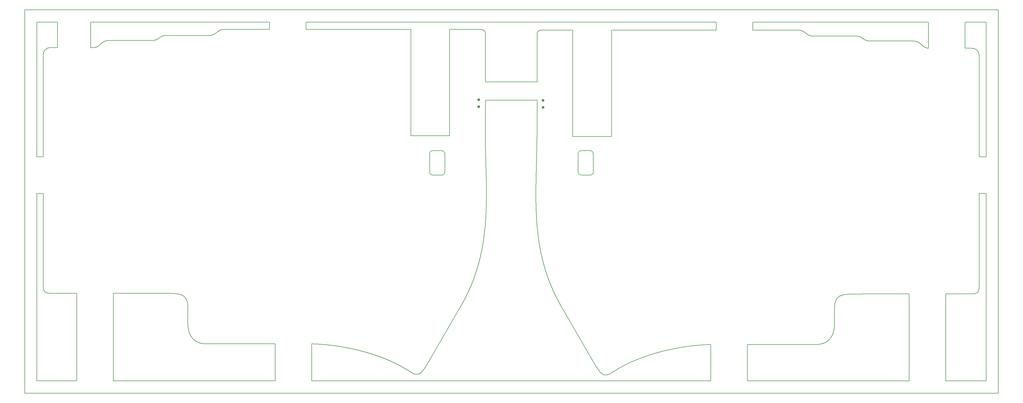
<source format=gbr>
G04 #@! TF.GenerationSoftware,KiCad,Pcbnew,9.0.3*
G04 #@! TF.CreationDate,2025-10-28T13:13:55+10:00*
G04 #@! TF.ProjectId,prototype-mk1_panel,70726f74-6f74-4797-9065-2d6d6b315f70,rev?*
G04 #@! TF.SameCoordinates,Original*
G04 #@! TF.FileFunction,Profile,NP*
%FSLAX46Y46*%
G04 Gerber Fmt 4.6, Leading zero omitted, Abs format (unit mm)*
G04 Created by KiCad (PCBNEW 9.0.3) date 2025-10-28 13:13:55*
%MOMM*%
%LPD*%
G01*
G04 APERTURE LIST*
G04 #@! TA.AperFunction,Profile*
%ADD10C,0.200000*%
G04 #@! TD*
%ADD11C,0.200000*%
G04 #@! TA.AperFunction,Profile*
%ADD12C,0.000000*%
G04 #@! TD*
G04 APERTURE END LIST*
D10*
X325767519Y-147100000D02*
X325767519Y-118496719D01*
D11*
X289387119Y-31740719D02*
X289397048Y-31741086D01*
X289406949Y-31741471D01*
X289416823Y-31741876D01*
X289426669Y-31742300D01*
X289436489Y-31742742D01*
X289446282Y-31743203D01*
X289456048Y-31743683D01*
X289465786Y-31744181D01*
X289475499Y-31744699D01*
X289485185Y-31745234D01*
X289494845Y-31745789D01*
X289504478Y-31746361D01*
X289514086Y-31746953D01*
X289523668Y-31747562D01*
X289533224Y-31748190D01*
X289542754Y-31748837D01*
X289552259Y-31749501D01*
X289561738Y-31750184D01*
X289571192Y-31750885D01*
X289580621Y-31751605D01*
X289590025Y-31752342D01*
X289599404Y-31753098D01*
X289608759Y-31753871D01*
X289618088Y-31754663D01*
X289627394Y-31755472D01*
X289636674Y-31756299D01*
X289645931Y-31757145D01*
X289655163Y-31758008D01*
X289664373Y-31758889D01*
X289673557Y-31759788D01*
X289682719Y-31760704D01*
X289691855Y-31761638D01*
X289700970Y-31762590D01*
X289710060Y-31763560D01*
X289719129Y-31764547D01*
X289728172Y-31765552D01*
X289737195Y-31766574D01*
X289746193Y-31767614D01*
X289755170Y-31768671D01*
X289764122Y-31769745D01*
X289773055Y-31770838D01*
X289781962Y-31771947D01*
X289790850Y-31773074D01*
X289799714Y-31774218D01*
X289808558Y-31775380D01*
X289817377Y-31776558D01*
X289826178Y-31777755D01*
X289834954Y-31778968D01*
X289843712Y-31780198D01*
X289852446Y-31781446D01*
X289861162Y-31782711D01*
X289869853Y-31783992D01*
X289878527Y-31785292D01*
X289887177Y-31786607D01*
X289895809Y-31787941D01*
X289904418Y-31789291D01*
X289913009Y-31790658D01*
X289921577Y-31792042D01*
X289930128Y-31793443D01*
X289938656Y-31794861D01*
X289947168Y-31796297D01*
X289955656Y-31797748D01*
X289964128Y-31799217D01*
X289972577Y-31800703D01*
X289981011Y-31802206D01*
X289989421Y-31803725D01*
X289997817Y-31805262D01*
X290006189Y-31806814D01*
X290014547Y-31808385D01*
X290022881Y-31809971D01*
X290031202Y-31811575D01*
X290039499Y-31813195D01*
X290047783Y-31814832D01*
X290056044Y-31816486D01*
X290072517Y-31819843D01*
X290088918Y-31823268D01*
X290105250Y-31826760D01*
X290121512Y-31830318D01*
X290137706Y-31833943D01*
X290153834Y-31837635D01*
X290169895Y-31841394D01*
X290185892Y-31845219D01*
X290201825Y-31849112D01*
X290217695Y-31853071D01*
X290233504Y-31857097D01*
X290249252Y-31861189D01*
X290264941Y-31865349D01*
X290280571Y-31869576D01*
X290296144Y-31873870D01*
X290311661Y-31878231D01*
X290327123Y-31882659D01*
X290342531Y-31887155D01*
X290357886Y-31891719D01*
X290373189Y-31896351D01*
X290388442Y-31901050D01*
X290403646Y-31905818D01*
X290418802Y-31910655D01*
X290433911Y-31915560D01*
X290448974Y-31920534D01*
X290463992Y-31925577D01*
X290478967Y-31930690D01*
X290493900Y-31935873D01*
X290508793Y-31941126D01*
X290523645Y-31946450D01*
X290538460Y-31951845D01*
X290553238Y-31957311D01*
X290567980Y-31962849D01*
X290582687Y-31968460D01*
X290597362Y-31974143D01*
X290612006Y-31979899D01*
X290626619Y-31985730D01*
X290641204Y-31991635D01*
X290655762Y-31997614D01*
X290670294Y-32003670D01*
X290684802Y-32009802D01*
X290699287Y-32016011D01*
X290713752Y-32022297D01*
X290728197Y-32028662D01*
X290742624Y-32035107D01*
X290757036Y-32041632D01*
X290771434Y-32048237D01*
X290785819Y-32054925D01*
X290800194Y-32061696D01*
X290814561Y-32068551D01*
X290828921Y-32075492D01*
X290843277Y-32082518D01*
X290857630Y-32089633D01*
X290871983Y-32096836D01*
X290886338Y-32104129D01*
X290900697Y-32111514D01*
X290915063Y-32118992D01*
X290929439Y-32126564D01*
X290943826Y-32134233D01*
X290958228Y-32142000D01*
X290972648Y-32149867D01*
X290987088Y-32157835D01*
X291001551Y-32165908D01*
X291016041Y-32174087D01*
X291030561Y-32182374D01*
X291045115Y-32190772D01*
X291059707Y-32199284D01*
X291074339Y-32207911D01*
X291089017Y-32216658D01*
X291103745Y-32225528D01*
X291118527Y-32234523D01*
X291133369Y-32243647D01*
X291148276Y-32252905D01*
X291163253Y-32262300D01*
X291178306Y-32271836D01*
X291193442Y-32281520D01*
X291208668Y-32291355D01*
X291223991Y-32301347D01*
X291239419Y-32311503D01*
X291254960Y-32321829D01*
X291270625Y-32332332D01*
X291286424Y-32343020D01*
X291302368Y-32353903D01*
X291318469Y-32364988D01*
X291334741Y-32376288D01*
X291351200Y-32387815D01*
X291367863Y-32399580D01*
X291384748Y-32411600D01*
X291401878Y-32423891D01*
X291419277Y-32436473D01*
X291436973Y-32449368D01*
X291455000Y-32462601D01*
X291473396Y-32476202D01*
X291492205Y-32490208D01*
X291511482Y-32504660D01*
X291531294Y-32519612D01*
X291551722Y-32535127D01*
X291572869Y-32551287D01*
X291594871Y-32568198D01*
X291617908Y-32586003D01*
X291642234Y-32604903D01*
X291668226Y-32625194D01*
X291696488Y-32647354D01*
X291728119Y-32672251D01*
X291765574Y-32701824D01*
X291805771Y-32733619D01*
X291833125Y-32755259D01*
X291860498Y-32776895D01*
X291887903Y-32798518D01*
X291915353Y-32820119D01*
X291942861Y-32841689D01*
X291956641Y-32852460D01*
X291970440Y-32863220D01*
X291984261Y-32873968D01*
X291998104Y-32884702D01*
X292011971Y-32895422D01*
X292025865Y-32906127D01*
X292039786Y-32916815D01*
X292053736Y-32927486D01*
X292067717Y-32938137D01*
X292081731Y-32948769D01*
X292095779Y-32959380D01*
X292109862Y-32969969D01*
X292123983Y-32980534D01*
X292138143Y-32991076D01*
X292152343Y-33001591D01*
X292166586Y-33012081D01*
X292180873Y-33022542D01*
X292195205Y-33032975D01*
X292209584Y-33043378D01*
X292224012Y-33053750D01*
X292238491Y-33064090D01*
X292253021Y-33074397D01*
X292267606Y-33084670D01*
X292282245Y-33094907D01*
X292296942Y-33105107D01*
X292311697Y-33115270D01*
X292326512Y-33125395D01*
X292341389Y-33135479D01*
X292356330Y-33145522D01*
X292371336Y-33155524D01*
X292386408Y-33165482D01*
X292401549Y-33175396D01*
X292416759Y-33185265D01*
X292432042Y-33195087D01*
X292439710Y-33199980D01*
X292447397Y-33204861D01*
X292455103Y-33209731D01*
X292462828Y-33214587D01*
X292470572Y-33219432D01*
X292478335Y-33224263D01*
X292486118Y-33229082D01*
X292493920Y-33233888D01*
X292501743Y-33238682D01*
X292509585Y-33243461D01*
X292517448Y-33248228D01*
X292525331Y-33252981D01*
X292533236Y-33257721D01*
X292541161Y-33262447D01*
X292549107Y-33267159D01*
X292557075Y-33271857D01*
X292565064Y-33276541D01*
X292573075Y-33281211D01*
X292581108Y-33285867D01*
X292589163Y-33290508D01*
X292597241Y-33295134D01*
X292605341Y-33299745D01*
X292613464Y-33304342D01*
X292621610Y-33308923D01*
X292629779Y-33313489D01*
X292637972Y-33318040D01*
X292646188Y-33322575D01*
X292654428Y-33327095D01*
X292662692Y-33331599D01*
X292670980Y-33336086D01*
X292679293Y-33340558D01*
X292687631Y-33345014D01*
X292695993Y-33349453D01*
X292704380Y-33353876D01*
X292712792Y-33358282D01*
X292721230Y-33362672D01*
X292729694Y-33367045D01*
X292738183Y-33371400D01*
X292746699Y-33375739D01*
X292755240Y-33380060D01*
X292763809Y-33384363D01*
X292772403Y-33388650D01*
X292781025Y-33392918D01*
X292789674Y-33397168D01*
X292798350Y-33401401D01*
X292807054Y-33405615D01*
X292815785Y-33409811D01*
X292824544Y-33413989D01*
X292833331Y-33418148D01*
X292842147Y-33422289D01*
X292850991Y-33426410D01*
X292859864Y-33430513D01*
X292868765Y-33434597D01*
X292877696Y-33438661D01*
X292886656Y-33442706D01*
X292895646Y-33446731D01*
X292904665Y-33450737D01*
X292913714Y-33454723D01*
X292922794Y-33458689D01*
X292931904Y-33462635D01*
X292941044Y-33466561D01*
X292950215Y-33470466D01*
X292959417Y-33474351D01*
X292968650Y-33478215D01*
X292977915Y-33482059D01*
X292987211Y-33485881D01*
X292996538Y-33489683D01*
X293005898Y-33493463D01*
X293015290Y-33497222D01*
X293024715Y-33500960D01*
X293034171Y-33504676D01*
X293043661Y-33508370D01*
X293053184Y-33512042D01*
X293062740Y-33515692D01*
X293072329Y-33519321D01*
X293081952Y-33522926D01*
X293091609Y-33526510D01*
X293101299Y-33530071D01*
X293111024Y-33533609D01*
X293120784Y-33537124D01*
X293130578Y-33540617D01*
X293140406Y-33544086D01*
X293150270Y-33547532D01*
X293160169Y-33550954D01*
X293170104Y-33554353D01*
X293180074Y-33557729D01*
X293190080Y-33561080D01*
X293200122Y-33564408D01*
X293210200Y-33567711D01*
X293220314Y-33570990D01*
X293230466Y-33574245D01*
X293240654Y-33577475D01*
X293250879Y-33580681D01*
X293261142Y-33583862D01*
X293271442Y-33587018D01*
X293281779Y-33590149D01*
X293292155Y-33593255D01*
X293302569Y-33596335D01*
X293313021Y-33599390D01*
X293323511Y-33602419D01*
X293334040Y-33605423D01*
X293344608Y-33608400D01*
X293355215Y-33611352D01*
X293365862Y-33614277D01*
X293376548Y-33617176D01*
X293387273Y-33620049D01*
X293398039Y-33622895D01*
X293408845Y-33625714D01*
X293419691Y-33628507D01*
X293430577Y-33631272D01*
X293441505Y-33634010D01*
X293452473Y-33636721D01*
X293463482Y-33639405D01*
X293474533Y-33642061D01*
X293485625Y-33644689D01*
X293496759Y-33647290D01*
X293507935Y-33649862D01*
X293519153Y-33652407D01*
X293530414Y-33654923D01*
X293541717Y-33657411D01*
X293553063Y-33659870D01*
X293564451Y-33662300D01*
X293575883Y-33664702D01*
X293587359Y-33667075D01*
X293598878Y-33669419D01*
X293610440Y-33671733D01*
X293622047Y-33674018D01*
X293633698Y-33676274D01*
X293645393Y-33678500D01*
X293657133Y-33680696D01*
X293668918Y-33682863D01*
X293680748Y-33684999D01*
X293692623Y-33687105D01*
X293704543Y-33689181D01*
X293716509Y-33691226D01*
X293728521Y-33693241D01*
X293740579Y-33695225D01*
X293752683Y-33697178D01*
X293764834Y-33699100D01*
X293777031Y-33700990D01*
X293789275Y-33702850D01*
X293801566Y-33704678D01*
X293813905Y-33706475D01*
X293826291Y-33708239D01*
X293838724Y-33709972D01*
X293851206Y-33711673D01*
X293863735Y-33713342D01*
X293876313Y-33714979D01*
X293888939Y-33716583D01*
X293901614Y-33718154D01*
X293914338Y-33719693D01*
X293927110Y-33721199D01*
X293939933Y-33722672D01*
X293952804Y-33724112D01*
X293965726Y-33725519D01*
X293978697Y-33726893D01*
X293991718Y-33728232D01*
X294004790Y-33729539D01*
X294017912Y-33730811D01*
X294031085Y-33732049D01*
X294044309Y-33733254D01*
X294057584Y-33734424D01*
X294070910Y-33735560D01*
X294084288Y-33736661D01*
X294097718Y-33737728D01*
X294111199Y-33738760D01*
X294124733Y-33739757D01*
X294138319Y-33740719D01*
D10*
X348777119Y-40099779D02*
X348777119Y-73400000D01*
X215236511Y-66720719D02*
X215236511Y-31740719D01*
X56832800Y-29100000D02*
X56832800Y-37511700D01*
X115593600Y-31528240D02*
X115593600Y-29100000D01*
X227966511Y-31740719D02*
X262387119Y-31740719D01*
X45832800Y-29100000D02*
X45832800Y-37511700D01*
X52213200Y-147100000D02*
X52199993Y-118284240D01*
X186500000Y-54750000D02*
X203486511Y-54750000D01*
X64213200Y-147100000D02*
X64213200Y-118284240D01*
X272581703Y-135125919D02*
X272581703Y-147100000D01*
D11*
X348775727Y-116118979D02*
X348775850Y-116132184D01*
X348775953Y-116145386D01*
X348776033Y-116158276D01*
X348776092Y-116171162D01*
X348776130Y-116183762D01*
X348776148Y-116196358D01*
X348776145Y-116208690D01*
X348776122Y-116221017D01*
X348776079Y-116233098D01*
X348776015Y-116245175D01*
X348775933Y-116257023D01*
X348775830Y-116268866D01*
X348775709Y-116280495D01*
X348775567Y-116292119D01*
X348775408Y-116303542D01*
X348775229Y-116314958D01*
X348775032Y-116326186D01*
X348774816Y-116337407D01*
X348774582Y-116348450D01*
X348774329Y-116359486D01*
X348774059Y-116370353D01*
X348773769Y-116381214D01*
X348773463Y-116391913D01*
X348773137Y-116402606D01*
X348772796Y-116413145D01*
X348772434Y-116423678D01*
X348772058Y-116434064D01*
X348771661Y-116444444D01*
X348771250Y-116454683D01*
X348770818Y-116464916D01*
X348770372Y-116475015D01*
X348769907Y-116485106D01*
X348769427Y-116495069D01*
X348768927Y-116505025D01*
X348768413Y-116514858D01*
X348767879Y-116524683D01*
X348767332Y-116534389D01*
X348766764Y-116544088D01*
X348766184Y-116553673D01*
X348765583Y-116563250D01*
X348764970Y-116572717D01*
X348764336Y-116582177D01*
X348763690Y-116591530D01*
X348763023Y-116600875D01*
X348762344Y-116610117D01*
X348761646Y-116619352D01*
X348760934Y-116628487D01*
X348760203Y-116637614D01*
X348759460Y-116646645D01*
X348758697Y-116655667D01*
X348757922Y-116664597D01*
X348757127Y-116673518D01*
X348756320Y-116682349D01*
X348755494Y-116691172D01*
X348754656Y-116699906D01*
X348753798Y-116708633D01*
X348752928Y-116717274D01*
X348752039Y-116725907D01*
X348751138Y-116734457D01*
X348750218Y-116742998D01*
X348749287Y-116751459D01*
X348748336Y-116759912D01*
X348747374Y-116768285D01*
X348746392Y-116776651D01*
X348745399Y-116784939D01*
X348744387Y-116793220D01*
X348743364Y-116801425D01*
X348742321Y-116809622D01*
X348741268Y-116817747D01*
X348740195Y-116825862D01*
X348739112Y-116833907D01*
X348738009Y-116841943D01*
X348736896Y-116849910D01*
X348735763Y-116857868D01*
X348734620Y-116865758D01*
X348733458Y-116873640D01*
X348732285Y-116881455D01*
X348731093Y-116889262D01*
X348729891Y-116897004D01*
X348728670Y-116904738D01*
X348727438Y-116912408D01*
X348726188Y-116920069D01*
X348724927Y-116927668D01*
X348723647Y-116935259D01*
X348722357Y-116942789D01*
X348721049Y-116950310D01*
X348719730Y-116957772D01*
X348718392Y-116965225D01*
X348717044Y-116972620D01*
X348715678Y-116980007D01*
X348714302Y-116987336D01*
X348712906Y-116994656D01*
X348711501Y-117001921D01*
X348710078Y-117009176D01*
X348708644Y-117016378D01*
X348707192Y-117023570D01*
X348705730Y-117030708D01*
X348704250Y-117037838D01*
X348702760Y-117044915D01*
X348701251Y-117051983D01*
X348699733Y-117058999D01*
X348698196Y-117066006D01*
X348696650Y-117072963D01*
X348695085Y-117079911D01*
X348693511Y-117086809D01*
X348691918Y-117093698D01*
X348690316Y-117100539D01*
X348688695Y-117107370D01*
X348687065Y-117114153D01*
X348685417Y-117120928D01*
X348683759Y-117127655D01*
X348682083Y-117134373D01*
X348680398Y-117141045D01*
X348678694Y-117147708D01*
X348676981Y-117154326D01*
X348675250Y-117160934D01*
X348673510Y-117167498D01*
X348671752Y-117174053D01*
X348669984Y-117180564D01*
X348668198Y-117187065D01*
X348666403Y-117193524D01*
X348664590Y-117199973D01*
X348662768Y-117206381D01*
X348660928Y-117212778D01*
X348659079Y-117219135D01*
X348657211Y-117225482D01*
X348655335Y-117231788D01*
X348653440Y-117238085D01*
X348651537Y-117244341D01*
X348649616Y-117250589D01*
X348647685Y-117256796D01*
X348645737Y-117262995D01*
X348643780Y-117269154D01*
X348641804Y-117275305D01*
X348639820Y-117281416D01*
X348637818Y-117287519D01*
X348635807Y-117293584D01*
X348633778Y-117299639D01*
X348631740Y-117305658D01*
X348629685Y-117311667D01*
X348627620Y-117317639D01*
X348625538Y-117323602D01*
X348623447Y-117329530D01*
X348621338Y-117335448D01*
X348619220Y-117341330D01*
X348617084Y-117347203D01*
X348614940Y-117353041D01*
X348612778Y-117358870D01*
X348610607Y-117364664D01*
X348608418Y-117370449D01*
X348606221Y-117376201D01*
X348604005Y-117381942D01*
X348601781Y-117387651D01*
X348599539Y-117393350D01*
X348597289Y-117399016D01*
X348595020Y-117404673D01*
X348592743Y-117410298D01*
X348590449Y-117415913D01*
X348588145Y-117421496D01*
X348585824Y-117427070D01*
X348583494Y-117432612D01*
X348581146Y-117438145D01*
X348578790Y-117443647D01*
X348576416Y-117449140D01*
X348574033Y-117454602D01*
X348571632Y-117460055D01*
X348569223Y-117465477D01*
X348566796Y-117470891D01*
X348564360Y-117476274D01*
X348561907Y-117481648D01*
X348559445Y-117486993D01*
X348556965Y-117492328D01*
X348554477Y-117497635D01*
X348551970Y-117502932D01*
X348549455Y-117508201D01*
X348546923Y-117513460D01*
X348544381Y-117518691D01*
X348541822Y-117523913D01*
X348539254Y-117529107D01*
X348536668Y-117534292D01*
X348534074Y-117539450D01*
X348531462Y-117544598D01*
X348528841Y-117549719D01*
X348526202Y-117554830D01*
X348523554Y-117559916D01*
X348520889Y-117564991D01*
X348518215Y-117570041D01*
X348515523Y-117575081D01*
X348512822Y-117580095D01*
X348510104Y-117585100D01*
X348507377Y-117590079D01*
X348504631Y-117595049D01*
X348501877Y-117599994D01*
X348499106Y-117604929D01*
X348496325Y-117609839D01*
X348493526Y-117614740D01*
X348490719Y-117619617D01*
X348487893Y-117624484D01*
X348485059Y-117629327D01*
X348482207Y-117634160D01*
X348479345Y-117638970D01*
X348476467Y-117643770D01*
X348473578Y-117648546D01*
X348470672Y-117653313D01*
X348467757Y-117658057D01*
X348464824Y-117662791D01*
X348461882Y-117667503D01*
X348458922Y-117672205D01*
X348455952Y-117676884D01*
X348452965Y-117681554D01*
X348449968Y-117686201D01*
X348446954Y-117690839D01*
X348443930Y-117695455D01*
X348440889Y-117700061D01*
X348437837Y-117704645D01*
X348434768Y-117709220D01*
X348431690Y-117713774D01*
X348428593Y-117718318D01*
X348425487Y-117722840D01*
X348422363Y-117727353D01*
X348419229Y-117731846D01*
X348416078Y-117736328D01*
X348412916Y-117740790D01*
X348409737Y-117745242D01*
X348406547Y-117749674D01*
X348403340Y-117754096D01*
X348400123Y-117758498D01*
X348396888Y-117762891D01*
X348393643Y-117767263D01*
X348390380Y-117771626D01*
X348387107Y-117775969D01*
X348383816Y-117780302D01*
X348380514Y-117784617D01*
X348377195Y-117788921D01*
X348373865Y-117793206D01*
X348370518Y-117797481D01*
X348367159Y-117801738D01*
X348363783Y-117805985D01*
X348360396Y-117810213D01*
X348356992Y-117814431D01*
X348353576Y-117818631D01*
X348350143Y-117822820D01*
X348346699Y-117826992D01*
X348343237Y-117831154D01*
X348339764Y-117835298D01*
X348336273Y-117839432D01*
X348332770Y-117843548D01*
X348329250Y-117847654D01*
X348325719Y-117851743D01*
X348322170Y-117855821D01*
X348318609Y-117859883D01*
X348315030Y-117863934D01*
X348311440Y-117867968D01*
X348307832Y-117871993D01*
X348304212Y-117876000D01*
X348300574Y-117879997D01*
X348296925Y-117883978D01*
X348293257Y-117887948D01*
X348289578Y-117891902D01*
X348285880Y-117895846D01*
X348282170Y-117899773D01*
X348278443Y-117903690D01*
X348274703Y-117907591D01*
X348270945Y-117911482D01*
X348267175Y-117915357D01*
X348263387Y-117919222D01*
X348259586Y-117923071D01*
X348255767Y-117926909D01*
X348251935Y-117930732D01*
X348248086Y-117934545D01*
X348244223Y-117938342D01*
X348240343Y-117942129D01*
X348236449Y-117945901D01*
X348232537Y-117949662D01*
X348228613Y-117953408D01*
X348224670Y-117957144D01*
X348220713Y-117960865D01*
X348216739Y-117964575D01*
X348212751Y-117968271D01*
X348208745Y-117971956D01*
X348204725Y-117975627D01*
X348200687Y-117979287D01*
X348196635Y-117982932D01*
X348192565Y-117986567D01*
X348188481Y-117990188D01*
X348184379Y-117993798D01*
X348180263Y-117997393D01*
X348176128Y-118000979D01*
X348171979Y-118004550D01*
X348167812Y-118008110D01*
X348163630Y-118011656D01*
X348159430Y-118015192D01*
X348155215Y-118018714D01*
X348150981Y-118022225D01*
X348146733Y-118025723D01*
X348142467Y-118029210D01*
X348138185Y-118032683D01*
X348133885Y-118036145D01*
X348129570Y-118039594D01*
X348125236Y-118043032D01*
X348120887Y-118046457D01*
X348116519Y-118049871D01*
X348112136Y-118053271D01*
X348107734Y-118056661D01*
X348103316Y-118060038D01*
X348098880Y-118063403D01*
X348094428Y-118066756D01*
X348089957Y-118070097D01*
X348085470Y-118073426D01*
X348080964Y-118076743D01*
X348076442Y-118080048D01*
X348071901Y-118083342D01*
X348067344Y-118086623D01*
X348062767Y-118089892D01*
X348058175Y-118093149D01*
X348053563Y-118096395D01*
X348048934Y-118099629D01*
X348044286Y-118102851D01*
X348039622Y-118106060D01*
X348034938Y-118109259D01*
X348030237Y-118112445D01*
X348025517Y-118115620D01*
X348020779Y-118118782D01*
X348016022Y-118121933D01*
X348011248Y-118125072D01*
X348006454Y-118128199D01*
X348001643Y-118131314D01*
X347996812Y-118134418D01*
X347991963Y-118137509D01*
X347987095Y-118140589D01*
X347982209Y-118143657D01*
X347977303Y-118146714D01*
X347972379Y-118149758D01*
X347967435Y-118152791D01*
X347962473Y-118155812D01*
X347957491Y-118158821D01*
X347952490Y-118161819D01*
X347947470Y-118164805D01*
X347942430Y-118167778D01*
X347937371Y-118170741D01*
X347932292Y-118173691D01*
X347927194Y-118176629D01*
X347922076Y-118179556D01*
X347916939Y-118182471D01*
X347911782Y-118185374D01*
X347906604Y-118188266D01*
X347901407Y-118191145D01*
X347896190Y-118194013D01*
X347890953Y-118196869D01*
X347885696Y-118199714D01*
X347880418Y-118202546D01*
X347875120Y-118205366D01*
X347869802Y-118208175D01*
X347864463Y-118210972D01*
X347859104Y-118213757D01*
X347853724Y-118216530D01*
X347848323Y-118219292D01*
X347842902Y-118222041D01*
X347837460Y-118224779D01*
X347831997Y-118227505D01*
X347826512Y-118230218D01*
X347821008Y-118232920D01*
X347815481Y-118235610D01*
X347809934Y-118238288D01*
X347804365Y-118240955D01*
X347798775Y-118243609D01*
X347793163Y-118246251D01*
X347787530Y-118248881D01*
X347781874Y-118251499D01*
X347776198Y-118254106D01*
X347770499Y-118256700D01*
X347764780Y-118259282D01*
X347759037Y-118261852D01*
X347753273Y-118264410D01*
X347747486Y-118266956D01*
X347741678Y-118269490D01*
X347735847Y-118272012D01*
X347729994Y-118274521D01*
X347724118Y-118277019D01*
X347718220Y-118279504D01*
X347712299Y-118281977D01*
X347706356Y-118284438D01*
X347700389Y-118286887D01*
X347694400Y-118289323D01*
X347688388Y-118291747D01*
X347682353Y-118294159D01*
X347676294Y-118296559D01*
X347670213Y-118298945D01*
X347664108Y-118301321D01*
X347657980Y-118303683D01*
X347651828Y-118306033D01*
X347645653Y-118308370D01*
X347639454Y-118310696D01*
X347633232Y-118313008D01*
X347626985Y-118315309D01*
X347620715Y-118317596D01*
X347614420Y-118319872D01*
X347608102Y-118322134D01*
X347601759Y-118324384D01*
X347595393Y-118326621D01*
X347582586Y-118331058D01*
X347569680Y-118335444D01*
X347556676Y-118339778D01*
X347543572Y-118344062D01*
X347530368Y-118348294D01*
X347517063Y-118352474D01*
X347503655Y-118356602D01*
X347490146Y-118360678D01*
X347476532Y-118364701D01*
X347462815Y-118368672D01*
X347448992Y-118372589D01*
X347435064Y-118376453D01*
X347421029Y-118380264D01*
X347406888Y-118384020D01*
X347392638Y-118387722D01*
X347378279Y-118391370D01*
X347363810Y-118394962D01*
X347349231Y-118398500D01*
X347334541Y-118401982D01*
X347319739Y-118405408D01*
X347304824Y-118408778D01*
X347289795Y-118412092D01*
X347274652Y-118415348D01*
X347259393Y-118418548D01*
X347244018Y-118421690D01*
X347228526Y-118424774D01*
X347212916Y-118427799D01*
X347197188Y-118430766D01*
X347181340Y-118433674D01*
X347165371Y-118436523D01*
X347149282Y-118439311D01*
X347133070Y-118442040D01*
X347116735Y-118444708D01*
X347100276Y-118447315D01*
X347083693Y-118449860D01*
X347066984Y-118452344D01*
X347050148Y-118454765D01*
X347033185Y-118457124D01*
X347016094Y-118459419D01*
X346998873Y-118461651D01*
X346981523Y-118463819D01*
X346964041Y-118465923D01*
X346946427Y-118467962D01*
X346928681Y-118469935D01*
X346910801Y-118471843D01*
X346892786Y-118473684D01*
X346874636Y-118475458D01*
X346856349Y-118477166D01*
X346837924Y-118478805D01*
X346819362Y-118480377D01*
X346800659Y-118481879D01*
X346781817Y-118483313D01*
X346762833Y-118484677D01*
X346743707Y-118485971D01*
X346724438Y-118487194D01*
X346705024Y-118488346D01*
X346685466Y-118489426D01*
X346665761Y-118490434D01*
X346645910Y-118491369D01*
X346625910Y-118492231D01*
X346605761Y-118493019D01*
X346585462Y-118493732D01*
X346565012Y-118494371D01*
X346544410Y-118494934D01*
X346523655Y-118495421D01*
X346502746Y-118495832D01*
X346481682Y-118496165D01*
X346460461Y-118496421D01*
X346439084Y-118496599D01*
X346417548Y-118496697D01*
X346401519Y-118496719D01*
X95001400Y-134913440D02*
X94986973Y-134913430D01*
X94972560Y-134913400D01*
X94958179Y-134913350D01*
X94943813Y-134913280D01*
X94929479Y-134913190D01*
X94915159Y-134913081D01*
X94900870Y-134912951D01*
X94886596Y-134912802D01*
X94872353Y-134912633D01*
X94858125Y-134912444D01*
X94843928Y-134912236D01*
X94829746Y-134912008D01*
X94815595Y-134911760D01*
X94801458Y-134911492D01*
X94787352Y-134911206D01*
X94773261Y-134910899D01*
X94759201Y-134910573D01*
X94745156Y-134910227D01*
X94731140Y-134909862D01*
X94717140Y-134909478D01*
X94703170Y-134909074D01*
X94689215Y-134908651D01*
X94675290Y-134908209D01*
X94661380Y-134907747D01*
X94647500Y-134907266D01*
X94633635Y-134906765D01*
X94619800Y-134906246D01*
X94605980Y-134905707D01*
X94592190Y-134905149D01*
X94578414Y-134904572D01*
X94564668Y-134903976D01*
X94550937Y-134903361D01*
X94537236Y-134902727D01*
X94523549Y-134902074D01*
X94509892Y-134901402D01*
X94496250Y-134900711D01*
X94482637Y-134900001D01*
X94469039Y-134899272D01*
X94455470Y-134898524D01*
X94441916Y-134897757D01*
X94428392Y-134896972D01*
X94414882Y-134896168D01*
X94401401Y-134895345D01*
X94387934Y-134894504D01*
X94374497Y-134893644D01*
X94361075Y-134892765D01*
X94347681Y-134891867D01*
X94334302Y-134890951D01*
X94320952Y-134890017D01*
X94307617Y-134889063D01*
X94294310Y-134888092D01*
X94281018Y-134887101D01*
X94267754Y-134886093D01*
X94254505Y-134885066D01*
X94241285Y-134884020D01*
X94228079Y-134882956D01*
X94214901Y-134881874D01*
X94201739Y-134880774D01*
X94188604Y-134879655D01*
X94175484Y-134878518D01*
X94162392Y-134877363D01*
X94149315Y-134876189D01*
X94136266Y-134874998D01*
X94123231Y-134873788D01*
X94110224Y-134872560D01*
X94097232Y-134871314D01*
X94084268Y-134870050D01*
X94071318Y-134868768D01*
X94058396Y-134867468D01*
X94045488Y-134866150D01*
X94032608Y-134864814D01*
X94019743Y-134863460D01*
X94006905Y-134862088D01*
X93994081Y-134860698D01*
X93981285Y-134859291D01*
X93968504Y-134857865D01*
X93955750Y-134856422D01*
X93943010Y-134854961D01*
X93930297Y-134853483D01*
X93917599Y-134851986D01*
X93904928Y-134850472D01*
X93892271Y-134848940D01*
X93879641Y-134847391D01*
X93867026Y-134845823D01*
X93854438Y-134844239D01*
X93841864Y-134842636D01*
X93829317Y-134841017D01*
X93816784Y-134839379D01*
X93804277Y-134837724D01*
X93791786Y-134836052D01*
X93779320Y-134834362D01*
X93766869Y-134832655D01*
X93754445Y-134830931D01*
X93742035Y-134829188D01*
X93729651Y-134827429D01*
X93717281Y-134825652D01*
X93704938Y-134823859D01*
X93692609Y-134822047D01*
X93680307Y-134820219D01*
X93668018Y-134818373D01*
X93655756Y-134816511D01*
X93643507Y-134814630D01*
X93631285Y-134812734D01*
X93619077Y-134810819D01*
X93606895Y-134808888D01*
X93594727Y-134806939D01*
X93582585Y-134804974D01*
X93570457Y-134802991D01*
X93558355Y-134800992D01*
X93546266Y-134798974D01*
X93534204Y-134796941D01*
X93522155Y-134794890D01*
X93510132Y-134792823D01*
X93498123Y-134790739D01*
X93486140Y-134788638D01*
X93474171Y-134786519D01*
X93462227Y-134784385D01*
X93450296Y-134782233D01*
X93438392Y-134780065D01*
X93426501Y-134777879D01*
X93414635Y-134775677D01*
X93402783Y-134773458D01*
X93390957Y-134771223D01*
X93379144Y-134768970D01*
X93367356Y-134766702D01*
X93355582Y-134764416D01*
X93343833Y-134762115D01*
X93332098Y-134759795D01*
X93320388Y-134757461D01*
X93308691Y-134755108D01*
X93297019Y-134752741D01*
X93285361Y-134750355D01*
X93273728Y-134747954D01*
X93262109Y-134745536D01*
X93250514Y-134743102D01*
X93238932Y-134740651D01*
X93227375Y-134738185D01*
X93215832Y-134735701D01*
X93204314Y-134733202D01*
X93192808Y-134730685D01*
X93181328Y-134728153D01*
X93169861Y-134725603D01*
X93158418Y-134723039D01*
X93146988Y-134720457D01*
X93135583Y-134717860D01*
X93124191Y-134715246D01*
X93112824Y-134712616D01*
X93101470Y-134709969D01*
X93090140Y-134707307D01*
X93078823Y-134704628D01*
X93067530Y-134701934D01*
X93056251Y-134699223D01*
X93044996Y-134696496D01*
X93033754Y-134693753D01*
X93022536Y-134690994D01*
X93011331Y-134688219D01*
X93000149Y-134685428D01*
X92988982Y-134682620D01*
X92977837Y-134679798D01*
X92966706Y-134676958D01*
X92955599Y-134674104D01*
X92944505Y-134671232D01*
X92933434Y-134668346D01*
X92922377Y-134665443D01*
X92911342Y-134662525D01*
X92900321Y-134659589D01*
X92889324Y-134656640D01*
X92878339Y-134653673D01*
X92867378Y-134650691D01*
X92856430Y-134647693D01*
X92845504Y-134644680D01*
X92834593Y-134641650D01*
X92823703Y-134638605D01*
X92812828Y-134635544D01*
X92801975Y-134632468D01*
X92791135Y-134629375D01*
X92780318Y-134626268D01*
X92769514Y-134623144D01*
X92758732Y-134620005D01*
X92747964Y-134616849D01*
X92737219Y-134613679D01*
X92726486Y-134610493D01*
X92715776Y-134607292D01*
X92705079Y-134604074D01*
X92694404Y-134600842D01*
X92683743Y-134597592D01*
X92673104Y-134594329D01*
X92662478Y-134591049D01*
X92651873Y-134587755D01*
X92641283Y-134584444D01*
X92630714Y-134581118D01*
X92620158Y-134577776D01*
X92609624Y-134574420D01*
X92599103Y-134571047D01*
X92588604Y-134567661D01*
X92578118Y-134564257D01*
X92567654Y-134560839D01*
X92557203Y-134557405D01*
X92546773Y-134553956D01*
X92536357Y-134550491D01*
X92525962Y-134547012D01*
X92515580Y-134543516D01*
X92505219Y-134540006D01*
X92494872Y-134536480D01*
X92484546Y-134532939D01*
X92474233Y-134529382D01*
X92463941Y-134525812D01*
X92453662Y-134522224D01*
X92443404Y-134518623D01*
X92433160Y-134515005D01*
X92422936Y-134511373D01*
X92412725Y-134507725D01*
X92402535Y-134504063D01*
X92392359Y-134500384D01*
X92382203Y-134496691D01*
X92372060Y-134492982D01*
X92361938Y-134489260D01*
X92351828Y-134485520D01*
X92341740Y-134481768D01*
X92331664Y-134477998D01*
X92321609Y-134474215D01*
X92311567Y-134470415D01*
X92301545Y-134466602D01*
X92291537Y-134462772D01*
X92281548Y-134458929D01*
X92271573Y-134455069D01*
X92261618Y-134451195D01*
X92251676Y-134447306D01*
X92241754Y-134443402D01*
X92231845Y-134439482D01*
X92221956Y-134435549D01*
X92212080Y-134431599D01*
X92202223Y-134427635D01*
X92192380Y-134423656D01*
X92182557Y-134419662D01*
X92172746Y-134415653D01*
X92162956Y-134411629D01*
X92153178Y-134407590D01*
X92143420Y-134403537D01*
X92133675Y-134399467D01*
X92123949Y-134395385D01*
X92114237Y-134391286D01*
X92104543Y-134387173D01*
X92094863Y-134383044D01*
X92085202Y-134378902D01*
X92075554Y-134374743D01*
X92065926Y-134370571D01*
X92056310Y-134366383D01*
X92046713Y-134362181D01*
X92037130Y-134357963D01*
X92027565Y-134353732D01*
X92018013Y-134349484D01*
X92008480Y-134345223D01*
X91998961Y-134340946D01*
X91989460Y-134336656D01*
X91979972Y-134332349D01*
X91970503Y-134328029D01*
X91961046Y-134323693D01*
X91951609Y-134319343D01*
X91942184Y-134314977D01*
X91932778Y-134310598D01*
X91923385Y-134306203D01*
X91914010Y-134301794D01*
X91904648Y-134297370D01*
X91895305Y-134292931D01*
X91885974Y-134288477D01*
X91876662Y-134284010D01*
X91867363Y-134279526D01*
X91858082Y-134275029D01*
X91848814Y-134270516D01*
X91839564Y-134265990D01*
X91830327Y-134261448D01*
X91821108Y-134256892D01*
X91811902Y-134252320D01*
X91802714Y-134247735D01*
X91793538Y-134243134D01*
X91784381Y-134238520D01*
X91775237Y-134233889D01*
X91766110Y-134229246D01*
X91756996Y-134224586D01*
X91747900Y-134219913D01*
X91738817Y-134215224D01*
X91729751Y-134210522D01*
X91720698Y-134205804D01*
X91711663Y-134201072D01*
X91702641Y-134196325D01*
X91693636Y-134191564D01*
X91684644Y-134186787D01*
X91675669Y-134181997D01*
X91666707Y-134177191D01*
X91657763Y-134172371D01*
X91648831Y-134167536D01*
X91639916Y-134162688D01*
X91631015Y-134157823D01*
X91622130Y-134152945D01*
X91613258Y-134148052D01*
X91604404Y-134143145D01*
X91595562Y-134138222D01*
X91586737Y-134133286D01*
X91577925Y-134128334D01*
X91569130Y-134123368D01*
X91560348Y-134118387D01*
X91551582Y-134113392D01*
X91542829Y-134108382D01*
X91534093Y-134103358D01*
X91525370Y-134098318D01*
X91516664Y-134093265D01*
X91507970Y-134088197D01*
X91499293Y-134083114D01*
X91490628Y-134078016D01*
X91481980Y-134072905D01*
X91473345Y-134067778D01*
X91464727Y-134062637D01*
X91456121Y-134057481D01*
X91447531Y-134052311D01*
X91438955Y-134047126D01*
X91430394Y-134041927D01*
X91421846Y-134036712D01*
X91413315Y-134031484D01*
X91404796Y-134026240D01*
X91396293Y-134020982D01*
X91387804Y-134015709D01*
X91379330Y-134010423D01*
X91370869Y-134005120D01*
X91362424Y-133999805D01*
X91353991Y-133994473D01*
X91345575Y-133989128D01*
X91337171Y-133983767D01*
X91328783Y-133978393D01*
X91320408Y-133973003D01*
X91312049Y-133967600D01*
X91303702Y-133962180D01*
X91295371Y-133956748D01*
X91287053Y-133951299D01*
X91278751Y-133945837D01*
X91270461Y-133940360D01*
X91262187Y-133934868D01*
X91253925Y-133929362D01*
X91245679Y-133923841D01*
X91237445Y-133918305D01*
X91229228Y-133912755D01*
X91221022Y-133907189D01*
X91212832Y-133901610D01*
X91204655Y-133896016D01*
X91196493Y-133890407D01*
X91188344Y-133884783D01*
X91180210Y-133879145D01*
X91172089Y-133873492D01*
X91163983Y-133867824D01*
X91155889Y-133862142D01*
X91147811Y-133856445D01*
X91139745Y-133850733D01*
X91131695Y-133845007D01*
X91123657Y-133839265D01*
X91115634Y-133833510D01*
X91107624Y-133827739D01*
X91099628Y-133821954D01*
X91091645Y-133816154D01*
X91083678Y-133810339D01*
X91075722Y-133804510D01*
X91067782Y-133798666D01*
X91059854Y-133792806D01*
X91051941Y-133786933D01*
X91044041Y-133781044D01*
X91036155Y-133775141D01*
X91028282Y-133769223D01*
X91020423Y-133763290D01*
X91012577Y-133757343D01*
X91004746Y-133751381D01*
X90996927Y-133745403D01*
X90989123Y-133739411D01*
X90981332Y-133733404D01*
X90973555Y-133727383D01*
X90965790Y-133721346D01*
X90958040Y-133715295D01*
X90950302Y-133709229D01*
X90942579Y-133703148D01*
X90934869Y-133697052D01*
X90927172Y-133690941D01*
X90919489Y-133684815D01*
X90911819Y-133678675D01*
X90904163Y-133672519D01*
X90896520Y-133666349D01*
X90888890Y-133660164D01*
X90881274Y-133653964D01*
X90873670Y-133647749D01*
X90866081Y-133641519D01*
X90858504Y-133635274D01*
X90850942Y-133629014D01*
X90843392Y-133622739D01*
X90835855Y-133616449D01*
X90828332Y-133610144D01*
X90820822Y-133603824D01*
X90813325Y-133597489D01*
X90805842Y-133591140D01*
X90798371Y-133584775D01*
X90790914Y-133578395D01*
X90783470Y-133572000D01*
X90776039Y-133565590D01*
X90768622Y-133559164D01*
X90761217Y-133552724D01*
X90753826Y-133546269D01*
X90746448Y-133539799D01*
X90739082Y-133533313D01*
X90731730Y-133526812D01*
X90724391Y-133520297D01*
X90717065Y-133513766D01*
X90709752Y-133507220D01*
X90702453Y-133500658D01*
X90695166Y-133494082D01*
X90687892Y-133487490D01*
X90680631Y-133480883D01*
X90673384Y-133474261D01*
X90666149Y-133467624D01*
X90658927Y-133460972D01*
X90651718Y-133454304D01*
X90644522Y-133447621D01*
X90637339Y-133440923D01*
X90630169Y-133434209D01*
X90623012Y-133427480D01*
X90615868Y-133420736D01*
X90608737Y-133413976D01*
X90601618Y-133407201D01*
X90594513Y-133400411D01*
X90587420Y-133393605D01*
X90580340Y-133386784D01*
X90573273Y-133379948D01*
X90566219Y-133373096D01*
X90559178Y-133366229D01*
X90552149Y-133359346D01*
X90545134Y-133352448D01*
X90538131Y-133345535D01*
X90531141Y-133338605D01*
X90524163Y-133331661D01*
X90517199Y-133324701D01*
X90510247Y-133317725D01*
X90503308Y-133310734D01*
X90496382Y-133303727D01*
X90489468Y-133296705D01*
X90482567Y-133289667D01*
X90475679Y-133282614D01*
X90468804Y-133275545D01*
X90455091Y-133261360D01*
X90441429Y-133247112D01*
X90427818Y-133232802D01*
X90414257Y-133218428D01*
X90400747Y-133203992D01*
X90387287Y-133189492D01*
X90373878Y-133174929D01*
X90360519Y-133160303D01*
X90347211Y-133145613D01*
X90333952Y-133130860D01*
X90320744Y-133116042D01*
X90307586Y-133101161D01*
X90294479Y-133086216D01*
X90281421Y-133071206D01*
X90268413Y-133056132D01*
X90255455Y-133040993D01*
X90242548Y-133025790D01*
X90229690Y-133010522D01*
X90216882Y-132995188D01*
X90204124Y-132979790D01*
X90191415Y-132964326D01*
X90178757Y-132948797D01*
X90166148Y-132933202D01*
X90153589Y-132917542D01*
X90141079Y-132901815D01*
X90128620Y-132886022D01*
X90116210Y-132870163D01*
X90103849Y-132854238D01*
X90091538Y-132838246D01*
X90079277Y-132822187D01*
X90067065Y-132806061D01*
X90054903Y-132789868D01*
X90042790Y-132773608D01*
X90030727Y-132757281D01*
X90018713Y-132740885D01*
X90006749Y-132724422D01*
X89994834Y-132707891D01*
X89982969Y-132691292D01*
X89971154Y-132674624D01*
X89959387Y-132657888D01*
X89947671Y-132641083D01*
X89936004Y-132624209D01*
X89924386Y-132607266D01*
X89912818Y-132590253D01*
X89901299Y-132573171D01*
X89889830Y-132556020D01*
X89878411Y-132538799D01*
X89867041Y-132521507D01*
X89855720Y-132504145D01*
X89844450Y-132486713D01*
X89833228Y-132469210D01*
X89822057Y-132451637D01*
X89810935Y-132433992D01*
X89799863Y-132416276D01*
X89788840Y-132398488D01*
X89777868Y-132380629D01*
X89766945Y-132362698D01*
X89756072Y-132344695D01*
X89745248Y-132326619D01*
X89734475Y-132308472D01*
X89723751Y-132290251D01*
X89713078Y-132271957D01*
X89702454Y-132253591D01*
X89691880Y-132235150D01*
X89681357Y-132216637D01*
X89670883Y-132198049D01*
X89660460Y-132179388D01*
X89650087Y-132160652D01*
X89639764Y-132141842D01*
X89629492Y-132122957D01*
X89619270Y-132103998D01*
X89609098Y-132084963D01*
X89598977Y-132065853D01*
X89588906Y-132046667D01*
X89578886Y-132027405D01*
X89568917Y-132008068D01*
X89558998Y-131988654D01*
X89549131Y-131969164D01*
X89539314Y-131949597D01*
X89529548Y-131929953D01*
X89519833Y-131910232D01*
X89510169Y-131890433D01*
X89500556Y-131870557D01*
X89490995Y-131850603D01*
X89481484Y-131830571D01*
X89472026Y-131810460D01*
X89462618Y-131790271D01*
X89453263Y-131770003D01*
X89443959Y-131749656D01*
X89434706Y-131729229D01*
X89425506Y-131708723D01*
X89416357Y-131688138D01*
X89407261Y-131667472D01*
X89398216Y-131646726D01*
X89389224Y-131625899D01*
X89380284Y-131604991D01*
X89371396Y-131584003D01*
X89362561Y-131562933D01*
X89353779Y-131541781D01*
X89345049Y-131520548D01*
X89336372Y-131499232D01*
X89327748Y-131477835D01*
X89319177Y-131456355D01*
X89310659Y-131434791D01*
X89302194Y-131413145D01*
X89293783Y-131391416D01*
X89285425Y-131369603D01*
X89277120Y-131347706D01*
X89268870Y-131325725D01*
X89260673Y-131303659D01*
X89252530Y-131281509D01*
X89244441Y-131259274D01*
X89236407Y-131236954D01*
X89228427Y-131214548D01*
X89220501Y-131192057D01*
X89212630Y-131169480D01*
X89204813Y-131146816D01*
X89197052Y-131124066D01*
X89189345Y-131101230D01*
X89181693Y-131078306D01*
X89174097Y-131055295D01*
X89166556Y-131032196D01*
X89159071Y-131009010D01*
X89151641Y-130985735D01*
X89144267Y-130962372D01*
X89136949Y-130938921D01*
X89129688Y-130915380D01*
X89122482Y-130891751D01*
X89115333Y-130868032D01*
X89108240Y-130844223D01*
X89101204Y-130820324D01*
X89094225Y-130796334D01*
X89087303Y-130772255D01*
X89080439Y-130748084D01*
X89073631Y-130723822D01*
X89066881Y-130699469D01*
X89060189Y-130675024D01*
X89053554Y-130650487D01*
X89046978Y-130625858D01*
X89040459Y-130601137D01*
X89033999Y-130576322D01*
X89027597Y-130551415D01*
X89021255Y-130526414D01*
X89014970Y-130501319D01*
X89008745Y-130476130D01*
X89002579Y-130450848D01*
X88996473Y-130425470D01*
X88990426Y-130399998D01*
X88984438Y-130374431D01*
X88978511Y-130348768D01*
X88972643Y-130323010D01*
X88966836Y-130297156D01*
X88961089Y-130271206D01*
X88955403Y-130245159D01*
X88949778Y-130219015D01*
X88944213Y-130192774D01*
X88938710Y-130166436D01*
X88933268Y-130140000D01*
X88927888Y-130113466D01*
X88922570Y-130086833D01*
X88917313Y-130060103D01*
X88912119Y-130033273D01*
X88906987Y-130006344D01*
X88901917Y-129979316D01*
X88896910Y-129952188D01*
X88891967Y-129924960D01*
X88887086Y-129897632D01*
X88882269Y-129870203D01*
X88877515Y-129842673D01*
X88872825Y-129815042D01*
X88868199Y-129787309D01*
X88863637Y-129759474D01*
X88859139Y-129731538D01*
X88854707Y-129703499D01*
X88850338Y-129675357D01*
X88846035Y-129647113D01*
X88841798Y-129618765D01*
X88837625Y-129590313D01*
X88833519Y-129561758D01*
X88829478Y-129533098D01*
X88825503Y-129504334D01*
X88821595Y-129475465D01*
X88817753Y-129446491D01*
X88813978Y-129417412D01*
X88810270Y-129388226D01*
X88806630Y-129358935D01*
X88803056Y-129329538D01*
X88799551Y-129300034D01*
X88796113Y-129270423D01*
X88792743Y-129240705D01*
X88789442Y-129210879D01*
X88786210Y-129180945D01*
X88783046Y-129150904D01*
X88779952Y-129120754D01*
X88776926Y-129090495D01*
X88773971Y-129060127D01*
X88771085Y-129029650D01*
X88768269Y-128999063D01*
X88765523Y-128968366D01*
X88762848Y-128937559D01*
X88760244Y-128906641D01*
X88757710Y-128875613D01*
X88755248Y-128844473D01*
X88752858Y-128813222D01*
X88750539Y-128781859D01*
X88748292Y-128750384D01*
X88746117Y-128718797D01*
X88744015Y-128687097D01*
X88741986Y-128655283D01*
X88740029Y-128623357D01*
X88738146Y-128591317D01*
X88736336Y-128559163D01*
X88734601Y-128526894D01*
X88732939Y-128494511D01*
X88731351Y-128462014D01*
X88729838Y-128429401D01*
X88728400Y-128396672D01*
X88727036Y-128363828D01*
X88725748Y-128330867D01*
X88724536Y-128297791D01*
X88723399Y-128264597D01*
X88722339Y-128231287D01*
X88721355Y-128197859D01*
X88720448Y-128164313D01*
X88719617Y-128130650D01*
X88718864Y-128096868D01*
X88718188Y-128062967D01*
X88717589Y-128028948D01*
X88717069Y-127994810D01*
X88716627Y-127960551D01*
X88716264Y-127926174D01*
X88715979Y-127891676D01*
X88715773Y-127857057D01*
X88715647Y-127822318D01*
X88715600Y-127787458D01*
X88715600Y-127784500D01*
D10*
X172192893Y-71400000D02*
G75*
G02*
X173192900Y-72400000I7J-1000000D01*
G01*
X227966511Y-31740719D02*
X227966511Y-66720719D01*
D11*
X183739600Y-31528240D02*
X183779636Y-31527655D01*
X183827468Y-31526883D01*
X183894106Y-31525739D01*
X183941998Y-31524912D01*
X183990611Y-31524102D01*
X184039900Y-31523339D01*
X184064784Y-31522984D01*
X184089819Y-31522652D01*
X184115000Y-31522347D01*
X184140321Y-31522073D01*
X184165776Y-31521832D01*
X184191361Y-31521630D01*
X184217068Y-31521470D01*
X184242892Y-31521355D01*
X184268828Y-31521290D01*
X184294869Y-31521278D01*
X184321010Y-31521322D01*
X184347245Y-31521427D01*
X184373569Y-31521597D01*
X184399976Y-31521835D01*
X184426459Y-31522144D01*
X184453013Y-31522529D01*
X184466315Y-31522752D01*
X184479633Y-31522994D01*
X184492966Y-31523257D01*
X184506312Y-31523542D01*
X184519673Y-31523848D01*
X184533046Y-31524177D01*
X184546431Y-31524528D01*
X184559827Y-31524902D01*
X184573234Y-31525300D01*
X184586651Y-31525722D01*
X184600077Y-31526169D01*
X184613511Y-31526641D01*
X184626953Y-31527138D01*
X184640403Y-31527661D01*
X184653858Y-31528210D01*
X184667319Y-31528787D01*
X184680785Y-31529391D01*
X184694255Y-31530022D01*
X184707728Y-31530682D01*
X184721204Y-31531371D01*
X184734682Y-31532089D01*
X184748162Y-31532837D01*
X184761641Y-31533615D01*
X184775121Y-31534424D01*
X184788600Y-31535264D01*
X184802077Y-31536135D01*
X184815551Y-31537039D01*
X184829023Y-31537975D01*
X184842491Y-31538944D01*
X184855954Y-31539946D01*
X184869413Y-31540983D01*
X184882865Y-31542054D01*
X184896310Y-31543160D01*
X184909748Y-31544301D01*
X184923179Y-31545478D01*
X184936600Y-31546692D01*
X184950012Y-31547942D01*
X184963413Y-31549229D01*
X184976803Y-31550555D01*
X184990182Y-31551918D01*
X185003549Y-31553320D01*
X185016902Y-31554761D01*
X185030241Y-31556242D01*
X185043566Y-31557763D01*
X185056876Y-31559324D01*
X185070169Y-31560927D01*
X185083446Y-31562571D01*
X185096706Y-31564257D01*
X185109947Y-31565985D01*
X185123169Y-31567756D01*
X185136372Y-31569571D01*
X185149554Y-31571429D01*
X185162716Y-31573332D01*
X185175855Y-31575280D01*
X185188972Y-31577273D01*
X185202066Y-31579311D01*
X185215136Y-31581396D01*
X185228182Y-31583527D01*
X185241202Y-31585706D01*
X185254196Y-31587932D01*
X185267163Y-31590206D01*
X185280103Y-31592529D01*
X185293014Y-31594900D01*
X185305897Y-31597321D01*
X185318750Y-31599793D01*
X185331572Y-31602314D01*
X185344363Y-31604887D01*
X185357123Y-31607510D01*
X185369850Y-31610186D01*
X185382544Y-31612914D01*
X185395203Y-31615695D01*
X185407828Y-31618529D01*
X185420418Y-31621417D01*
X185432972Y-31624358D01*
X185445488Y-31627355D01*
X185457967Y-31630407D01*
X185470408Y-31633514D01*
X185482810Y-31636677D01*
X185495172Y-31639897D01*
X185507493Y-31643174D01*
X185519774Y-31646508D01*
X185532012Y-31649901D01*
X185544208Y-31653351D01*
X185556361Y-31656861D01*
X185568469Y-31660430D01*
X185580533Y-31664059D01*
X185592552Y-31667748D01*
X185604524Y-31671498D01*
X185616449Y-31675309D01*
X185628326Y-31679182D01*
X185640156Y-31683117D01*
X185651936Y-31687114D01*
X185663666Y-31691175D01*
X185675346Y-31695299D01*
X185686974Y-31699488D01*
X185698551Y-31703741D01*
X185710075Y-31708059D01*
X185715817Y-31710242D01*
X185721546Y-31712442D01*
X185727261Y-31714658D01*
X185732962Y-31716891D01*
X185738650Y-31719141D01*
X185744324Y-31721407D01*
X185749984Y-31723690D01*
X185755630Y-31725990D01*
X185761262Y-31728306D01*
X185766879Y-31730640D01*
X185772483Y-31732990D01*
X185778072Y-31735358D01*
X185783647Y-31737742D01*
X185789207Y-31740144D01*
X185794753Y-31742562D01*
X185800284Y-31744998D01*
X185805800Y-31747452D01*
X185811302Y-31749923D01*
X185816788Y-31752411D01*
X185822259Y-31754916D01*
X185827716Y-31757440D01*
X185833156Y-31759980D01*
X185838582Y-31762539D01*
X185843992Y-31765115D01*
X185849387Y-31767709D01*
X185854766Y-31770321D01*
X185860129Y-31772950D01*
X185865477Y-31775598D01*
X185870809Y-31778264D01*
X185876125Y-31780947D01*
X185881424Y-31783649D01*
X185886708Y-31786369D01*
X185891976Y-31789108D01*
X185897227Y-31791864D01*
X185902461Y-31794639D01*
X185907680Y-31797433D01*
X185912881Y-31800244D01*
X185918066Y-31803075D01*
X185923234Y-31805924D01*
X185928386Y-31808792D01*
X185933520Y-31811678D01*
X185938637Y-31814583D01*
X185943738Y-31817507D01*
X185948821Y-31820450D01*
X185953886Y-31823412D01*
X185958935Y-31826393D01*
X185963966Y-31829393D01*
X185968979Y-31832412D01*
X185973975Y-31835450D01*
X185978952Y-31838508D01*
X185983912Y-31841584D01*
X185988855Y-31844681D01*
X185993779Y-31847796D01*
X185998685Y-31850931D01*
X186003572Y-31854086D01*
X186008442Y-31857260D01*
X186013293Y-31860454D01*
X186018126Y-31863668D01*
X186022940Y-31866901D01*
X186027735Y-31870154D01*
X186032512Y-31873427D01*
X186037270Y-31876720D01*
X186042009Y-31880034D01*
X186046728Y-31883367D01*
X186051429Y-31886720D01*
X186056111Y-31890094D01*
X186060773Y-31893487D01*
X186065416Y-31896901D01*
X186070040Y-31900336D01*
X186074644Y-31903790D01*
X186079228Y-31907266D01*
X186083793Y-31910762D01*
X186088338Y-31914278D01*
X186092862Y-31917815D01*
X186097367Y-31921373D01*
X186101852Y-31924952D01*
X186106317Y-31928551D01*
X186110761Y-31932171D01*
X186115185Y-31935813D01*
X186119589Y-31939475D01*
X186123972Y-31943158D01*
X186128334Y-31946863D01*
X186132676Y-31950588D01*
X186136997Y-31954335D01*
X186141297Y-31958104D01*
X186145576Y-31961893D01*
X186149833Y-31965704D01*
X186154070Y-31969537D01*
X186158286Y-31973391D01*
X186162480Y-31977266D01*
X186166653Y-31981164D01*
X186170804Y-31985083D01*
X186174933Y-31989023D01*
X186179041Y-31992986D01*
X186183127Y-31996970D01*
X186187191Y-32000977D01*
X186191234Y-32005005D01*
X186195254Y-32009056D01*
X186199252Y-32013129D01*
X186203227Y-32017224D01*
X186207181Y-32021341D01*
X186211112Y-32025480D01*
X186215020Y-32029642D01*
X186218906Y-32033826D01*
X186222769Y-32038033D01*
X186226610Y-32042262D01*
X186230427Y-32046514D01*
X186234222Y-32050788D01*
X186237993Y-32055085D01*
X186241742Y-32059405D01*
X186245467Y-32063748D01*
X186249168Y-32068114D01*
X186252847Y-32072502D01*
X186256502Y-32076914D01*
X186260133Y-32081349D01*
X186263741Y-32085807D01*
X186267324Y-32090288D01*
X186270884Y-32094792D01*
X186274420Y-32099320D01*
X186277932Y-32103870D01*
X186281420Y-32108445D01*
X186284884Y-32113043D01*
X186288323Y-32117664D01*
X186291738Y-32122309D01*
X186295129Y-32126978D01*
X186298494Y-32131670D01*
X186301836Y-32136386D01*
X186305152Y-32141126D01*
X186308443Y-32145890D01*
X186311710Y-32150678D01*
X186314952Y-32155490D01*
X186318168Y-32160325D01*
X186321359Y-32165185D01*
X186324525Y-32170070D01*
X186327666Y-32174978D01*
X186330781Y-32179911D01*
X186333871Y-32184868D01*
X186336934Y-32189849D01*
X186339972Y-32194855D01*
X186342985Y-32199886D01*
X186345971Y-32204941D01*
X186348931Y-32210021D01*
X186351866Y-32215125D01*
X186354774Y-32220255D01*
X186357655Y-32225409D01*
X186360511Y-32230588D01*
X186363340Y-32235792D01*
X186366142Y-32241021D01*
X186368918Y-32246275D01*
X186371667Y-32251554D01*
X186374389Y-32256858D01*
X186377084Y-32262188D01*
X186379752Y-32267543D01*
X186382393Y-32272923D01*
X186385007Y-32278329D01*
X186387594Y-32283760D01*
X186390153Y-32289216D01*
X186392685Y-32294699D01*
X186395189Y-32300207D01*
X186397665Y-32305740D01*
X186400114Y-32311300D01*
X186402535Y-32316885D01*
X186404929Y-32322496D01*
X186407294Y-32328133D01*
X186409631Y-32333796D01*
X186411940Y-32339485D01*
X186414220Y-32345201D01*
X186416473Y-32350942D01*
X186418697Y-32356710D01*
X186420892Y-32362504D01*
X186423059Y-32368324D01*
X186425196Y-32374171D01*
X186427306Y-32380044D01*
X186429386Y-32385944D01*
X186431437Y-32391871D01*
X186433459Y-32397824D01*
X186435452Y-32403803D01*
X186437416Y-32409810D01*
X186439351Y-32415843D01*
X186441256Y-32421904D01*
X186443131Y-32427991D01*
X186444977Y-32434105D01*
X186446793Y-32440246D01*
X186448580Y-32446415D01*
X186450336Y-32452610D01*
X186452063Y-32458833D01*
X186453759Y-32465083D01*
X186455425Y-32471361D01*
X186457061Y-32477666D01*
X186458667Y-32483998D01*
X186460242Y-32490358D01*
X186461787Y-32496746D01*
X186463301Y-32503161D01*
X186464785Y-32509604D01*
X186466238Y-32516074D01*
X186467660Y-32522573D01*
X186469050Y-32529099D01*
X186470410Y-32535654D01*
X186471739Y-32542236D01*
X186473036Y-32548846D01*
X186474303Y-32555485D01*
X186475537Y-32562151D01*
X186476740Y-32568846D01*
X186477912Y-32575570D01*
X186479052Y-32582321D01*
X186480160Y-32589101D01*
X186481237Y-32595910D01*
X186482281Y-32602747D01*
X186483293Y-32609612D01*
X186484274Y-32616507D01*
X186485222Y-32623430D01*
X186486137Y-32630381D01*
X186487020Y-32637362D01*
X186487871Y-32644372D01*
X186488689Y-32651410D01*
X186489475Y-32658477D01*
X186490228Y-32665574D01*
X186490948Y-32672700D01*
X186491635Y-32679854D01*
X186492289Y-32687038D01*
X186492910Y-32694252D01*
X186493497Y-32701494D01*
X186494052Y-32708767D01*
X186494572Y-32716068D01*
X186495060Y-32723399D01*
X186495514Y-32730760D01*
X186495934Y-32738150D01*
X186496321Y-32745570D01*
X186496673Y-32753020D01*
X186496992Y-32760500D01*
D10*
X218000001Y-79400000D02*
G75*
G02*
X217000000Y-78400000I-1J1000000D01*
G01*
X57832800Y-37511700D02*
X56832800Y-37511700D01*
X95001400Y-134913440D02*
X117401800Y-134913440D01*
X173192893Y-72400000D02*
X173192893Y-78400000D01*
X76837600Y-35138240D02*
X62584000Y-35138240D01*
X222000001Y-78400000D02*
G75*
G02*
X221000001Y-79400001I-1000001J0D01*
G01*
X351100000Y-85400000D02*
X351100000Y-147100000D01*
X260581703Y-135125919D02*
X260581703Y-147100000D01*
X348778511Y-116118979D02*
X348800000Y-85400000D01*
X217000001Y-72400000D02*
G75*
G02*
X218000001Y-71400001I999999J0D01*
G01*
X129401800Y-134913440D02*
X129401800Y-147100000D01*
X203486511Y-48750000D02*
X186500000Y-48750000D01*
X227966511Y-66720719D02*
X215236511Y-66720719D01*
X79213200Y-118284240D02*
X64213200Y-118284240D01*
D11*
X203486629Y-65740645D02*
X203486589Y-65860809D01*
X203486469Y-65981702D01*
X203486269Y-66103342D01*
X203485988Y-66225747D01*
X203485625Y-66348937D01*
X203485180Y-66472934D01*
X203484652Y-66597757D01*
X203484041Y-66723430D01*
X203483346Y-66849976D01*
X203482566Y-66977420D01*
X203481701Y-67105788D01*
X203480750Y-67235107D01*
X203479712Y-67365407D01*
X203478587Y-67496716D01*
X203477372Y-67629069D01*
X203476068Y-67762497D01*
X203474674Y-67897038D01*
X203473188Y-68032728D01*
X203471609Y-68169609D01*
X203469936Y-68307722D01*
X203468169Y-68447114D01*
X203466304Y-68587833D01*
X203464342Y-68729930D01*
X203462281Y-68873462D01*
X203460118Y-69018487D01*
X203457853Y-69165070D01*
X203455483Y-69313280D01*
X203453006Y-69463190D01*
X203450421Y-69614881D01*
X203447724Y-69768441D01*
X203444912Y-69923964D01*
X203441985Y-70081555D01*
X203438937Y-70241327D01*
X203435765Y-70403407D01*
X203432467Y-70567931D01*
X203429037Y-70735054D01*
X203425470Y-70904947D01*
X203421763Y-71077802D01*
X203417907Y-71253835D01*
X203413898Y-71433292D01*
X203409726Y-71616453D01*
X203405384Y-71803641D01*
X203400861Y-71995234D01*
X203396144Y-72191671D01*
X203391219Y-72393478D01*
X203386069Y-72601287D01*
X203380672Y-72815872D01*
X203375003Y-73038200D01*
X203369025Y-73269506D01*
X203362696Y-73511410D01*
X203355954Y-73766122D01*
X203348711Y-74036793D01*
X203340837Y-74328212D01*
X203332111Y-74648351D01*
X203322111Y-75012520D01*
X203309783Y-75458891D01*
X203302071Y-75737430D01*
X203291906Y-76104683D01*
X203281768Y-76471940D01*
X203271685Y-76839199D01*
X203266672Y-77022829D01*
X203261684Y-77206461D01*
X203256723Y-77390093D01*
X203251792Y-77573726D01*
X203246896Y-77757360D01*
X203242038Y-77940994D01*
X203237221Y-78124630D01*
X203232449Y-78308266D01*
X203227724Y-78491903D01*
X203223051Y-78675541D01*
X203218433Y-78859180D01*
X203213873Y-79042819D01*
X203209375Y-79226460D01*
X203204942Y-79410101D01*
X203200577Y-79593744D01*
X203196285Y-79777387D01*
X203192068Y-79961031D01*
X203189989Y-80052854D01*
X203187930Y-80144677D01*
X203185891Y-80236500D01*
X203183874Y-80328323D01*
X203181878Y-80420146D01*
X203179904Y-80511970D01*
X203177952Y-80603794D01*
X203176023Y-80695618D01*
X203174117Y-80787443D01*
X203172235Y-80879267D01*
X203170376Y-80971092D01*
X203168542Y-81062917D01*
X203166733Y-81154743D01*
X203164950Y-81246569D01*
X203163192Y-81338395D01*
X203161460Y-81430221D01*
X203159754Y-81522047D01*
X203158076Y-81613874D01*
X203156425Y-81705701D01*
X203154802Y-81797528D01*
X203153208Y-81889356D01*
X203151642Y-81981184D01*
X203150105Y-82073012D01*
X203148597Y-82164840D01*
X203147120Y-82256669D01*
X203145673Y-82348498D01*
X203144258Y-82440327D01*
X203142873Y-82532157D01*
X203141520Y-82623987D01*
X203140199Y-82715817D01*
X203138911Y-82807647D01*
X203137656Y-82899478D01*
X203136434Y-82991308D01*
X203135246Y-83083140D01*
X203134093Y-83174971D01*
X203132974Y-83266803D01*
X203131890Y-83358635D01*
X203130842Y-83450467D01*
X203129830Y-83542300D01*
X203128855Y-83634133D01*
X203127916Y-83725966D01*
X203127014Y-83817800D01*
X203126151Y-83909634D01*
X203125325Y-84001468D01*
X203124538Y-84093303D01*
X203123790Y-84185137D01*
X203123081Y-84276972D01*
X203122413Y-84368808D01*
X203121784Y-84460644D01*
X203121197Y-84552480D01*
X203120650Y-84644316D01*
X203120145Y-84736153D01*
X203119683Y-84827990D01*
X203119262Y-84919827D01*
X203118885Y-85011665D01*
X203118550Y-85103503D01*
X203118260Y-85195341D01*
X203118013Y-85287179D01*
X203117812Y-85379018D01*
X203117655Y-85470858D01*
X203117544Y-85562697D01*
X203117478Y-85654537D01*
X203117459Y-85746377D01*
X203117487Y-85838218D01*
X203117561Y-85930059D01*
X203117684Y-86021900D01*
X203117854Y-86113742D01*
X203118073Y-86205584D01*
X203118341Y-86297426D01*
X203118658Y-86389269D01*
X203119024Y-86481112D01*
X203119441Y-86572955D01*
X203119909Y-86664799D01*
X203120427Y-86756643D01*
X203120997Y-86848487D01*
X203121619Y-86940332D01*
X203122293Y-87032177D01*
X203123020Y-87124022D01*
X203123800Y-87215868D01*
X203124634Y-87307714D01*
X203125521Y-87399561D01*
X203126463Y-87491408D01*
X203127460Y-87583255D01*
X203128513Y-87675103D01*
X203129621Y-87766951D01*
X203130785Y-87858799D01*
X203132006Y-87950648D01*
X203133283Y-88042497D01*
X203134619Y-88134346D01*
X203136012Y-88226196D01*
X203137463Y-88318046D01*
X203138973Y-88409897D01*
X203140543Y-88501748D01*
X203142172Y-88593599D01*
X203143861Y-88685451D01*
X203145610Y-88777303D01*
X203147420Y-88869156D01*
X203149292Y-88961009D01*
X203151225Y-89052862D01*
X203153221Y-89144715D01*
X203155279Y-89236570D01*
X203157400Y-89328424D01*
X203159585Y-89420279D01*
X203161833Y-89512134D01*
X203164146Y-89603990D01*
X203166524Y-89695846D01*
X203168966Y-89787702D01*
X203171475Y-89879559D01*
X203174049Y-89971416D01*
X203176690Y-90063274D01*
X203179397Y-90155132D01*
X203182172Y-90246991D01*
X203185015Y-90338849D01*
X203187926Y-90430709D01*
X203190906Y-90522568D01*
X203193954Y-90614429D01*
X203197072Y-90706289D01*
X203200260Y-90798150D01*
X203203518Y-90890011D01*
X203206847Y-90981873D01*
X203210247Y-91073735D01*
X203213719Y-91165598D01*
X203217263Y-91257461D01*
X203220879Y-91349325D01*
X203224568Y-91441189D01*
X203228330Y-91533053D01*
X203232166Y-91624918D01*
X203236077Y-91716783D01*
X203240062Y-91808649D01*
X203244122Y-91900515D01*
X203248257Y-91992381D01*
X203252468Y-92084248D01*
X203256756Y-92176116D01*
X203261120Y-92267983D01*
X203265562Y-92359852D01*
X203270081Y-92451720D01*
X203274678Y-92543590D01*
X203279354Y-92635459D01*
X203284108Y-92727329D01*
X203288942Y-92819200D01*
X203293856Y-92911071D01*
X203296343Y-92957006D01*
X203298850Y-93002942D01*
X203301377Y-93048878D01*
X203303924Y-93094814D01*
X203306492Y-93140750D01*
X203309079Y-93186686D01*
X203311688Y-93232623D01*
X203314316Y-93278559D01*
X203316965Y-93324496D01*
X203319635Y-93370433D01*
X203322325Y-93416369D01*
X203325036Y-93462306D01*
X203327768Y-93508243D01*
X203330520Y-93554181D01*
X203333293Y-93600118D01*
X203336087Y-93646055D01*
X203338902Y-93691993D01*
X203341738Y-93737930D01*
X203344594Y-93783868D01*
X203347472Y-93829806D01*
X203350371Y-93875744D01*
X203353291Y-93921682D01*
X203356233Y-93967620D01*
X203359195Y-94013559D01*
X203362179Y-94059497D01*
X203365185Y-94105436D01*
X203368212Y-94151374D01*
X203371260Y-94197313D01*
X203374330Y-94243252D01*
X203377421Y-94289191D01*
X203380534Y-94335130D01*
X203383669Y-94381069D01*
X203386826Y-94427009D01*
X203390004Y-94472948D01*
X203393204Y-94518888D01*
X203396426Y-94564828D01*
X203399670Y-94610768D01*
X203402937Y-94656708D01*
X203406225Y-94702648D01*
X203409535Y-94748588D01*
X203412868Y-94794528D01*
X203416223Y-94840469D01*
X203419600Y-94886409D01*
X203422999Y-94932350D01*
X203426421Y-94978291D01*
X203429865Y-95024232D01*
X203433332Y-95070173D01*
X203436821Y-95116114D01*
X203440333Y-95162056D01*
X203443868Y-95207997D01*
X203447425Y-95253939D01*
X203451006Y-95299880D01*
X203454609Y-95345822D01*
X203458235Y-95391764D01*
X203461883Y-95437706D01*
X203465555Y-95483648D01*
X203469250Y-95529591D01*
X203472968Y-95575533D01*
X203476709Y-95621476D01*
X203480473Y-95667419D01*
X203484261Y-95713361D01*
X203488072Y-95759304D01*
X203491906Y-95805247D01*
X203495764Y-95851191D01*
X203499645Y-95897134D01*
X203503550Y-95943077D01*
X203507478Y-95989021D01*
X203511430Y-96034965D01*
X203515405Y-96080909D01*
X203519405Y-96126853D01*
X203523428Y-96172797D01*
X203527475Y-96218741D01*
X203531546Y-96264685D01*
X203535641Y-96310630D01*
X203539759Y-96356574D01*
X203543902Y-96402519D01*
X203548069Y-96448464D01*
X203552261Y-96494409D01*
X203556476Y-96540354D01*
X203560716Y-96586299D01*
X203564980Y-96632245D01*
X203569268Y-96678190D01*
X203573581Y-96724136D01*
X203577918Y-96770081D01*
X203582280Y-96816027D01*
X203586667Y-96861973D01*
X203591078Y-96907920D01*
X203595514Y-96953866D01*
X203599974Y-96999812D01*
X203604460Y-97045759D01*
X203608970Y-97091705D01*
X203613505Y-97137652D01*
X203618065Y-97183599D01*
X203622651Y-97229546D01*
X203627261Y-97275493D01*
X203631896Y-97321441D01*
X203636557Y-97367388D01*
X203641243Y-97413336D01*
X203645954Y-97459284D01*
X203650691Y-97505231D01*
X203655453Y-97551179D01*
X203660240Y-97597127D01*
X203665053Y-97643076D01*
X203669891Y-97689024D01*
X203674755Y-97734973D01*
X203679645Y-97780921D01*
X203684561Y-97826870D01*
X203689502Y-97872819D01*
X203694469Y-97918768D01*
X203699462Y-97964717D01*
X203704481Y-98010667D01*
X203709526Y-98056616D01*
X203714597Y-98102566D01*
X203719694Y-98148515D01*
X203724817Y-98194465D01*
X203729966Y-98240415D01*
X203735142Y-98286365D01*
X203740344Y-98332316D01*
X203745572Y-98378266D01*
X203750827Y-98424217D01*
X203756109Y-98470167D01*
X203761416Y-98516118D01*
X203766751Y-98562069D01*
X203772112Y-98608020D01*
X203777499Y-98653971D01*
X203782914Y-98699923D01*
X203788355Y-98745874D01*
X203793823Y-98791826D01*
X203799318Y-98837778D01*
X203804840Y-98883730D01*
X203810389Y-98929682D01*
X203815965Y-98975634D01*
X203821568Y-99021586D01*
X203827199Y-99067539D01*
X203832856Y-99113491D01*
X203838541Y-99159444D01*
X203844253Y-99205397D01*
X203849993Y-99251350D01*
X203855760Y-99297303D01*
X203861554Y-99343257D01*
X203867376Y-99389210D01*
X203873226Y-99435164D01*
X203879103Y-99481117D01*
X203885008Y-99527071D01*
X203890941Y-99573025D01*
X203896902Y-99618979D01*
X203902890Y-99664934D01*
X203908906Y-99710888D01*
X203914951Y-99756843D01*
X203921023Y-99802798D01*
X203927124Y-99848752D01*
X203933252Y-99894707D01*
X203939409Y-99940663D01*
X203945594Y-99986618D01*
X203951807Y-100032573D01*
X203958049Y-100078529D01*
X203964319Y-100124485D01*
X203970618Y-100170441D01*
X203976945Y-100216397D01*
X203983300Y-100262353D01*
X203989685Y-100308309D01*
X203996098Y-100354265D01*
X204002539Y-100400222D01*
X204009010Y-100446179D01*
X204015509Y-100492136D01*
X204022037Y-100538093D01*
X204028594Y-100584050D01*
X204035180Y-100630007D01*
X204041795Y-100675965D01*
X204048440Y-100721922D01*
X204055113Y-100767880D01*
X204061816Y-100813838D01*
X204068547Y-100859796D01*
X204075309Y-100905754D01*
X204082099Y-100951713D01*
X204088919Y-100997671D01*
X204095769Y-101043630D01*
X204102648Y-101089588D01*
X204109556Y-101135547D01*
X204116494Y-101181506D01*
X204123462Y-101227466D01*
X204130460Y-101273425D01*
X204137487Y-101319385D01*
X204144545Y-101365344D01*
X204151632Y-101411304D01*
X204158749Y-101457264D01*
X204165896Y-101503224D01*
X204173074Y-101549184D01*
X204180281Y-101595145D01*
X204187518Y-101641105D01*
X204194786Y-101687066D01*
X204202084Y-101733027D01*
X204209413Y-101778988D01*
X204216771Y-101824949D01*
X204224161Y-101870911D01*
X204231580Y-101916872D01*
X204239031Y-101962834D01*
X204246511Y-102008795D01*
X204254023Y-102054757D01*
X204261565Y-102100720D01*
X204269138Y-102146682D01*
X204276742Y-102192644D01*
X204284377Y-102238607D01*
X204292042Y-102284569D01*
X204299739Y-102330532D01*
X204307466Y-102376495D01*
X204315225Y-102422458D01*
X204323015Y-102468422D01*
X204330836Y-102514385D01*
X204338688Y-102560349D01*
X204346572Y-102606312D01*
X204354487Y-102652276D01*
X204362433Y-102698240D01*
X204370411Y-102744205D01*
X204378420Y-102790169D01*
X204386461Y-102836134D01*
X204394534Y-102882098D01*
X204402638Y-102928063D01*
X204410774Y-102974028D01*
X204418941Y-103019993D01*
X204427141Y-103065959D01*
X204435372Y-103111924D01*
X204443636Y-103157890D01*
X204451931Y-103203855D01*
X204460258Y-103249821D01*
X204468618Y-103295788D01*
X204477010Y-103341754D01*
X204485433Y-103387720D01*
X204493890Y-103433687D01*
X204502378Y-103479653D01*
X204510899Y-103525620D01*
X204519452Y-103571587D01*
X204528038Y-103617555D01*
X204536656Y-103663522D01*
X204545307Y-103709489D01*
X204553990Y-103755457D01*
X204562707Y-103801425D01*
X204571456Y-103847393D01*
X204580237Y-103893361D01*
X204589052Y-103939329D01*
X204597899Y-103985298D01*
X204606780Y-104031266D01*
X204615693Y-104077235D01*
X204624640Y-104123204D01*
X204633619Y-104169173D01*
X204642632Y-104215143D01*
X204651678Y-104261112D01*
X204660758Y-104307082D01*
X204669870Y-104353051D01*
X204679016Y-104399021D01*
X204688196Y-104444991D01*
X204697409Y-104490962D01*
X204706656Y-104536932D01*
X204715936Y-104582903D01*
X204725250Y-104628873D01*
X204734597Y-104674844D01*
X204743978Y-104720815D01*
X204753393Y-104766786D01*
X204762842Y-104812758D01*
X204772325Y-104858729D01*
X204781842Y-104904701D01*
X204791393Y-104950673D01*
X204800978Y-104996645D01*
X204810597Y-105042617D01*
X204820251Y-105088589D01*
X204829938Y-105134562D01*
X204839660Y-105180535D01*
X204849416Y-105226507D01*
X204859207Y-105272480D01*
X204869032Y-105318454D01*
X204878892Y-105364427D01*
X204888786Y-105410400D01*
X204898715Y-105456374D01*
X204908678Y-105502348D01*
X204918677Y-105548322D01*
X204928710Y-105594296D01*
X204938778Y-105640271D01*
X204948880Y-105686245D01*
X204959018Y-105732220D01*
X204969191Y-105778195D01*
X204979398Y-105824170D01*
X204989641Y-105870145D01*
X204999919Y-105916120D01*
X205010233Y-105962096D01*
X205020581Y-106008071D01*
X205030965Y-106054047D01*
X205041384Y-106100023D01*
X205051839Y-106145999D01*
X205062329Y-106191976D01*
X205072854Y-106237952D01*
X205083415Y-106283929D01*
X205094012Y-106329906D01*
X205104645Y-106375883D01*
X205115313Y-106421860D01*
X205126017Y-106467837D01*
X205136757Y-106513815D01*
X205147533Y-106559793D01*
X205158345Y-106605770D01*
X205169193Y-106651748D01*
X205180077Y-106697727D01*
X205190997Y-106743705D01*
X205201953Y-106789684D01*
X205212945Y-106835662D01*
X205223974Y-106881641D01*
X205235039Y-106927620D01*
X205246141Y-106973600D01*
X205257278Y-107019579D01*
X205268453Y-107065559D01*
X205279664Y-107111538D01*
X205290911Y-107157518D01*
X205302196Y-107203498D01*
X205313516Y-107249479D01*
X205324874Y-107295459D01*
X205336269Y-107341440D01*
X205347700Y-107387421D01*
X205359168Y-107433402D01*
X205370674Y-107479383D01*
X205382216Y-107525364D01*
X205393795Y-107571346D01*
X205405412Y-107617327D01*
X205417066Y-107663309D01*
X205428757Y-107709291D01*
X205440485Y-107755273D01*
X205452251Y-107801256D01*
X205464054Y-107847238D01*
X205475894Y-107893221D01*
X205487772Y-107939204D01*
X205499688Y-107985187D01*
X205511641Y-108031170D01*
X205523632Y-108077154D01*
X205535661Y-108123137D01*
X205547727Y-108169121D01*
X205559831Y-108215105D01*
X205571974Y-108261089D01*
X205584154Y-108307074D01*
X205596372Y-108353058D01*
X205608628Y-108399043D01*
X205620922Y-108445028D01*
X205633255Y-108491013D01*
X205645625Y-108536998D01*
X205658034Y-108582983D01*
X205670482Y-108628969D01*
X205682967Y-108674954D01*
X205695491Y-108720940D01*
X205708054Y-108766927D01*
X205720655Y-108812913D01*
X205733294Y-108858899D01*
X205745973Y-108904886D01*
X205758690Y-108950873D01*
X205771445Y-108996860D01*
X205784240Y-109042847D01*
X205797073Y-109088834D01*
X205809946Y-109134822D01*
X205822857Y-109180810D01*
X205835807Y-109226798D01*
X205848797Y-109272786D01*
X205861825Y-109318774D01*
X205874893Y-109364762D01*
X205888000Y-109410751D01*
X205901146Y-109456740D01*
X205914331Y-109502729D01*
X205927556Y-109548718D01*
X205940821Y-109594707D01*
X205954124Y-109640697D01*
X205967468Y-109686687D01*
X205980851Y-109732677D01*
X205994273Y-109778667D01*
X206007736Y-109824657D01*
X206021238Y-109870647D01*
X206034780Y-109916638D01*
X206048362Y-109962629D01*
X206061984Y-110008620D01*
X206075645Y-110054611D01*
X206089347Y-110100603D01*
X206103089Y-110146594D01*
X206116871Y-110192586D01*
X206130693Y-110238578D01*
X206144556Y-110284570D01*
X206158459Y-110330562D01*
X206172402Y-110376555D01*
X206186385Y-110422548D01*
X206200409Y-110468540D01*
X206214474Y-110514533D01*
X206228579Y-110560527D01*
X206242725Y-110606520D01*
X206256911Y-110652514D01*
X206271138Y-110698508D01*
X206285406Y-110744502D01*
X206299715Y-110790496D01*
X206314065Y-110836490D01*
X206328455Y-110882485D01*
X206342887Y-110928480D01*
X206357360Y-110974474D01*
X206371873Y-111020470D01*
X206386428Y-111066465D01*
X206401025Y-111112460D01*
X206415662Y-111158456D01*
X206430341Y-111204452D01*
X206445061Y-111250448D01*
X206459822Y-111296444D01*
X206474625Y-111342441D01*
X206489470Y-111388438D01*
X206504356Y-111434434D01*
X206519284Y-111480431D01*
X206534253Y-111526429D01*
X206549265Y-111572426D01*
X206564318Y-111618424D01*
X206579413Y-111664421D01*
X206594550Y-111710419D01*
X206609728Y-111756418D01*
X206624949Y-111802416D01*
X206640212Y-111848415D01*
X206655517Y-111894413D01*
X206670864Y-111940412D01*
X206686254Y-111986411D01*
X206701685Y-112032411D01*
X206717159Y-112078410D01*
X206732676Y-112124410D01*
X206748235Y-112170410D01*
X206763836Y-112216410D01*
X206779480Y-112262410D01*
X206795167Y-112308411D01*
X206810896Y-112354412D01*
X206826668Y-112400412D01*
X206842483Y-112446414D01*
X206858340Y-112492415D01*
X206874241Y-112538416D01*
X206890184Y-112584418D01*
X206906170Y-112630420D01*
X206922200Y-112676422D01*
X206938272Y-112722424D01*
X206954388Y-112768427D01*
X206970546Y-112814429D01*
X206986748Y-112860432D01*
X207002994Y-112906435D01*
X207019283Y-112952438D01*
X207035615Y-112998442D01*
X207051990Y-113044445D01*
X207068409Y-113090449D01*
X207084872Y-113136453D01*
X207101378Y-113182458D01*
X207117928Y-113228462D01*
X207134522Y-113274467D01*
X207151160Y-113320471D01*
X207167841Y-113366476D01*
X207184566Y-113412482D01*
X207201335Y-113458487D01*
X207218149Y-113504493D01*
X207235006Y-113550499D01*
X207251907Y-113596505D01*
X207268853Y-113642511D01*
X207285843Y-113688517D01*
X207302877Y-113734524D01*
X207319955Y-113780531D01*
X207337078Y-113826538D01*
X207354245Y-113872545D01*
X207371456Y-113918552D01*
X207388713Y-113964560D01*
X207406013Y-114010568D01*
X207423359Y-114056576D01*
X207440749Y-114102584D01*
X207458184Y-114148592D01*
X207475663Y-114194601D01*
X207493188Y-114240610D01*
X207510757Y-114286619D01*
X207528372Y-114332628D01*
X207546031Y-114378638D01*
X207563736Y-114424647D01*
X207581485Y-114470657D01*
X207599280Y-114516667D01*
X207617120Y-114562677D01*
X207635006Y-114608688D01*
X207652936Y-114654699D01*
X207670912Y-114700709D01*
X207688934Y-114746720D01*
X207707001Y-114792732D01*
X207725113Y-114838743D01*
X207743272Y-114884755D01*
X207761475Y-114930767D01*
X207779725Y-114976779D01*
X207798020Y-115022791D01*
X207816362Y-115068804D01*
X207834749Y-115114816D01*
X207853182Y-115160829D01*
X207871661Y-115206842D01*
X207890186Y-115252856D01*
X207908757Y-115298869D01*
X207927374Y-115344883D01*
X207946037Y-115390897D01*
X207964747Y-115436911D01*
X207983503Y-115482926D01*
X208002305Y-115528940D01*
X208021154Y-115574955D01*
X208040049Y-115620970D01*
X208058991Y-115666985D01*
X208077979Y-115713000D01*
X208097014Y-115759016D01*
X208116096Y-115805032D01*
X208135224Y-115851048D01*
X208154400Y-115897064D01*
X208173622Y-115943081D01*
X208192891Y-115989097D01*
X208212206Y-116035114D01*
X208231569Y-116081131D01*
X208250979Y-116127149D01*
X208270436Y-116173166D01*
X208289941Y-116219184D01*
X208309492Y-116265202D01*
X208329091Y-116311220D01*
X208348737Y-116357238D01*
X208368430Y-116403257D01*
X208388171Y-116449275D01*
X208407959Y-116495294D01*
X208427795Y-116541314D01*
X208447678Y-116587333D01*
X208467610Y-116633353D01*
X208487588Y-116679372D01*
X208507615Y-116725392D01*
X208527689Y-116771413D01*
X208547811Y-116817433D01*
X208567982Y-116863454D01*
X208588200Y-116909475D01*
X208608466Y-116955496D01*
X208628780Y-117001517D01*
X208649142Y-117047539D01*
X208669553Y-117093560D01*
X208690012Y-117139582D01*
X208710519Y-117185605D01*
X208731074Y-117231627D01*
X208751678Y-117277650D01*
X208772330Y-117323672D01*
X208793031Y-117369695D01*
X208813780Y-117415719D01*
X208834578Y-117461742D01*
X208855425Y-117507766D01*
X208876320Y-117553790D01*
X208897264Y-117599814D01*
X208918257Y-117645838D01*
X208939299Y-117691863D01*
X208960389Y-117737888D01*
X208981529Y-117783913D01*
X209002718Y-117829938D01*
X209023955Y-117875963D01*
X209045242Y-117921989D01*
X209066579Y-117968015D01*
X209087964Y-118014041D01*
X209109399Y-118060067D01*
X209130883Y-118106093D01*
X209152416Y-118152120D01*
X209173999Y-118198147D01*
X209195632Y-118244174D01*
X209217314Y-118290202D01*
X209239046Y-118336229D01*
X209260827Y-118382257D01*
X209282658Y-118428285D01*
X209304539Y-118474313D01*
X209326470Y-118520342D01*
X209348450Y-118566371D01*
X209370481Y-118612400D01*
X209392562Y-118658429D01*
X209414692Y-118704458D01*
X209436873Y-118750488D01*
X209459104Y-118796517D01*
X209481385Y-118842547D01*
X209503717Y-118888578D01*
X209526099Y-118934608D01*
X209548531Y-118980639D01*
X209571013Y-119026670D01*
X209593546Y-119072701D01*
X209616130Y-119118732D01*
X209638764Y-119164764D01*
X209661449Y-119210796D01*
X209684185Y-119256828D01*
X209706971Y-119302860D01*
X209729808Y-119348892D01*
X209752696Y-119394925D01*
X209775635Y-119440958D01*
X209798625Y-119486991D01*
X209821666Y-119533025D01*
X209844758Y-119579058D01*
X209867901Y-119625092D01*
X209891095Y-119671126D01*
X209914341Y-119717160D01*
X209937637Y-119763195D01*
X209960986Y-119809229D01*
X209984385Y-119855264D01*
X210007836Y-119901300D01*
X210031339Y-119947335D01*
X210054893Y-119993371D01*
X210078498Y-120039406D01*
X210102156Y-120085443D01*
X210125865Y-120131479D01*
X210149626Y-120177515D01*
X210173438Y-120223552D01*
X210197303Y-120269589D01*
X210221219Y-120315626D01*
X210245188Y-120361664D01*
X210269208Y-120407701D01*
X210293281Y-120453739D01*
X210317406Y-120499777D01*
X210341583Y-120545816D01*
X210365812Y-120591854D01*
X210390094Y-120637893D01*
X210414428Y-120683932D01*
X210438814Y-120729972D01*
X210463253Y-120776011D01*
X210487744Y-120822051D01*
X210512288Y-120868091D01*
X210536884Y-120914131D01*
X210561534Y-120960171D01*
X210586236Y-121006212D01*
X210610990Y-121052253D01*
X210635798Y-121098294D01*
X210660658Y-121144335D01*
X210685572Y-121190377D01*
X210710538Y-121236419D01*
X210735558Y-121282461D01*
X210760630Y-121328503D01*
X210785756Y-121374545D01*
X210810935Y-121420588D01*
X210836167Y-121466631D01*
X210861453Y-121512674D01*
X210886792Y-121558718D01*
X210912184Y-121604761D01*
X210937630Y-121650805D01*
X210963130Y-121696849D01*
X210988683Y-121742894D01*
X211014290Y-121788938D01*
X211039950Y-121834983D01*
X211065664Y-121881028D01*
X211091432Y-121927074D01*
X211117254Y-121973119D01*
X211143130Y-122019165D01*
X211169059Y-122065211D01*
X211195043Y-122111257D01*
X211221081Y-122157304D01*
X211247173Y-122203350D01*
X211273319Y-122249397D01*
X211299520Y-122295444D01*
X211325774Y-122341492D01*
X211352083Y-122387539D01*
X211378447Y-122433587D01*
X211404865Y-122479635D01*
X211431337Y-122525684D01*
X211457864Y-122571732D01*
X211484446Y-122617781D01*
X211511082Y-122663830D01*
X211537773Y-122709880D01*
X211564518Y-122755929D01*
X211591319Y-122801979D01*
D10*
X88716992Y-127784500D02*
X88715600Y-127784500D01*
D11*
X62584000Y-35138240D02*
X62573765Y-35139127D01*
X62563557Y-35140031D01*
X62553373Y-35140954D01*
X62543215Y-35141894D01*
X62533082Y-35142852D01*
X62522974Y-35143827D01*
X62512891Y-35144821D01*
X62502833Y-35145831D01*
X62492799Y-35146860D01*
X62482791Y-35147906D01*
X62472806Y-35148969D01*
X62462848Y-35150050D01*
X62452912Y-35151149D01*
X62443001Y-35152265D01*
X62433114Y-35153398D01*
X62423251Y-35154548D01*
X62413412Y-35155716D01*
X62403598Y-35156901D01*
X62393805Y-35158104D01*
X62384039Y-35159324D01*
X62374293Y-35160560D01*
X62364574Y-35161814D01*
X62354875Y-35163086D01*
X62345202Y-35164374D01*
X62335550Y-35165679D01*
X62325923Y-35167001D01*
X62316317Y-35168341D01*
X62306736Y-35169697D01*
X62297175Y-35171070D01*
X62287640Y-35172460D01*
X62278124Y-35173867D01*
X62268633Y-35175291D01*
X62259162Y-35176732D01*
X62249716Y-35178189D01*
X62240290Y-35179664D01*
X62230888Y-35181155D01*
X62221505Y-35182663D01*
X62212147Y-35184187D01*
X62202808Y-35185729D01*
X62193493Y-35187287D01*
X62184197Y-35188862D01*
X62174925Y-35190453D01*
X62165672Y-35192061D01*
X62156442Y-35193685D01*
X62147231Y-35195326D01*
X62138044Y-35196983D01*
X62128875Y-35198658D01*
X62119730Y-35200348D01*
X62110602Y-35202055D01*
X62101498Y-35203778D01*
X62092411Y-35205519D01*
X62083348Y-35207275D01*
X62074302Y-35209048D01*
X62065280Y-35210837D01*
X62056274Y-35212642D01*
X62047292Y-35214464D01*
X62038325Y-35216302D01*
X62029383Y-35218157D01*
X62020456Y-35220028D01*
X62011553Y-35221914D01*
X62002666Y-35223818D01*
X61993802Y-35225737D01*
X61984953Y-35227674D01*
X61976127Y-35229625D01*
X61967317Y-35231594D01*
X61958529Y-35233578D01*
X61949756Y-35235580D01*
X61941007Y-35237596D01*
X61932271Y-35239630D01*
X61923559Y-35241678D01*
X61906185Y-35245825D01*
X61888885Y-35250037D01*
X61871656Y-35254313D01*
X61854500Y-35258654D01*
X61837414Y-35263059D01*
X61820398Y-35267528D01*
X61803450Y-35272062D01*
X61786572Y-35276660D01*
X61769760Y-35281322D01*
X61753016Y-35286049D01*
X61736337Y-35290840D01*
X61719723Y-35295695D01*
X61703173Y-35300615D01*
X61686686Y-35305599D01*
X61670262Y-35310648D01*
X61653900Y-35315761D01*
X61637598Y-35320938D01*
X61621356Y-35326181D01*
X61605174Y-35331488D01*
X61589049Y-35336860D01*
X61572982Y-35342297D01*
X61556971Y-35347799D01*
X61541016Y-35353366D01*
X61525116Y-35358999D01*
X61509269Y-35364698D01*
X61493476Y-35370462D01*
X61477734Y-35376292D01*
X61462044Y-35382188D01*
X61446404Y-35388150D01*
X61430813Y-35394179D01*
X61415271Y-35400275D01*
X61399776Y-35406438D01*
X61384328Y-35412668D01*
X61368925Y-35418966D01*
X61353567Y-35425331D01*
X61338252Y-35431765D01*
X61322980Y-35438268D01*
X61307750Y-35444839D01*
X61292560Y-35451480D01*
X61277410Y-35458191D01*
X61262299Y-35464972D01*
X61247225Y-35471823D01*
X61232188Y-35478745D01*
X61217186Y-35485739D01*
X61202218Y-35492805D01*
X61187284Y-35499943D01*
X61172381Y-35507155D01*
X61157509Y-35514440D01*
X61142668Y-35521799D01*
X61127854Y-35529233D01*
X61113068Y-35536743D01*
X61098308Y-35544329D01*
X61083573Y-35551991D01*
X61068861Y-35559732D01*
X61054172Y-35567551D01*
X61039503Y-35575449D01*
X61024854Y-35583427D01*
X61010222Y-35591486D01*
X60995607Y-35599627D01*
X60981007Y-35607851D01*
X60966421Y-35616159D01*
X60951847Y-35624552D01*
X60937282Y-35633031D01*
X60922727Y-35641597D01*
X60908178Y-35650251D01*
X60893635Y-35658995D01*
X60879094Y-35667831D01*
X60864555Y-35676758D01*
X60850015Y-35685780D01*
X60835473Y-35694897D01*
X60820925Y-35704111D01*
X60806371Y-35713424D01*
X60791807Y-35722838D01*
X60777232Y-35732353D01*
X60762642Y-35741974D01*
X60748035Y-35751701D01*
X60733409Y-35761536D01*
X60718761Y-35771483D01*
X60704087Y-35781543D01*
X60689384Y-35791719D01*
X60674650Y-35802014D01*
X60659880Y-35812431D01*
X60645071Y-35822973D01*
X60630220Y-35833643D01*
X60615321Y-35844445D01*
X60600371Y-35855382D01*
X60585365Y-35866459D01*
X60570297Y-35877680D01*
X60555164Y-35889049D01*
X60539958Y-35900572D01*
X60524675Y-35912254D01*
X60509307Y-35924100D01*
X60493847Y-35936118D01*
X60478288Y-35948313D01*
X60462622Y-35960694D01*
X60446839Y-35973267D01*
X60430930Y-35986043D01*
X60414883Y-35999031D01*
X60398687Y-36012242D01*
X60382329Y-36025688D01*
X60365793Y-36039382D01*
X60349064Y-36053339D01*
X60332124Y-36067576D01*
X60314950Y-36082112D01*
X60297519Y-36096970D01*
X60279805Y-36112173D01*
X60261774Y-36127752D01*
X60243390Y-36143740D01*
X60224609Y-36160178D01*
X60205378Y-36177115D01*
X60185631Y-36194610D01*
X60165290Y-36212737D01*
X60144251Y-36231591D01*
X60122382Y-36251294D01*
X60099502Y-36272013D01*
X60075358Y-36293980D01*
X60049569Y-36317548D01*
X60021519Y-36343286D01*
X59990063Y-36372250D01*
X59952559Y-36406879D01*
X59918069Y-36438773D01*
X59865799Y-36487095D01*
X59839706Y-36511167D01*
X59813626Y-36535170D01*
X59787546Y-36559093D01*
X59774503Y-36571022D01*
X59761456Y-36582929D01*
X59748403Y-36594810D01*
X59735343Y-36606667D01*
X59722275Y-36618497D01*
X59709197Y-36630300D01*
X59696107Y-36642074D01*
X59683004Y-36653818D01*
X59669888Y-36665531D01*
X59656755Y-36677212D01*
X59643606Y-36688861D01*
X59630437Y-36700475D01*
X59617249Y-36712054D01*
X59604039Y-36723596D01*
X59590806Y-36735101D01*
X59577548Y-36746567D01*
X59564265Y-36757994D01*
X59550955Y-36769379D01*
X59537615Y-36780723D01*
X59524246Y-36792024D01*
X59510844Y-36803281D01*
X59497410Y-36814492D01*
X59483941Y-36825657D01*
X59470436Y-36836775D01*
X59456893Y-36847843D01*
X59443311Y-36858863D01*
X59429690Y-36869831D01*
X59416026Y-36880748D01*
X59402319Y-36891611D01*
X59388567Y-36902421D01*
X59374769Y-36913175D01*
X59360923Y-36923873D01*
X59347029Y-36934514D01*
X59333083Y-36945096D01*
X59326091Y-36950364D01*
X59319086Y-36955618D01*
X59312067Y-36960856D01*
X59305035Y-36966079D01*
X59297989Y-36971287D01*
X59290930Y-36976479D01*
X59283856Y-36981655D01*
X59276768Y-36986816D01*
X59269665Y-36991960D01*
X59262548Y-36997089D01*
X59255416Y-37002201D01*
X59248269Y-37007296D01*
X59241107Y-37012375D01*
X59233929Y-37017437D01*
X59226736Y-37022483D01*
X59219527Y-37027511D01*
X59212303Y-37032522D01*
X59205062Y-37037516D01*
X59197805Y-37042493D01*
X59190531Y-37047452D01*
X59183241Y-37052393D01*
X59175934Y-37057317D01*
X59168610Y-37062223D01*
X59161269Y-37067110D01*
X59153911Y-37071979D01*
X59146535Y-37076830D01*
X59139141Y-37081663D01*
X59131730Y-37086477D01*
X59124300Y-37091272D01*
X59116852Y-37096048D01*
X59109386Y-37100805D01*
X59101901Y-37105542D01*
X59094397Y-37110261D01*
X59086875Y-37114960D01*
X59079333Y-37119639D01*
X59071772Y-37124299D01*
X59064191Y-37128939D01*
X59056590Y-37133558D01*
X59048970Y-37138158D01*
X59041330Y-37142737D01*
X59033669Y-37147296D01*
X59025988Y-37151834D01*
X59018286Y-37156351D01*
X59010564Y-37160848D01*
X59002820Y-37165323D01*
X58995055Y-37169778D01*
X58987269Y-37174211D01*
X58979462Y-37178623D01*
X58971633Y-37183013D01*
X58963782Y-37187381D01*
X58955908Y-37191728D01*
X58948013Y-37196053D01*
X58940095Y-37200355D01*
X58932155Y-37204636D01*
X58924192Y-37208894D01*
X58916205Y-37213129D01*
X58908196Y-37217342D01*
X58900163Y-37221532D01*
X58892107Y-37225699D01*
X58884027Y-37229843D01*
X58875924Y-37233964D01*
X58867796Y-37238061D01*
X58859644Y-37242135D01*
X58851467Y-37246185D01*
X58843266Y-37250212D01*
X58835040Y-37254215D01*
X58826789Y-37258193D01*
X58818513Y-37262147D01*
X58810212Y-37266078D01*
X58801885Y-37269983D01*
X58793533Y-37273864D01*
X58785155Y-37277720D01*
X58776750Y-37281552D01*
X58768319Y-37285358D01*
X58759862Y-37289139D01*
X58751379Y-37292895D01*
X58742868Y-37296626D01*
X58734331Y-37300331D01*
X58725766Y-37304010D01*
X58717174Y-37307663D01*
X58708555Y-37311291D01*
X58699908Y-37314892D01*
X58691233Y-37318467D01*
X58682530Y-37322016D01*
X58673799Y-37325538D01*
X58665039Y-37329033D01*
X58656251Y-37332502D01*
X58647434Y-37335943D01*
X58638588Y-37339358D01*
X58629713Y-37342745D01*
X58620809Y-37346105D01*
X58611875Y-37349438D01*
X58602911Y-37352743D01*
X58593918Y-37356020D01*
X58584895Y-37359269D01*
X58575841Y-37362490D01*
X58566757Y-37365683D01*
X58557642Y-37368847D01*
X58548497Y-37371983D01*
X58539320Y-37375091D01*
X58530113Y-37378170D01*
X58520874Y-37381219D01*
X58511604Y-37384240D01*
X58502302Y-37387232D01*
X58492968Y-37390194D01*
X58483602Y-37393127D01*
X58474204Y-37396030D01*
X58464774Y-37398904D01*
X58455310Y-37401748D01*
X58445815Y-37404561D01*
X58436286Y-37407345D01*
X58426724Y-37410098D01*
X58417129Y-37412821D01*
X58407500Y-37415513D01*
X58397838Y-37418175D01*
X58388142Y-37420806D01*
X58378411Y-37423406D01*
X58368647Y-37425975D01*
X58358848Y-37428512D01*
X58349015Y-37431018D01*
X58339147Y-37433493D01*
X58329244Y-37435936D01*
X58319305Y-37438347D01*
X58309332Y-37440726D01*
X58299323Y-37443074D01*
X58289278Y-37445389D01*
X58279198Y-37447671D01*
X58269081Y-37449921D01*
X58258929Y-37452139D01*
X58248739Y-37454324D01*
X58238514Y-37456476D01*
X58228251Y-37458594D01*
X58217952Y-37460680D01*
X58207616Y-37462732D01*
X58197242Y-37464751D01*
X58186831Y-37466736D01*
X58176382Y-37468688D01*
X58165895Y-37470606D01*
X58155370Y-37472489D01*
X58144807Y-37474339D01*
X58134206Y-37476154D01*
X58123566Y-37477935D01*
X58112887Y-37479681D01*
X58102170Y-37481393D01*
X58091413Y-37483069D01*
X58080617Y-37484711D01*
X58069782Y-37486318D01*
X58058907Y-37487889D01*
X58047992Y-37489425D01*
X58037037Y-37490926D01*
X58026042Y-37492390D01*
X58015006Y-37493819D01*
X58003930Y-37495212D01*
X57992814Y-37496569D01*
X57981656Y-37497890D01*
X57970457Y-37499174D01*
X57959217Y-37500422D01*
X57947936Y-37501633D01*
X57936612Y-37502808D01*
X57925247Y-37503945D01*
X57913840Y-37505046D01*
X57902391Y-37506109D01*
X57890900Y-37507135D01*
X57879366Y-37508124D01*
X57867789Y-37509074D01*
X57856169Y-37509988D01*
X57844506Y-37510863D01*
X57832800Y-37511700D01*
D10*
X274387119Y-29100000D02*
X332147919Y-29100000D01*
X274387119Y-31740719D02*
X274387119Y-29100000D01*
X351100000Y-29100000D02*
X351100000Y-73400000D01*
X41200000Y-85400000D02*
X39100000Y-85400000D01*
X348777119Y-73400000D02*
X351100000Y-73400000D01*
D11*
X222870319Y-142250579D02*
X222887081Y-142276458D01*
X222903799Y-142302230D01*
X222920082Y-142327295D01*
X222936323Y-142352259D01*
X222952166Y-142376573D01*
X222967970Y-142400790D01*
X222983407Y-142424407D01*
X222998807Y-142447931D01*
X223013867Y-142470899D01*
X223028893Y-142493777D01*
X223043602Y-142516137D01*
X223058279Y-142538410D01*
X223072661Y-142560200D01*
X223087012Y-142581906D01*
X223101088Y-142603158D01*
X223115133Y-142624329D01*
X223128921Y-142645073D01*
X223142679Y-142665738D01*
X223156195Y-142686001D01*
X223169683Y-142706187D01*
X223182942Y-142725994D01*
X223196174Y-142745725D01*
X223209190Y-142765096D01*
X223222181Y-142784395D01*
X223234966Y-142803351D01*
X223247728Y-142822237D01*
X223260294Y-142840797D01*
X223272838Y-142859288D01*
X223285196Y-142877469D01*
X223297532Y-142895582D01*
X223309691Y-142913399D01*
X223321829Y-142931151D01*
X223333798Y-142948619D01*
X223345748Y-142966022D01*
X223357535Y-142983155D01*
X223369304Y-143000225D01*
X223380918Y-143017034D01*
X223392514Y-143033782D01*
X223403961Y-143050280D01*
X223415391Y-143066718D01*
X223426679Y-143082915D01*
X223437949Y-143099054D01*
X223449083Y-143114961D01*
X223460202Y-143130810D01*
X223471188Y-143146437D01*
X223482159Y-143162007D01*
X223493003Y-143177362D01*
X223503833Y-143192662D01*
X223514541Y-143207754D01*
X223525234Y-143222791D01*
X223535810Y-143237628D01*
X223546372Y-143252411D01*
X223556820Y-143267001D01*
X223567255Y-143281538D01*
X223577580Y-143295887D01*
X223587893Y-143310184D01*
X223598100Y-143324300D01*
X223608294Y-143338364D01*
X223618386Y-143352253D01*
X223628466Y-143366092D01*
X223638447Y-143379759D01*
X223648416Y-143393377D01*
X223658289Y-143406830D01*
X223668151Y-143420234D01*
X223677920Y-143433477D01*
X223687679Y-143446672D01*
X223697346Y-143459711D01*
X223707004Y-143472702D01*
X223716574Y-143485542D01*
X223726134Y-143498335D01*
X223735609Y-143510980D01*
X223745075Y-143523579D01*
X223754457Y-143536035D01*
X223763831Y-143548445D01*
X223773124Y-143560715D01*
X223782408Y-143572940D01*
X223791614Y-143585029D01*
X223800812Y-143597074D01*
X223809933Y-143608986D01*
X223819047Y-143620854D01*
X223828086Y-143632593D01*
X223837117Y-143644289D01*
X223846076Y-143655858D01*
X223855028Y-143667385D01*
X223863909Y-143678788D01*
X223872783Y-143690150D01*
X223881588Y-143701391D01*
X223890387Y-143712590D01*
X223899118Y-143723672D01*
X223907843Y-143734713D01*
X223916503Y-143745639D01*
X223925156Y-143756525D01*
X223933746Y-143767299D01*
X223942329Y-143778032D01*
X223950850Y-143788656D01*
X223959366Y-143799240D01*
X223967820Y-143809716D01*
X223976269Y-143820154D01*
X223984659Y-143830487D01*
X223993043Y-143840781D01*
X224001370Y-143850972D01*
X224009691Y-143861125D01*
X224017955Y-143871177D01*
X224026215Y-143881192D01*
X224034419Y-143891108D01*
X224042619Y-143900987D01*
X224050764Y-143910769D01*
X224058905Y-143920514D01*
X224066992Y-143930165D01*
X224075076Y-143939779D01*
X224083107Y-143949300D01*
X224091135Y-143958785D01*
X224099112Y-143968180D01*
X224107084Y-143977538D01*
X224115008Y-143986808D01*
X224122927Y-143996042D01*
X224130798Y-144005189D01*
X224138665Y-144014300D01*
X224146484Y-144023326D01*
X224154300Y-144032317D01*
X224162070Y-144041225D01*
X224169836Y-144050097D01*
X224177557Y-144058888D01*
X224185274Y-144067644D01*
X224192947Y-144076319D01*
X224200616Y-144084960D01*
X224208242Y-144093522D01*
X224215865Y-144102051D01*
X224223445Y-144110501D01*
X224231023Y-144118919D01*
X224238558Y-144127260D01*
X224246091Y-144135567D01*
X224253582Y-144143800D01*
X224261071Y-144152000D01*
X224268520Y-144160126D01*
X224275966Y-144168220D01*
X224283373Y-144176241D01*
X224290777Y-144184230D01*
X224298143Y-144192148D01*
X224305506Y-144200034D01*
X224312832Y-144207850D01*
X224320155Y-144215635D01*
X224327441Y-144223350D01*
X224334726Y-144231035D01*
X224341973Y-144238651D01*
X224349219Y-144246237D01*
X224356429Y-144253756D01*
X224363637Y-144261244D01*
X224370810Y-144268666D01*
X224377981Y-144276059D01*
X224385118Y-144283386D01*
X224392253Y-144290684D01*
X224399354Y-144297918D01*
X224406454Y-144305122D01*
X224413521Y-144312264D01*
X224420586Y-144319376D01*
X224427618Y-144326426D01*
X224434650Y-144333447D01*
X224441649Y-144340408D01*
X224448648Y-144347339D01*
X224455614Y-144354211D01*
X224462580Y-144361054D01*
X224469515Y-144367838D01*
X224476449Y-144374593D01*
X224483352Y-144381291D01*
X224490255Y-144387960D01*
X224497128Y-144394572D01*
X224504000Y-144401156D01*
X224510843Y-144407684D01*
X224517685Y-144414184D01*
X224524499Y-144420629D01*
X224531312Y-144427045D01*
X224538096Y-144433408D01*
X224544881Y-144439742D01*
X224551637Y-144446024D01*
X224558393Y-144452277D01*
X224565122Y-144458478D01*
X224571851Y-144464652D01*
X224578553Y-144470773D01*
X224585254Y-144476868D01*
X224591929Y-144482911D01*
X224598605Y-144488928D01*
X224605254Y-144494894D01*
X224611903Y-144500833D01*
X224618527Y-144506722D01*
X224625151Y-144512585D01*
X224631750Y-144518399D01*
X224638349Y-144524186D01*
X224644924Y-144529925D01*
X224651499Y-144535638D01*
X224658049Y-144541303D01*
X224664601Y-144546942D01*
X224671128Y-144552535D01*
X224677656Y-144558101D01*
X224684160Y-144563621D01*
X224690665Y-144569115D01*
X224697147Y-144574563D01*
X224703630Y-144579986D01*
X224710090Y-144585364D01*
X224716551Y-144590716D01*
X224722989Y-144596025D01*
X224729429Y-144601307D01*
X224735846Y-144606546D01*
X224742265Y-144611760D01*
X224748662Y-144616930D01*
X224755060Y-144622076D01*
X224761437Y-144627179D01*
X224767815Y-144632257D01*
X224774172Y-144637293D01*
X224780530Y-144642304D01*
X224786868Y-144647274D01*
X224793207Y-144652219D01*
X224799527Y-144657123D01*
X224805847Y-144662003D01*
X224812148Y-144666842D01*
X224818450Y-144671657D01*
X224824733Y-144676433D01*
X224831017Y-144681184D01*
X224837282Y-144685895D01*
X224843549Y-144690583D01*
X224849797Y-144695232D01*
X224856047Y-144699856D01*
X224862278Y-144704443D01*
X224868511Y-144709006D01*
X224874726Y-144713530D01*
X224880943Y-144718031D01*
X224887142Y-144722495D01*
X224893342Y-144726935D01*
X224899526Y-144731339D01*
X224905711Y-144735718D01*
X224911879Y-144740062D01*
X224918049Y-144744382D01*
X224924202Y-144748666D01*
X224930358Y-144752927D01*
X224936497Y-144757152D01*
X224942637Y-144761354D01*
X224948762Y-144765521D01*
X224954889Y-144769665D01*
X224961000Y-144773775D01*
X224967113Y-144777861D01*
X224973211Y-144781913D01*
X224979310Y-144785943D01*
X224985395Y-144789938D01*
X224991482Y-144793911D01*
X224997554Y-144797851D01*
X225003628Y-144801768D01*
X225009688Y-144805651D01*
X225015750Y-144809513D01*
X225021798Y-144813341D01*
X225027848Y-144817148D01*
X225033884Y-144820922D01*
X225039922Y-144824673D01*
X225045947Y-144828393D01*
X225051974Y-144832091D01*
X225057988Y-144835757D01*
X225064004Y-144839401D01*
X225070008Y-144843014D01*
X225076013Y-144846605D01*
X225082006Y-144850165D01*
X225088002Y-144853703D01*
X225093985Y-144857210D01*
X225099971Y-144860696D01*
X225105944Y-144864151D01*
X225111920Y-144867585D01*
X225117884Y-144870989D01*
X225123851Y-144874372D01*
X225129806Y-144877725D01*
X225135764Y-144881056D01*
X225141711Y-144884358D01*
X225147660Y-144887639D01*
X225153598Y-144890891D01*
X225159539Y-144894121D01*
X225165469Y-144897323D01*
X225171402Y-144900503D01*
X225177325Y-144903655D01*
X225183250Y-144906786D01*
X225189165Y-144909889D01*
X225195083Y-144912971D01*
X225200991Y-144916025D01*
X225206902Y-144919058D01*
X225212803Y-144922064D01*
X225218707Y-144925049D01*
X225224602Y-144928006D01*
X225230500Y-144930943D01*
X225236389Y-144933852D01*
X225242280Y-144936741D01*
X225248163Y-144939603D01*
X225254049Y-144942445D01*
X225259926Y-144945260D01*
X225265807Y-144948054D01*
X225271679Y-144950822D01*
X225277554Y-144953570D01*
X225283421Y-144956291D01*
X225289291Y-144958992D01*
X225295154Y-144961668D01*
X225301019Y-144964323D01*
X225306877Y-144966952D01*
X225312739Y-144969561D01*
X225318593Y-144972145D01*
X225324450Y-144974709D01*
X225330301Y-144977247D01*
X225336154Y-144979765D01*
X225342001Y-144982259D01*
X225347851Y-144984732D01*
X225353695Y-144987180D01*
X225359542Y-144989609D01*
X225365383Y-144992013D01*
X225371227Y-144994396D01*
X225377066Y-144996756D01*
X225382907Y-144999096D01*
X225388743Y-145001411D01*
X225394583Y-145003707D01*
X225400417Y-145005979D01*
X225406255Y-145008231D01*
X225412087Y-145010459D01*
X225417923Y-145012667D01*
X225423754Y-145014852D01*
X225429589Y-145017017D01*
X225435418Y-145019159D01*
X225441252Y-145021281D01*
X225447081Y-145023380D01*
X225452914Y-145025459D01*
X225458742Y-145027515D01*
X225464575Y-145029551D01*
X225470403Y-145031565D01*
X225476235Y-145033559D01*
X225482063Y-145035531D01*
X225487896Y-145037482D01*
X225493724Y-145039412D01*
X225499557Y-145041321D01*
X225505386Y-145043209D01*
X225511219Y-145045076D01*
X225517050Y-145046922D01*
X225522884Y-145048748D01*
X225528715Y-145050552D01*
X225534551Y-145052337D01*
X225540384Y-145054099D01*
X225546221Y-145055842D01*
X225552056Y-145057564D01*
X225557895Y-145059266D01*
X225563731Y-145060946D01*
X225569572Y-145062607D01*
X225575412Y-145064246D01*
X225581255Y-145065866D01*
X225587097Y-145067465D01*
X225592943Y-145069044D01*
X225598788Y-145070602D01*
X225604637Y-145072140D01*
X225610485Y-145073658D01*
X225616337Y-145075156D01*
X225622189Y-145076633D01*
X225628045Y-145078090D01*
X225633900Y-145079527D01*
X225639760Y-145080944D01*
X225645619Y-145082341D01*
X225651483Y-145083718D01*
X225657347Y-145085075D01*
X225663215Y-145086412D01*
X225669084Y-145087728D01*
X225674957Y-145089025D01*
X225680831Y-145090302D01*
X225686709Y-145091559D01*
X225692587Y-145092796D01*
X225698471Y-145094013D01*
X225704355Y-145095210D01*
X225710244Y-145096388D01*
X225716134Y-145097545D01*
X225722029Y-145098683D01*
X225727926Y-145099801D01*
X225733827Y-145100900D01*
X225739729Y-145101978D01*
X225745637Y-145103037D01*
X225751546Y-145104076D01*
X225757461Y-145105095D01*
X225763377Y-145106095D01*
X225769298Y-145107075D01*
X225775222Y-145108035D01*
X225781151Y-145108976D01*
X225787082Y-145109897D01*
X225793019Y-145110798D01*
X225798958Y-145111680D01*
X225804902Y-145112542D01*
X225810850Y-145113385D01*
X225816802Y-145114208D01*
X225822758Y-145115011D01*
X225828719Y-145115795D01*
X225834684Y-145116559D01*
X225840654Y-145117303D01*
X225846628Y-145118028D01*
X225852607Y-145118733D01*
X225858590Y-145119419D01*
X225864578Y-145120085D01*
X225870572Y-145120732D01*
X225876570Y-145121358D01*
X225882573Y-145121966D01*
X225888581Y-145122554D01*
X225894594Y-145123122D01*
X225900612Y-145123670D01*
X225906636Y-145124199D01*
X225912665Y-145124708D01*
X225918700Y-145125198D01*
X225924740Y-145125668D01*
X225930786Y-145126119D01*
X225936837Y-145126550D01*
X225948957Y-145127352D01*
X225961101Y-145128076D01*
X225973269Y-145128722D01*
X225985462Y-145129288D01*
X225997680Y-145129776D01*
X226009925Y-145130184D01*
X226022196Y-145130513D01*
X226034495Y-145130763D01*
X226046821Y-145130934D01*
X226059176Y-145131024D01*
X226071561Y-145131035D01*
X226083975Y-145130966D01*
X226096419Y-145130817D01*
X226108895Y-145130587D01*
X226121402Y-145130277D01*
X226133942Y-145129885D01*
X226146515Y-145129413D01*
X226159122Y-145128859D01*
X226171763Y-145128223D01*
X226184438Y-145127506D01*
X226197150Y-145126706D01*
X226209898Y-145125824D01*
X226222682Y-145124859D01*
X226235505Y-145123811D01*
X226248365Y-145122680D01*
X226261265Y-145121465D01*
X226274204Y-145120165D01*
X226287183Y-145118781D01*
X226300203Y-145117312D01*
X226313265Y-145115758D01*
X226326370Y-145114118D01*
X226339517Y-145112392D01*
X226352708Y-145110580D01*
X226365943Y-145108681D01*
X226379224Y-145106694D01*
X226392550Y-145104620D01*
X226405923Y-145102457D01*
X226419343Y-145100205D01*
X226432811Y-145097865D01*
X226446327Y-145095434D01*
X226459893Y-145092914D01*
X226473510Y-145090302D01*
X226487176Y-145087599D01*
X226500895Y-145084805D01*
X226514666Y-145081918D01*
X226528490Y-145078938D01*
X226542367Y-145075865D01*
X226556299Y-145072697D01*
X226570287Y-145069435D01*
X226584331Y-145066077D01*
X226598431Y-145062624D01*
X226612589Y-145059074D01*
X226626806Y-145055427D01*
X226641081Y-145051682D01*
X226655417Y-145047838D01*
X226669813Y-145043895D01*
X226684272Y-145039853D01*
X226698792Y-145035709D01*
X226713376Y-145031465D01*
X226728023Y-145027118D01*
X226742736Y-145022669D01*
X226757514Y-145018116D01*
X226772359Y-145013458D01*
X226787271Y-145008696D01*
X226802252Y-145003828D01*
X226817301Y-144998853D01*
X226832421Y-144993771D01*
X226847611Y-144988580D01*
X226862873Y-144983280D01*
X226878208Y-144977871D01*
X226893616Y-144972350D01*
X226909098Y-144966718D01*
X226924656Y-144960973D01*
X226940290Y-144955114D01*
X226956002Y-144949141D01*
X226971791Y-144943053D01*
X226987660Y-144936848D01*
X227003608Y-144930526D01*
X227019638Y-144924086D01*
X227035749Y-144917526D01*
X227051943Y-144910847D01*
X227068222Y-144904046D01*
X227084585Y-144897123D01*
X227101034Y-144890076D01*
X227117570Y-144882905D01*
X227134194Y-144875609D01*
X227150907Y-144868186D01*
X227167711Y-144860635D01*
X227184605Y-144852956D01*
X227201592Y-144845147D01*
X227218672Y-144837206D01*
X227235846Y-144829134D01*
X227253116Y-144820928D01*
X227270482Y-144812588D01*
X227287946Y-144804111D01*
X227305510Y-144795498D01*
X227323173Y-144786746D01*
X227340937Y-144777855D01*
X227358804Y-144768823D01*
X227376775Y-144759649D01*
X227394850Y-144750332D01*
X227413032Y-144740869D01*
X227431320Y-144731261D01*
X227449718Y-144721505D01*
X227468225Y-144711600D01*
X227486843Y-144701545D01*
X227505574Y-144691338D01*
X227524419Y-144680978D01*
X227543378Y-144670463D01*
X227562454Y-144659792D01*
X227581648Y-144648963D01*
X227600961Y-144637975D01*
X227620394Y-144626827D01*
X227621519Y-144626179D01*
D10*
X129401800Y-147100000D02*
X260581703Y-147100000D01*
X81588800Y-33528240D02*
X95842400Y-33528240D01*
X127593600Y-31528240D02*
X127593600Y-29100000D01*
D11*
X327396719Y-35352859D02*
X327406954Y-35353746D01*
X327417162Y-35354650D01*
X327427346Y-35355573D01*
X327437504Y-35356513D01*
X327447637Y-35357471D01*
X327457745Y-35358446D01*
X327467828Y-35359440D01*
X327477886Y-35360450D01*
X327487920Y-35361479D01*
X327497928Y-35362525D01*
X327507913Y-35363588D01*
X327517871Y-35364669D01*
X327527807Y-35365768D01*
X327537718Y-35366884D01*
X327547605Y-35368017D01*
X327557468Y-35369167D01*
X327567307Y-35370335D01*
X327577121Y-35371520D01*
X327586914Y-35372723D01*
X327596680Y-35373943D01*
X327606426Y-35375179D01*
X327616145Y-35376433D01*
X327625844Y-35377705D01*
X327635517Y-35378993D01*
X327645169Y-35380298D01*
X327654796Y-35381620D01*
X327664402Y-35382960D01*
X327673983Y-35384316D01*
X327683544Y-35385689D01*
X327693079Y-35387079D01*
X327702595Y-35388486D01*
X327712086Y-35389910D01*
X327721557Y-35391351D01*
X327731003Y-35392808D01*
X327740429Y-35394283D01*
X327749831Y-35395774D01*
X327759214Y-35397282D01*
X327768572Y-35398806D01*
X327777911Y-35400348D01*
X327787226Y-35401906D01*
X327796522Y-35403481D01*
X327805794Y-35405072D01*
X327815047Y-35406680D01*
X327824277Y-35408304D01*
X327833488Y-35409945D01*
X327842675Y-35411602D01*
X327851844Y-35413277D01*
X327860989Y-35414967D01*
X327870117Y-35416674D01*
X327879221Y-35418397D01*
X327888308Y-35420138D01*
X327897371Y-35421894D01*
X327906417Y-35423667D01*
X327915439Y-35425456D01*
X327924445Y-35427261D01*
X327933427Y-35429083D01*
X327942394Y-35430921D01*
X327951336Y-35432776D01*
X327960263Y-35434647D01*
X327969166Y-35436533D01*
X327978053Y-35438437D01*
X327986917Y-35440356D01*
X327995766Y-35442293D01*
X328004592Y-35444244D01*
X328013402Y-35446213D01*
X328022190Y-35448197D01*
X328030963Y-35450199D01*
X328039712Y-35452215D01*
X328048448Y-35454249D01*
X328057160Y-35456297D01*
X328074534Y-35460444D01*
X328091834Y-35464656D01*
X328109063Y-35468932D01*
X328126219Y-35473273D01*
X328143305Y-35477678D01*
X328160321Y-35482147D01*
X328177269Y-35486681D01*
X328194147Y-35491279D01*
X328210959Y-35495941D01*
X328227703Y-35500668D01*
X328244382Y-35505459D01*
X328260996Y-35510314D01*
X328277546Y-35515234D01*
X328294033Y-35520218D01*
X328310457Y-35525267D01*
X328326819Y-35530380D01*
X328343121Y-35535557D01*
X328359363Y-35540800D01*
X328375545Y-35546107D01*
X328391670Y-35551479D01*
X328407737Y-35556916D01*
X328423748Y-35562418D01*
X328439703Y-35567985D01*
X328455603Y-35573618D01*
X328471450Y-35579317D01*
X328487243Y-35585081D01*
X328502985Y-35590911D01*
X328518675Y-35596807D01*
X328534315Y-35602769D01*
X328549906Y-35608798D01*
X328565448Y-35614894D01*
X328580943Y-35621057D01*
X328596391Y-35627287D01*
X328611794Y-35633585D01*
X328627152Y-35639950D01*
X328642467Y-35646384D01*
X328657739Y-35652887D01*
X328672969Y-35659458D01*
X328688159Y-35666099D01*
X328703309Y-35672810D01*
X328718420Y-35679591D01*
X328733494Y-35686442D01*
X328748531Y-35693364D01*
X328763533Y-35700358D01*
X328778501Y-35707424D01*
X328793435Y-35714562D01*
X328808338Y-35721774D01*
X328823210Y-35729059D01*
X328838051Y-35736418D01*
X328852865Y-35743852D01*
X328867651Y-35751362D01*
X328882411Y-35758948D01*
X328897146Y-35766610D01*
X328911858Y-35774351D01*
X328926547Y-35782170D01*
X328941216Y-35790068D01*
X328955865Y-35798046D01*
X328970497Y-35806105D01*
X328985112Y-35814246D01*
X328999712Y-35822470D01*
X329014298Y-35830778D01*
X329028872Y-35839171D01*
X329043437Y-35847650D01*
X329057992Y-35856216D01*
X329072541Y-35864870D01*
X329087084Y-35873614D01*
X329101625Y-35882450D01*
X329116164Y-35891377D01*
X329130704Y-35900399D01*
X329145246Y-35909516D01*
X329159794Y-35918730D01*
X329174348Y-35928043D01*
X329188912Y-35937457D01*
X329203487Y-35946972D01*
X329218077Y-35956593D01*
X329232684Y-35966320D01*
X329247310Y-35976155D01*
X329261958Y-35986102D01*
X329276632Y-35996162D01*
X329291335Y-36006338D01*
X329306069Y-36016633D01*
X329320839Y-36027050D01*
X329335648Y-36037592D01*
X329350499Y-36048262D01*
X329365398Y-36059064D01*
X329380348Y-36070001D01*
X329395354Y-36081078D01*
X329410422Y-36092299D01*
X329425555Y-36103668D01*
X329440761Y-36115191D01*
X329456044Y-36126873D01*
X329471412Y-36138719D01*
X329486872Y-36150737D01*
X329502431Y-36162932D01*
X329518097Y-36175313D01*
X329533880Y-36187886D01*
X329549789Y-36200662D01*
X329565836Y-36213650D01*
X329582032Y-36226861D01*
X329598390Y-36240307D01*
X329614926Y-36254001D01*
X329631655Y-36267958D01*
X329648595Y-36282195D01*
X329665769Y-36296731D01*
X329683200Y-36311589D01*
X329700914Y-36326792D01*
X329718945Y-36342371D01*
X329737329Y-36358359D01*
X329756110Y-36374797D01*
X329775341Y-36391734D01*
X329795088Y-36409229D01*
X329815429Y-36427356D01*
X329836468Y-36446210D01*
X329858337Y-36465913D01*
X329881217Y-36486632D01*
X329905361Y-36508599D01*
X329931150Y-36532167D01*
X329959200Y-36557905D01*
X329990656Y-36586869D01*
X330028160Y-36621498D01*
X330062650Y-36653392D01*
X330114920Y-36701714D01*
X330141013Y-36725786D01*
X330167093Y-36749789D01*
X330193173Y-36773712D01*
X330206216Y-36785641D01*
X330219263Y-36797548D01*
X330232316Y-36809429D01*
X330245376Y-36821286D01*
X330258444Y-36833116D01*
X330271522Y-36844919D01*
X330284612Y-36856693D01*
X330297715Y-36868437D01*
X330310831Y-36880150D01*
X330323964Y-36891831D01*
X330337113Y-36903480D01*
X330350282Y-36915094D01*
X330363470Y-36926673D01*
X330376680Y-36938215D01*
X330389913Y-36949720D01*
X330403171Y-36961186D01*
X330416454Y-36972613D01*
X330429764Y-36983998D01*
X330443104Y-36995342D01*
X330456473Y-37006643D01*
X330469875Y-37017900D01*
X330483309Y-37029111D01*
X330496778Y-37040276D01*
X330510283Y-37051394D01*
X330523826Y-37062462D01*
X330537408Y-37073482D01*
X330551029Y-37084450D01*
X330564693Y-37095367D01*
X330578400Y-37106230D01*
X330592152Y-37117040D01*
X330605950Y-37127794D01*
X330619796Y-37138492D01*
X330633690Y-37149133D01*
X330647636Y-37159715D01*
X330654628Y-37164983D01*
X330661633Y-37170237D01*
X330668652Y-37175475D01*
X330675684Y-37180698D01*
X330682730Y-37185906D01*
X330689789Y-37191098D01*
X330696863Y-37196274D01*
X330703951Y-37201435D01*
X330711054Y-37206579D01*
X330718171Y-37211708D01*
X330725303Y-37216820D01*
X330732450Y-37221915D01*
X330739612Y-37226994D01*
X330746790Y-37232056D01*
X330753983Y-37237102D01*
X330761192Y-37242130D01*
X330768416Y-37247141D01*
X330775657Y-37252135D01*
X330782914Y-37257112D01*
X330790188Y-37262071D01*
X330797478Y-37267012D01*
X330804785Y-37271936D01*
X330812109Y-37276842D01*
X330819450Y-37281729D01*
X330826808Y-37286598D01*
X330834184Y-37291449D01*
X330841578Y-37296282D01*
X330848989Y-37301096D01*
X330856419Y-37305891D01*
X330863867Y-37310667D01*
X330871333Y-37315424D01*
X330878818Y-37320161D01*
X330886322Y-37324880D01*
X330893844Y-37329579D01*
X330901386Y-37334258D01*
X330908947Y-37338918D01*
X330916528Y-37343558D01*
X330924129Y-37348177D01*
X330931749Y-37352777D01*
X330939389Y-37357356D01*
X330947050Y-37361915D01*
X330954731Y-37366453D01*
X330962433Y-37370970D01*
X330970155Y-37375467D01*
X330977899Y-37379942D01*
X330985664Y-37384397D01*
X330993450Y-37388830D01*
X331001257Y-37393242D01*
X331009086Y-37397632D01*
X331016937Y-37402000D01*
X331024811Y-37406347D01*
X331032706Y-37410672D01*
X331040624Y-37414974D01*
X331048564Y-37419255D01*
X331056527Y-37423513D01*
X331064514Y-37427748D01*
X331072523Y-37431961D01*
X331080556Y-37436151D01*
X331088612Y-37440318D01*
X331096692Y-37444462D01*
X331104795Y-37448583D01*
X331112923Y-37452680D01*
X331121075Y-37456754D01*
X331129252Y-37460804D01*
X331137453Y-37464831D01*
X331145679Y-37468834D01*
X331153930Y-37472812D01*
X331162206Y-37476766D01*
X331170507Y-37480697D01*
X331178834Y-37484602D01*
X331187186Y-37488483D01*
X331195564Y-37492339D01*
X331203969Y-37496171D01*
X331212400Y-37499977D01*
X331220857Y-37503758D01*
X331229340Y-37507514D01*
X331237851Y-37511245D01*
X331246388Y-37514950D01*
X331254953Y-37518629D01*
X331263545Y-37522282D01*
X331272164Y-37525910D01*
X331280811Y-37529511D01*
X331289486Y-37533086D01*
X331298189Y-37536635D01*
X331306920Y-37540157D01*
X331315680Y-37543652D01*
X331324468Y-37547121D01*
X331333285Y-37550562D01*
X331342131Y-37553977D01*
X331351006Y-37557364D01*
X331359910Y-37560724D01*
X331368844Y-37564057D01*
X331377808Y-37567362D01*
X331386801Y-37570639D01*
X331395824Y-37573888D01*
X331404878Y-37577109D01*
X331413962Y-37580302D01*
X331423077Y-37583466D01*
X331432222Y-37586602D01*
X331441399Y-37589710D01*
X331450606Y-37592789D01*
X331459845Y-37595838D01*
X331469115Y-37598859D01*
X331478417Y-37601851D01*
X331487751Y-37604813D01*
X331497117Y-37607746D01*
X331506515Y-37610649D01*
X331515945Y-37613523D01*
X331525409Y-37616367D01*
X331534904Y-37619180D01*
X331544433Y-37621964D01*
X331553995Y-37624717D01*
X331563590Y-37627440D01*
X331573219Y-37630132D01*
X331582881Y-37632794D01*
X331592577Y-37635425D01*
X331602308Y-37638025D01*
X331612072Y-37640594D01*
X331621871Y-37643131D01*
X331631704Y-37645637D01*
X331641572Y-37648112D01*
X331651475Y-37650555D01*
X331661414Y-37652966D01*
X331671387Y-37655345D01*
X331681396Y-37657693D01*
X331691441Y-37660008D01*
X331701521Y-37662290D01*
X331711638Y-37664540D01*
X331721790Y-37666758D01*
X331731980Y-37668943D01*
X331742205Y-37671095D01*
X331752468Y-37673213D01*
X331762767Y-37675299D01*
X331773103Y-37677351D01*
X331783477Y-37679370D01*
X331793888Y-37681355D01*
X331804337Y-37683307D01*
X331814824Y-37685225D01*
X331825349Y-37687108D01*
X331835912Y-37688958D01*
X331846513Y-37690773D01*
X331857153Y-37692554D01*
X331867832Y-37694300D01*
X331878549Y-37696012D01*
X331889306Y-37697688D01*
X331900102Y-37699330D01*
X331910937Y-37700937D01*
X331921812Y-37702508D01*
X331932727Y-37704044D01*
X331943682Y-37705545D01*
X331954677Y-37707009D01*
X331965713Y-37708438D01*
X331976789Y-37709831D01*
X331987905Y-37711188D01*
X331999063Y-37712509D01*
X332010262Y-37713793D01*
X332021502Y-37715041D01*
X332032783Y-37716252D01*
X332044107Y-37717427D01*
X332055472Y-37718564D01*
X332066879Y-37719665D01*
X332078328Y-37720728D01*
X332089819Y-37721754D01*
X332101353Y-37722743D01*
X332112930Y-37723693D01*
X332124550Y-37724607D01*
X332136213Y-37725482D01*
X332147919Y-37726319D01*
D10*
X218000001Y-71400000D02*
X221000001Y-71400000D01*
X41200000Y-73400000D02*
X39100000Y-73400000D01*
X174746992Y-31528240D02*
X174746992Y-66508240D01*
X332147919Y-29100000D02*
X332147919Y-37726319D01*
X337767519Y-118496719D02*
X346401519Y-118496719D01*
X203486511Y-32972979D02*
X203486511Y-48750000D01*
X186496992Y-32760500D02*
X186500000Y-48750000D01*
D11*
X346402911Y-37726319D02*
X346410611Y-37726329D01*
X346418306Y-37726359D01*
X346425994Y-37726409D01*
X346433677Y-37726479D01*
X346441352Y-37726569D01*
X346449022Y-37726679D01*
X346456684Y-37726808D01*
X346464341Y-37726958D01*
X346471990Y-37727127D01*
X346479633Y-37727317D01*
X346487269Y-37727526D01*
X346494899Y-37727755D01*
X346502522Y-37728003D01*
X346510138Y-37728272D01*
X346517747Y-37728560D01*
X346525350Y-37728868D01*
X346532944Y-37729196D01*
X346540533Y-37729544D01*
X346548114Y-37729911D01*
X346555688Y-37730298D01*
X346563254Y-37730704D01*
X346570814Y-37731131D01*
X346578366Y-37731576D01*
X346585911Y-37732042D01*
X346593448Y-37732527D01*
X346600979Y-37733031D01*
X346608501Y-37733555D01*
X346616016Y-37734099D01*
X346623523Y-37734662D01*
X346631023Y-37735245D01*
X346638514Y-37735847D01*
X346645999Y-37736468D01*
X346653475Y-37737109D01*
X346660944Y-37737769D01*
X346668404Y-37738449D01*
X346675857Y-37739148D01*
X346683301Y-37739866D01*
X346690739Y-37740604D01*
X346698166Y-37741361D01*
X346705587Y-37742137D01*
X346712999Y-37742933D01*
X346720403Y-37743748D01*
X346727798Y-37744582D01*
X346735186Y-37745435D01*
X346742564Y-37746307D01*
X346749935Y-37747199D01*
X346757296Y-37748109D01*
X346764650Y-37749039D01*
X346771994Y-37749987D01*
X346779331Y-37750955D01*
X346786658Y-37751942D01*
X346793977Y-37752948D01*
X346801286Y-37753973D01*
X346808588Y-37755016D01*
X346815879Y-37756079D01*
X346823163Y-37757161D01*
X346830437Y-37758261D01*
X346837703Y-37759381D01*
X346844958Y-37760519D01*
X346852206Y-37761676D01*
X346859443Y-37762851D01*
X346866673Y-37764046D01*
X346873891Y-37765259D01*
X346881102Y-37766491D01*
X346888302Y-37767742D01*
X346895495Y-37769012D01*
X346902676Y-37770299D01*
X346909849Y-37771606D01*
X346917011Y-37772931D01*
X346924166Y-37774275D01*
X346931309Y-37775638D01*
X346938444Y-37777019D01*
X346945568Y-37778418D01*
X346952683Y-37779836D01*
X346959788Y-37781272D01*
X346966884Y-37782727D01*
X346973968Y-37784200D01*
X346981045Y-37785692D01*
X346988109Y-37787202D01*
X346995166Y-37788730D01*
X347002210Y-37790276D01*
X347009247Y-37791841D01*
X347016271Y-37793424D01*
X347023287Y-37795025D01*
X347030291Y-37796645D01*
X347037287Y-37798282D01*
X347044270Y-37799938D01*
X347051245Y-37801612D01*
X347058208Y-37803304D01*
X347065162Y-37805014D01*
X347072104Y-37806741D01*
X347079038Y-37808488D01*
X347085959Y-37810251D01*
X347092871Y-37812034D01*
X347099771Y-37813833D01*
X347106662Y-37815651D01*
X347113540Y-37817487D01*
X347120410Y-37819340D01*
X347127267Y-37821211D01*
X347134115Y-37823101D01*
X347140950Y-37825007D01*
X347147777Y-37826932D01*
X347154590Y-37828874D01*
X347161395Y-37830834D01*
X347168186Y-37832812D01*
X347174969Y-37834807D01*
X347181739Y-37836820D01*
X347188499Y-37838850D01*
X347195246Y-37840898D01*
X347201985Y-37842964D01*
X347208709Y-37845046D01*
X347215425Y-37847147D01*
X347222127Y-37849265D01*
X347228821Y-37851400D01*
X347235500Y-37853553D01*
X347242171Y-37855723D01*
X347248828Y-37857910D01*
X347255475Y-37860115D01*
X347262109Y-37862336D01*
X347268734Y-37864576D01*
X347275344Y-37866832D01*
X347281946Y-37869106D01*
X347288534Y-37871396D01*
X347295112Y-37873704D01*
X347301676Y-37876029D01*
X347308231Y-37878371D01*
X347314772Y-37880730D01*
X347321303Y-37883106D01*
X347327820Y-37885499D01*
X347334327Y-37887909D01*
X347340821Y-37890335D01*
X347347305Y-37892780D01*
X347353774Y-37895240D01*
X347360234Y-37897718D01*
X347366680Y-37900212D01*
X347373115Y-37902723D01*
X347379537Y-37905251D01*
X347385948Y-37907796D01*
X347392346Y-37910357D01*
X347398733Y-37912935D01*
X347405106Y-37915529D01*
X347411469Y-37918141D01*
X347417817Y-37920769D01*
X347424155Y-37923414D01*
X347430479Y-37926074D01*
X347436793Y-37928752D01*
X347443092Y-37931446D01*
X347449381Y-37934157D01*
X347455655Y-37936883D01*
X347461919Y-37939627D01*
X347468168Y-37942386D01*
X347474407Y-37945162D01*
X347480631Y-37947954D01*
X347486845Y-37950763D01*
X347493044Y-37953588D01*
X347499233Y-37956429D01*
X347505407Y-37959286D01*
X347511570Y-37962160D01*
X347517718Y-37965049D01*
X347523856Y-37967956D01*
X347529979Y-37970877D01*
X347536091Y-37973816D01*
X347542189Y-37976769D01*
X347548275Y-37979740D01*
X347554347Y-37982725D01*
X347560408Y-37985727D01*
X347566454Y-37988745D01*
X347572489Y-37991779D01*
X347578509Y-37994828D01*
X347584518Y-37997894D01*
X347590512Y-38000975D01*
X347596495Y-38004073D01*
X347602463Y-38007185D01*
X347608420Y-38010314D01*
X347614362Y-38013458D01*
X347620292Y-38016619D01*
X347626208Y-38019794D01*
X347632112Y-38022986D01*
X347638001Y-38026192D01*
X347643879Y-38029415D01*
X347649742Y-38032653D01*
X347655593Y-38035907D01*
X347661429Y-38039176D01*
X347667254Y-38042461D01*
X347673064Y-38045760D01*
X347678862Y-38049077D01*
X347684644Y-38052407D01*
X347690416Y-38055754D01*
X347696172Y-38059115D01*
X347701916Y-38062492D01*
X347707645Y-38065884D01*
X347713363Y-38069292D01*
X347719065Y-38072714D01*
X347724755Y-38076153D01*
X347730430Y-38079605D01*
X347736094Y-38083074D01*
X347741741Y-38086557D01*
X347747378Y-38090057D01*
X347752998Y-38093570D01*
X347758607Y-38097099D01*
X347764200Y-38100642D01*
X347769782Y-38104202D01*
X347775348Y-38107775D01*
X347780902Y-38111364D01*
X347786441Y-38114968D01*
X347791967Y-38118587D01*
X347797478Y-38122220D01*
X347802977Y-38125869D01*
X347808461Y-38129532D01*
X347813932Y-38133210D01*
X347819388Y-38136903D01*
X347824831Y-38140611D01*
X347830259Y-38144333D01*
X347835675Y-38148071D01*
X347841075Y-38151822D01*
X347846464Y-38155589D01*
X347851836Y-38159370D01*
X347857196Y-38163166D01*
X347862540Y-38166976D01*
X347867872Y-38170802D01*
X347873188Y-38174641D01*
X347878493Y-38178496D01*
X347883781Y-38182364D01*
X347889057Y-38186248D01*
X347894317Y-38190145D01*
X347899564Y-38194058D01*
X347904796Y-38197983D01*
X347910016Y-38201925D01*
X347915219Y-38205880D01*
X347920410Y-38209850D01*
X347925586Y-38213834D01*
X347930748Y-38217833D01*
X347935895Y-38221845D01*
X347941029Y-38225873D01*
X347946148Y-38229913D01*
X347951254Y-38233969D01*
X347956343Y-38238038D01*
X347961421Y-38242123D01*
X347966482Y-38246220D01*
X347971530Y-38250333D01*
X347976563Y-38254459D01*
X347981583Y-38258600D01*
X347986587Y-38262754D01*
X347991578Y-38266924D01*
X347996553Y-38271106D01*
X348001515Y-38275303D01*
X348006462Y-38279513D01*
X348011395Y-38283739D01*
X348016312Y-38287977D01*
X348021217Y-38292230D01*
X348026106Y-38296496D01*
X348030981Y-38300777D01*
X348035841Y-38305071D01*
X348040687Y-38309380D01*
X348045518Y-38313701D01*
X348050335Y-38318038D01*
X348055137Y-38322387D01*
X348059925Y-38326752D01*
X348064697Y-38331128D01*
X348069457Y-38335520D01*
X348074200Y-38339925D01*
X348078930Y-38344344D01*
X348083643Y-38348776D01*
X348088344Y-38353223D01*
X348093028Y-38357682D01*
X348097700Y-38362156D01*
X348102355Y-38366642D01*
X348106997Y-38371144D01*
X348111623Y-38375657D01*
X348116235Y-38380186D01*
X348120832Y-38384727D01*
X348125415Y-38389282D01*
X348129981Y-38393850D01*
X348134535Y-38398433D01*
X348139072Y-38403028D01*
X348143596Y-38407638D01*
X348148104Y-38412260D01*
X348152598Y-38416897D01*
X348157076Y-38421546D01*
X348161541Y-38426209D01*
X348165989Y-38430885D01*
X348170424Y-38435576D01*
X348174842Y-38440278D01*
X348179247Y-38444995D01*
X348183636Y-38449724D01*
X348188011Y-38454469D01*
X348192370Y-38459224D01*
X348196716Y-38463995D01*
X348201045Y-38468778D01*
X348205360Y-38473575D01*
X348209659Y-38478384D01*
X348213945Y-38483208D01*
X348218214Y-38488043D01*
X348222469Y-38492893D01*
X348226708Y-38497755D01*
X348230934Y-38502632D01*
X348235143Y-38507521D01*
X348239338Y-38512424D01*
X348243517Y-38517338D01*
X348247682Y-38522268D01*
X348251831Y-38527209D01*
X348255966Y-38532165D01*
X348260084Y-38537132D01*
X348264189Y-38542114D01*
X348268277Y-38547107D01*
X348272351Y-38552115D01*
X348276409Y-38557135D01*
X348280453Y-38562169D01*
X348284481Y-38567215D01*
X348288494Y-38572275D01*
X348292492Y-38577347D01*
X348296475Y-38582434D01*
X348300442Y-38587532D01*
X348304394Y-38592644D01*
X348308331Y-38597768D01*
X348312253Y-38602906D01*
X348316158Y-38608056D01*
X348320050Y-38613220D01*
X348323925Y-38618396D01*
X348327786Y-38623586D01*
X348331630Y-38628787D01*
X348335461Y-38634003D01*
X348339274Y-38639231D01*
X348343074Y-38644472D01*
X348346857Y-38649726D01*
X348350626Y-38654993D01*
X348354378Y-38660272D01*
X348358116Y-38665565D01*
X348361837Y-38670870D01*
X348365544Y-38676189D01*
X348369235Y-38681519D01*
X348372911Y-38686863D01*
X348376571Y-38692219D01*
X348380216Y-38697590D01*
X348383844Y-38702971D01*
X348387459Y-38708367D01*
X348391056Y-38713774D01*
X348394639Y-38719195D01*
X348398206Y-38724628D01*
X348401758Y-38730075D01*
X348405293Y-38735533D01*
X348408814Y-38741005D01*
X348412318Y-38746489D01*
X348415808Y-38751987D01*
X348419281Y-38757496D01*
X348422739Y-38763019D01*
X348426181Y-38768554D01*
X348429608Y-38774103D01*
X348433018Y-38779663D01*
X348436414Y-38785237D01*
X348439793Y-38790822D01*
X348443157Y-38796422D01*
X348446505Y-38802033D01*
X348449837Y-38807657D01*
X348453153Y-38813294D01*
X348456455Y-38818944D01*
X348459739Y-38824605D01*
X348463009Y-38830281D01*
X348466262Y-38835968D01*
X348469500Y-38841668D01*
X348472721Y-38847380D01*
X348475927Y-38853106D01*
X348479117Y-38858844D01*
X348482291Y-38864595D01*
X348485449Y-38870358D01*
X348488592Y-38876134D01*
X348491718Y-38881922D01*
X348494829Y-38887724D01*
X348497923Y-38893537D01*
X348501002Y-38899364D01*
X348504064Y-38905202D01*
X348507111Y-38911054D01*
X348510141Y-38916918D01*
X348513156Y-38922795D01*
X348516154Y-38928684D01*
X348519137Y-38934586D01*
X348522103Y-38940500D01*
X348525054Y-38946428D01*
X348527988Y-38952367D01*
X348530906Y-38958320D01*
X348533808Y-38964284D01*
X348536694Y-38970262D01*
X348539563Y-38976251D01*
X348542417Y-38982254D01*
X348545254Y-38988269D01*
X348548076Y-38994297D01*
X348550880Y-39000336D01*
X348553669Y-39006389D01*
X348556442Y-39012454D01*
X348559198Y-39018533D01*
X348561938Y-39024622D01*
X348564661Y-39030726D01*
X348567368Y-39036841D01*
X348570060Y-39042969D01*
X348572734Y-39049109D01*
X348575392Y-39055263D01*
X348578034Y-39061428D01*
X348580660Y-39067607D01*
X348583269Y-39073797D01*
X348585861Y-39080001D01*
X348588437Y-39086216D01*
X348590997Y-39092445D01*
X348593540Y-39098686D01*
X348596067Y-39104940D01*
X348598577Y-39111205D01*
X348601071Y-39117484D01*
X348603548Y-39123775D01*
X348606009Y-39130079D01*
X348608453Y-39136395D01*
X348610880Y-39142724D01*
X348613291Y-39149065D01*
X348615685Y-39155419D01*
X348618062Y-39161785D01*
X348620423Y-39168165D01*
X348622767Y-39174556D01*
X348625094Y-39180960D01*
X348627405Y-39187377D01*
X348629699Y-39193806D01*
X348631976Y-39200247D01*
X348634236Y-39206702D01*
X348636480Y-39213168D01*
X348638706Y-39219648D01*
X348640916Y-39226140D01*
X348643109Y-39232645D01*
X348645285Y-39239161D01*
X348647444Y-39245691D01*
X348649587Y-39252233D01*
X348651712Y-39258788D01*
X348653820Y-39265355D01*
X348655912Y-39271935D01*
X348657986Y-39278528D01*
X348660043Y-39285133D01*
X348662084Y-39291750D01*
X348664107Y-39298381D01*
X348666113Y-39305023D01*
X348668102Y-39311679D01*
X348670074Y-39318346D01*
X348672029Y-39325027D01*
X348673966Y-39331720D01*
X348675887Y-39338426D01*
X348677790Y-39345144D01*
X348679676Y-39351875D01*
X348681544Y-39358619D01*
X348683396Y-39365375D01*
X348685230Y-39372143D01*
X348687047Y-39378925D01*
X348688846Y-39385719D01*
X348690628Y-39392525D01*
X348692393Y-39399344D01*
X348694140Y-39406176D01*
X348695870Y-39413021D01*
X348697583Y-39419878D01*
X348699278Y-39426747D01*
X348700955Y-39433630D01*
X348702615Y-39440525D01*
X348704257Y-39447433D01*
X348705882Y-39454353D01*
X348707490Y-39461286D01*
X348709079Y-39468231D01*
X348710651Y-39475189D01*
X348712206Y-39482160D01*
X348713742Y-39489144D01*
X348715261Y-39496140D01*
X348716762Y-39503149D01*
X348718246Y-39510170D01*
X348719712Y-39517205D01*
X348721160Y-39524252D01*
X348722590Y-39531311D01*
X348724002Y-39538384D01*
X348725396Y-39545469D01*
X348726773Y-39552566D01*
X348728131Y-39559677D01*
X348729472Y-39566800D01*
X348730794Y-39573936D01*
X348732099Y-39581084D01*
X348733386Y-39588246D01*
X348734654Y-39595420D01*
X348735905Y-39602607D01*
X348737137Y-39609806D01*
X348738351Y-39617018D01*
X348739548Y-39624243D01*
X348740726Y-39631481D01*
X348741885Y-39638731D01*
X348743027Y-39645995D01*
X348744150Y-39653271D01*
X348745255Y-39660560D01*
X348746342Y-39667861D01*
X348747410Y-39675175D01*
X348748460Y-39682503D01*
X348749492Y-39689843D01*
X348750505Y-39697195D01*
X348751500Y-39704561D01*
X348752476Y-39711939D01*
X348753434Y-39719330D01*
X348754373Y-39726734D01*
X348755294Y-39734151D01*
X348756196Y-39741581D01*
X348757080Y-39749023D01*
X348757944Y-39756478D01*
X348758791Y-39763946D01*
X348759618Y-39771427D01*
X348760427Y-39778921D01*
X348761217Y-39786428D01*
X348761989Y-39793947D01*
X348762741Y-39801480D01*
X348763475Y-39809025D01*
X348764190Y-39816583D01*
X348764886Y-39824154D01*
X348765563Y-39831738D01*
X348766221Y-39839335D01*
X348766860Y-39846945D01*
X348767480Y-39854567D01*
X348768082Y-39862203D01*
X348768664Y-39869851D01*
X348769227Y-39877513D01*
X348769771Y-39885187D01*
X348770295Y-39892874D01*
X348770801Y-39900574D01*
X348771287Y-39908287D01*
X348771754Y-39916013D01*
X348772202Y-39923752D01*
X348772631Y-39931504D01*
X348773040Y-39939269D01*
X348773430Y-39947047D01*
X348773800Y-39954838D01*
X348774151Y-39962642D01*
X348774483Y-39970459D01*
X348774795Y-39978288D01*
X348775088Y-39986131D01*
X348775361Y-39993987D01*
X348775614Y-40001856D01*
X348775848Y-40009738D01*
X348776062Y-40017633D01*
X348776257Y-40025540D01*
X348776432Y-40033462D01*
X348776587Y-40041395D01*
X348776722Y-40049343D01*
X348776838Y-40057302D01*
X348776934Y-40065276D01*
X348777010Y-40073262D01*
X348777066Y-40081261D01*
X348777102Y-40089273D01*
X348777119Y-40099779D01*
D10*
X222000001Y-72400000D02*
X222000001Y-78400000D01*
X162016992Y-66508240D02*
X174746992Y-66508240D01*
X346402911Y-37726319D02*
X344147919Y-37726319D01*
X117401800Y-134913440D02*
X117401800Y-147100000D01*
X167110400Y-142038100D02*
X178392302Y-122589574D01*
X310767519Y-118496719D02*
X325767519Y-118496719D01*
X289387119Y-31740719D02*
X274387119Y-31740719D01*
D11*
X206241119Y-31740719D02*
X206201174Y-31740134D01*
X206153432Y-31739361D01*
X206087157Y-31738221D01*
X206039376Y-31737394D01*
X205990869Y-31736583D01*
X205941683Y-31735820D01*
X205916850Y-31735465D01*
X205891864Y-31735133D01*
X205866731Y-31734828D01*
X205841458Y-31734553D01*
X205816049Y-31734313D01*
X205790511Y-31734110D01*
X205764849Y-31733950D01*
X205739068Y-31733835D01*
X205713176Y-31733769D01*
X205687177Y-31733756D01*
X205661078Y-31733801D01*
X205634884Y-31733906D01*
X205608600Y-31734075D01*
X205582233Y-31734312D01*
X205555788Y-31734621D01*
X205529272Y-31735006D01*
X205515988Y-31735228D01*
X205502689Y-31735470D01*
X205489375Y-31735734D01*
X205476046Y-31736018D01*
X205462704Y-31736324D01*
X205449348Y-31736652D01*
X205435981Y-31737003D01*
X205422602Y-31737377D01*
X205409212Y-31737775D01*
X205395812Y-31738197D01*
X205382403Y-31738643D01*
X205368985Y-31739115D01*
X205355559Y-31739612D01*
X205342126Y-31740135D01*
X205328687Y-31740684D01*
X205315242Y-31741260D01*
X205301792Y-31741864D01*
X205288337Y-31742495D01*
X205274879Y-31743155D01*
X205261418Y-31743844D01*
X205247955Y-31744561D01*
X205234491Y-31745309D01*
X205221026Y-31746087D01*
X205207561Y-31746895D01*
X205194096Y-31747735D01*
X205180633Y-31748606D01*
X205167173Y-31749509D01*
X205153715Y-31750445D01*
X205140261Y-31751414D01*
X205126811Y-31752416D01*
X205113366Y-31753453D01*
X205099927Y-31754523D01*
X205086495Y-31755629D01*
X205073069Y-31756770D01*
X205059652Y-31757947D01*
X205046243Y-31759160D01*
X205032844Y-31760410D01*
X205019455Y-31761697D01*
X205006076Y-31763022D01*
X204992709Y-31764385D01*
X204979355Y-31765787D01*
X204966013Y-31767228D01*
X204952685Y-31768709D01*
X204939372Y-31770229D01*
X204926073Y-31771790D01*
X204912791Y-31773393D01*
X204899525Y-31775036D01*
X204886276Y-31776722D01*
X204873046Y-31778450D01*
X204859834Y-31780221D01*
X204846642Y-31782035D01*
X204833469Y-31783894D01*
X204820318Y-31785796D01*
X204807188Y-31787743D01*
X204794081Y-31789736D01*
X204780997Y-31791774D01*
X204767936Y-31793859D01*
X204754900Y-31795990D01*
X204741889Y-31798168D01*
X204728904Y-31800394D01*
X204715946Y-31802668D01*
X204703015Y-31804990D01*
X204690112Y-31807362D01*
X204677238Y-31809783D01*
X204664394Y-31812254D01*
X204651580Y-31814775D01*
X204638797Y-31817347D01*
X204626045Y-31819971D01*
X204613326Y-31822646D01*
X204600640Y-31825374D01*
X204587988Y-31828154D01*
X204575371Y-31830988D01*
X204562789Y-31833876D01*
X204550242Y-31836817D01*
X204537733Y-31839814D01*
X204525261Y-31842865D01*
X204512827Y-31845972D01*
X204500432Y-31849135D01*
X204488077Y-31852355D01*
X204475762Y-31855631D01*
X204463488Y-31858966D01*
X204451256Y-31862358D01*
X204439066Y-31865808D01*
X204426920Y-31869318D01*
X204414817Y-31872886D01*
X204402760Y-31876515D01*
X204390747Y-31880204D01*
X204378781Y-31883954D01*
X204366861Y-31887764D01*
X204354989Y-31891637D01*
X204343165Y-31895572D01*
X204331391Y-31899569D01*
X204319666Y-31903630D01*
X204307991Y-31907754D01*
X204296367Y-31911942D01*
X204284796Y-31916195D01*
X204273277Y-31920513D01*
X204267537Y-31922696D01*
X204261811Y-31924896D01*
X204256098Y-31927112D01*
X204250399Y-31929345D01*
X204244714Y-31931595D01*
X204239042Y-31933861D01*
X204233384Y-31936144D01*
X204227740Y-31938443D01*
X204222110Y-31940760D01*
X204216495Y-31943093D01*
X204210893Y-31945444D01*
X204205306Y-31947811D01*
X204199734Y-31950195D01*
X204194175Y-31952597D01*
X204188632Y-31955016D01*
X204183103Y-31957452D01*
X204177589Y-31959905D01*
X204172089Y-31962376D01*
X204166605Y-31964864D01*
X204161135Y-31967369D01*
X204155681Y-31969892D01*
X204150242Y-31972433D01*
X204144818Y-31974992D01*
X204139410Y-31977568D01*
X204134017Y-31980162D01*
X204128640Y-31982773D01*
X204123278Y-31985403D01*
X204117932Y-31988051D01*
X204112602Y-31990716D01*
X204107288Y-31993400D01*
X204101990Y-31996102D01*
X204096708Y-31998822D01*
X204091442Y-32001560D01*
X204086193Y-32004316D01*
X204080960Y-32007091D01*
X204075743Y-32009885D01*
X204070543Y-32012697D01*
X204065360Y-32015527D01*
X204060193Y-32018376D01*
X204055043Y-32021244D01*
X204049911Y-32024130D01*
X204044795Y-32027035D01*
X204039696Y-32029959D01*
X204034614Y-32032902D01*
X204029550Y-32035864D01*
X204024503Y-32038845D01*
X204019474Y-32041845D01*
X204014462Y-32044864D01*
X204009467Y-32047902D01*
X204004491Y-32050959D01*
X203999532Y-32054036D01*
X203994591Y-32057132D01*
X203989669Y-32060248D01*
X203984764Y-32063383D01*
X203979877Y-32066538D01*
X203975009Y-32069712D01*
X203970159Y-32072906D01*
X203965328Y-32076119D01*
X203960515Y-32079353D01*
X203955721Y-32082606D01*
X203950945Y-32085879D01*
X203946188Y-32089172D01*
X203941450Y-32092485D01*
X203936732Y-32095818D01*
X203932032Y-32099172D01*
X203927351Y-32102545D01*
X203922690Y-32105939D01*
X203918048Y-32109353D01*
X203913426Y-32112787D01*
X203908823Y-32116242D01*
X203904239Y-32119717D01*
X203899676Y-32123213D01*
X203895132Y-32126730D01*
X203890608Y-32130267D01*
X203886104Y-32133825D01*
X203881620Y-32137403D01*
X203877156Y-32141003D01*
X203872713Y-32144623D01*
X203868289Y-32148264D01*
X203863887Y-32151927D01*
X203859505Y-32155610D01*
X203855143Y-32159315D01*
X203850802Y-32163040D01*
X203846482Y-32166787D01*
X203842183Y-32170556D01*
X203837905Y-32174345D01*
X203833647Y-32178156D01*
X203829411Y-32181989D01*
X203825197Y-32185843D01*
X203821003Y-32189718D01*
X203816831Y-32193616D01*
X203812681Y-32197535D01*
X203808552Y-32201476D01*
X203804445Y-32205438D01*
X203800359Y-32209423D01*
X203796296Y-32213429D01*
X203792254Y-32217458D01*
X203788234Y-32221509D01*
X203784237Y-32225581D01*
X203780262Y-32229676D01*
X203776309Y-32233793D01*
X203772379Y-32237933D01*
X203768471Y-32242095D01*
X203764585Y-32246279D01*
X203760723Y-32250486D01*
X203756883Y-32254715D01*
X203753066Y-32258967D01*
X203749272Y-32263241D01*
X203745501Y-32267539D01*
X203741753Y-32271859D01*
X203738028Y-32276202D01*
X203734327Y-32280567D01*
X203730649Y-32284956D01*
X203726994Y-32289368D01*
X203723363Y-32293803D01*
X203719756Y-32298261D01*
X203716173Y-32302742D01*
X203712613Y-32307246D01*
X203709078Y-32311774D01*
X203705566Y-32316325D01*
X203702078Y-32320899D01*
X203698615Y-32325497D01*
X203695176Y-32330119D01*
X203691761Y-32334764D01*
X203688371Y-32339432D01*
X203685006Y-32344125D01*
X203681665Y-32348841D01*
X203678349Y-32353581D01*
X203675057Y-32358345D01*
X203671791Y-32363133D01*
X203668550Y-32367945D01*
X203665334Y-32372781D01*
X203662143Y-32377641D01*
X203658977Y-32382525D01*
X203655836Y-32387434D01*
X203652722Y-32392367D01*
X203649632Y-32397324D01*
X203646569Y-32402306D01*
X203643531Y-32407312D01*
X203640519Y-32412343D01*
X203637532Y-32417398D01*
X203634572Y-32422478D01*
X203631638Y-32427582D01*
X203628730Y-32432712D01*
X203625849Y-32437866D01*
X203622994Y-32443045D01*
X203620165Y-32448249D01*
X203617363Y-32453478D01*
X203614587Y-32458733D01*
X203611838Y-32464012D01*
X203609116Y-32469316D01*
X203606421Y-32474646D01*
X203603753Y-32480001D01*
X203601112Y-32485382D01*
X203598498Y-32490788D01*
X203595912Y-32496219D01*
X203593352Y-32501676D01*
X203590821Y-32507158D01*
X203588316Y-32512666D01*
X203585840Y-32518200D01*
X203583391Y-32523760D01*
X203580970Y-32529345D01*
X203578577Y-32534956D01*
X203576212Y-32540594D01*
X203573875Y-32546257D01*
X203571566Y-32551946D01*
X203569285Y-32557662D01*
X203567033Y-32563404D01*
X203564809Y-32569172D01*
X203562614Y-32574966D01*
X203560447Y-32580786D01*
X203558309Y-32586633D01*
X203556200Y-32592507D01*
X203554120Y-32598407D01*
X203552068Y-32604333D01*
X203550046Y-32610287D01*
X203548053Y-32616267D01*
X203546089Y-32622274D01*
X203544155Y-32628307D01*
X203542250Y-32634368D01*
X203540374Y-32640455D01*
X203538528Y-32646570D01*
X203536712Y-32652711D01*
X203534926Y-32658880D01*
X203533169Y-32665076D01*
X203531443Y-32671299D01*
X203529746Y-32677549D01*
X203528080Y-32683827D01*
X203526444Y-32690132D01*
X203524838Y-32696465D01*
X203523262Y-32702825D01*
X203521718Y-32709213D01*
X203520203Y-32715628D01*
X203518720Y-32722071D01*
X203517267Y-32728542D01*
X203515845Y-32735041D01*
X203514454Y-32741568D01*
X203513094Y-32748122D01*
X203511766Y-32754705D01*
X203510468Y-32761315D01*
X203509202Y-32767954D01*
X203507967Y-32774621D01*
X203506764Y-32781316D01*
X203505592Y-32788040D01*
X203504452Y-32794792D01*
X203503344Y-32801572D01*
X203502267Y-32808381D01*
X203501223Y-32815218D01*
X203500211Y-32822084D01*
X203499230Y-32828979D01*
X203498282Y-32835902D01*
X203497367Y-32842854D01*
X203496483Y-32849835D01*
X203495632Y-32856845D01*
X203494814Y-32863884D01*
X203494028Y-32870952D01*
X203493276Y-32878048D01*
X203492556Y-32885174D01*
X203491869Y-32892329D01*
X203491215Y-32899514D01*
X203490594Y-32906728D01*
X203490006Y-32913971D01*
X203489452Y-32921243D01*
X203488931Y-32928545D01*
X203488443Y-32935876D01*
X203487989Y-32943238D01*
X203487569Y-32950628D01*
X203487182Y-32958049D01*
X203486830Y-32965499D01*
X203486511Y-32972979D01*
X43579200Y-37513840D02*
X43571500Y-37513850D01*
X43563805Y-37513880D01*
X43556117Y-37513930D01*
X43548434Y-37514000D01*
X43540759Y-37514090D01*
X43533089Y-37514200D01*
X43525427Y-37514329D01*
X43517770Y-37514479D01*
X43510121Y-37514648D01*
X43502478Y-37514838D01*
X43494842Y-37515047D01*
X43487212Y-37515276D01*
X43479589Y-37515524D01*
X43471973Y-37515793D01*
X43464364Y-37516081D01*
X43456761Y-37516389D01*
X43449167Y-37516717D01*
X43441578Y-37517065D01*
X43433997Y-37517432D01*
X43426423Y-37517819D01*
X43418857Y-37518225D01*
X43411297Y-37518652D01*
X43403745Y-37519097D01*
X43396200Y-37519563D01*
X43388663Y-37520048D01*
X43381132Y-37520552D01*
X43373610Y-37521076D01*
X43366095Y-37521620D01*
X43358588Y-37522183D01*
X43351088Y-37522766D01*
X43343597Y-37523368D01*
X43336112Y-37523989D01*
X43328636Y-37524630D01*
X43321167Y-37525290D01*
X43313707Y-37525970D01*
X43306254Y-37526669D01*
X43298810Y-37527387D01*
X43291372Y-37528125D01*
X43283945Y-37528882D01*
X43276524Y-37529658D01*
X43269112Y-37530454D01*
X43261708Y-37531269D01*
X43254313Y-37532103D01*
X43246925Y-37532956D01*
X43239547Y-37533828D01*
X43232176Y-37534720D01*
X43224815Y-37535630D01*
X43217461Y-37536560D01*
X43210117Y-37537508D01*
X43202780Y-37538476D01*
X43195453Y-37539463D01*
X43188134Y-37540469D01*
X43180825Y-37541494D01*
X43173523Y-37542537D01*
X43166232Y-37543600D01*
X43158948Y-37544682D01*
X43151674Y-37545782D01*
X43144408Y-37546902D01*
X43137153Y-37548040D01*
X43129905Y-37549197D01*
X43122668Y-37550372D01*
X43115438Y-37551567D01*
X43108220Y-37552780D01*
X43101009Y-37554012D01*
X43093809Y-37555263D01*
X43086616Y-37556533D01*
X43079435Y-37557820D01*
X43072262Y-37559127D01*
X43065100Y-37560452D01*
X43057945Y-37561796D01*
X43050802Y-37563159D01*
X43043667Y-37564540D01*
X43036543Y-37565939D01*
X43029428Y-37567357D01*
X43022323Y-37568793D01*
X43015227Y-37570248D01*
X43008143Y-37571721D01*
X43001066Y-37573213D01*
X42994002Y-37574723D01*
X42986945Y-37576251D01*
X42979901Y-37577797D01*
X42972864Y-37579362D01*
X42965840Y-37580945D01*
X42958824Y-37582546D01*
X42951820Y-37584166D01*
X42944824Y-37585803D01*
X42937841Y-37587459D01*
X42930866Y-37589133D01*
X42923903Y-37590825D01*
X42916949Y-37592535D01*
X42910007Y-37594262D01*
X42903073Y-37596009D01*
X42896152Y-37597772D01*
X42889240Y-37599555D01*
X42882340Y-37601354D01*
X42875449Y-37603172D01*
X42868571Y-37605008D01*
X42861701Y-37606861D01*
X42854844Y-37608732D01*
X42847996Y-37610622D01*
X42841161Y-37612528D01*
X42834334Y-37614453D01*
X42827521Y-37616395D01*
X42820716Y-37618355D01*
X42813925Y-37620333D01*
X42807142Y-37622328D01*
X42800372Y-37624341D01*
X42793612Y-37626371D01*
X42786865Y-37628419D01*
X42780126Y-37630485D01*
X42773402Y-37632567D01*
X42766686Y-37634668D01*
X42759984Y-37636786D01*
X42753290Y-37638921D01*
X42746611Y-37641074D01*
X42739940Y-37643244D01*
X42733283Y-37645431D01*
X42726636Y-37647636D01*
X42720002Y-37649857D01*
X42713377Y-37652097D01*
X42706767Y-37654353D01*
X42700165Y-37656627D01*
X42693577Y-37658917D01*
X42686999Y-37661225D01*
X42680435Y-37663550D01*
X42673880Y-37665892D01*
X42667339Y-37668251D01*
X42660808Y-37670627D01*
X42654291Y-37673020D01*
X42647784Y-37675430D01*
X42641290Y-37677856D01*
X42634806Y-37680301D01*
X42628337Y-37682761D01*
X42621877Y-37685239D01*
X42615431Y-37687733D01*
X42608996Y-37690244D01*
X42602574Y-37692772D01*
X42596163Y-37695317D01*
X42589765Y-37697878D01*
X42583378Y-37700456D01*
X42577005Y-37703050D01*
X42570642Y-37705662D01*
X42564294Y-37708290D01*
X42557956Y-37710935D01*
X42551632Y-37713595D01*
X42545318Y-37716273D01*
X42539019Y-37718967D01*
X42532730Y-37721678D01*
X42526456Y-37724404D01*
X42520192Y-37727148D01*
X42513943Y-37729907D01*
X42507704Y-37732683D01*
X42501480Y-37735475D01*
X42495266Y-37738284D01*
X42489067Y-37741109D01*
X42482878Y-37743950D01*
X42476704Y-37746807D01*
X42470541Y-37749681D01*
X42464393Y-37752570D01*
X42458255Y-37755477D01*
X42452132Y-37758398D01*
X42446020Y-37761337D01*
X42439922Y-37764290D01*
X42433836Y-37767261D01*
X42427764Y-37770246D01*
X42421703Y-37773248D01*
X42415657Y-37776266D01*
X42409622Y-37779300D01*
X42403602Y-37782349D01*
X42397593Y-37785415D01*
X42391599Y-37788496D01*
X42385616Y-37791594D01*
X42379648Y-37794706D01*
X42373691Y-37797835D01*
X42367749Y-37800979D01*
X42361819Y-37804140D01*
X42355903Y-37807315D01*
X42349999Y-37810507D01*
X42344110Y-37813713D01*
X42338232Y-37816936D01*
X42332369Y-37820174D01*
X42326518Y-37823428D01*
X42320682Y-37826697D01*
X42314857Y-37829982D01*
X42309047Y-37833281D01*
X42303249Y-37836598D01*
X42297467Y-37839928D01*
X42291695Y-37843275D01*
X42285939Y-37846636D01*
X42280195Y-37850013D01*
X42274466Y-37853405D01*
X42268748Y-37856813D01*
X42263046Y-37860235D01*
X42257356Y-37863674D01*
X42251681Y-37867126D01*
X42246017Y-37870595D01*
X42240370Y-37874078D01*
X42234733Y-37877578D01*
X42229113Y-37881091D01*
X42223504Y-37884620D01*
X42217911Y-37888163D01*
X42212329Y-37891723D01*
X42206763Y-37895296D01*
X42201209Y-37898885D01*
X42195670Y-37902489D01*
X42190144Y-37906108D01*
X42184633Y-37909741D01*
X42179134Y-37913390D01*
X42173650Y-37917053D01*
X42168179Y-37920731D01*
X42162723Y-37924424D01*
X42157280Y-37928132D01*
X42151852Y-37931854D01*
X42146436Y-37935592D01*
X42141036Y-37939343D01*
X42135647Y-37943110D01*
X42130275Y-37946891D01*
X42124915Y-37950687D01*
X42119571Y-37954497D01*
X42114239Y-37958323D01*
X42108923Y-37962162D01*
X42103618Y-37966017D01*
X42098330Y-37969885D01*
X42093054Y-37973769D01*
X42087794Y-37977666D01*
X42082547Y-37981579D01*
X42077315Y-37985504D01*
X42072095Y-37989446D01*
X42066892Y-37993401D01*
X42061701Y-37997371D01*
X42056525Y-38001355D01*
X42051363Y-38005354D01*
X42046216Y-38009366D01*
X42041082Y-38013394D01*
X42035963Y-38017434D01*
X42030857Y-38021490D01*
X42025768Y-38025559D01*
X42020690Y-38029644D01*
X42015629Y-38033741D01*
X42010581Y-38037854D01*
X42005548Y-38041980D01*
X42000528Y-38046121D01*
X41995524Y-38050275D01*
X41990533Y-38054445D01*
X41985558Y-38058627D01*
X41980596Y-38062824D01*
X41975649Y-38067034D01*
X41970716Y-38071260D01*
X41965799Y-38075498D01*
X41960894Y-38079751D01*
X41956005Y-38084017D01*
X41951130Y-38088298D01*
X41946270Y-38092592D01*
X41941424Y-38096901D01*
X41936593Y-38101222D01*
X41931776Y-38105559D01*
X41926974Y-38109908D01*
X41922186Y-38114273D01*
X41917414Y-38118649D01*
X41912654Y-38123041D01*
X41907911Y-38127446D01*
X41903181Y-38131865D01*
X41898468Y-38136297D01*
X41893767Y-38140744D01*
X41889083Y-38145203D01*
X41884411Y-38149677D01*
X41879756Y-38154163D01*
X41875114Y-38158665D01*
X41870488Y-38163178D01*
X41865876Y-38167707D01*
X41861279Y-38172248D01*
X41856696Y-38176803D01*
X41852130Y-38181371D01*
X41847576Y-38185954D01*
X41843039Y-38190549D01*
X41838515Y-38195159D01*
X41834007Y-38199781D01*
X41829513Y-38204418D01*
X41825035Y-38209067D01*
X41820570Y-38213730D01*
X41816122Y-38218406D01*
X41811687Y-38223097D01*
X41807269Y-38227799D01*
X41802864Y-38232516D01*
X41798475Y-38237245D01*
X41794100Y-38241990D01*
X41789741Y-38246745D01*
X41785395Y-38251516D01*
X41781066Y-38256299D01*
X41776751Y-38261096D01*
X41772452Y-38265905D01*
X41768166Y-38270729D01*
X41763897Y-38275564D01*
X41759642Y-38280414D01*
X41755403Y-38285276D01*
X41751177Y-38290153D01*
X41746968Y-38295042D01*
X41742773Y-38299945D01*
X41738594Y-38304859D01*
X41734429Y-38309789D01*
X41730280Y-38314730D01*
X41726145Y-38319686D01*
X41722027Y-38324653D01*
X41717922Y-38329635D01*
X41713834Y-38334628D01*
X41709760Y-38339636D01*
X41705702Y-38344656D01*
X41701658Y-38349690D01*
X41697630Y-38354736D01*
X41693617Y-38359796D01*
X41689619Y-38364868D01*
X41685636Y-38369955D01*
X41681669Y-38375053D01*
X41677717Y-38380165D01*
X41673780Y-38385289D01*
X41669858Y-38390427D01*
X41665953Y-38395577D01*
X41662061Y-38400741D01*
X41658186Y-38405917D01*
X41654325Y-38411107D01*
X41650481Y-38416308D01*
X41646650Y-38421524D01*
X41642837Y-38426752D01*
X41639037Y-38431993D01*
X41635254Y-38437247D01*
X41631485Y-38442514D01*
X41627733Y-38447793D01*
X41623995Y-38453086D01*
X41620274Y-38458391D01*
X41616567Y-38463710D01*
X41612876Y-38469040D01*
X41609200Y-38474384D01*
X41605540Y-38479740D01*
X41601895Y-38485111D01*
X41598267Y-38490492D01*
X41594652Y-38495888D01*
X41591055Y-38501295D01*
X41587472Y-38506716D01*
X41583905Y-38512149D01*
X41580353Y-38517596D01*
X41576818Y-38523054D01*
X41573297Y-38528526D01*
X41569793Y-38534010D01*
X41566303Y-38539508D01*
X41562830Y-38545017D01*
X41559372Y-38550540D01*
X41555930Y-38556075D01*
X41552503Y-38561624D01*
X41549093Y-38567184D01*
X41545697Y-38572758D01*
X41542318Y-38578343D01*
X41538954Y-38583943D01*
X41535606Y-38589554D01*
X41532274Y-38595178D01*
X41528958Y-38600815D01*
X41525656Y-38606465D01*
X41522372Y-38612126D01*
X41519102Y-38617802D01*
X41515849Y-38623489D01*
X41512611Y-38629189D01*
X41509390Y-38634901D01*
X41506184Y-38640627D01*
X41502994Y-38646365D01*
X41499820Y-38652116D01*
X41496662Y-38657879D01*
X41493519Y-38663655D01*
X41490393Y-38669443D01*
X41487282Y-38675245D01*
X41484188Y-38681058D01*
X41481109Y-38686885D01*
X41478047Y-38692723D01*
X41475000Y-38698575D01*
X41471970Y-38704439D01*
X41468955Y-38710316D01*
X41465957Y-38716205D01*
X41462974Y-38722107D01*
X41460008Y-38728021D01*
X41457057Y-38733949D01*
X41454123Y-38739888D01*
X41451205Y-38745841D01*
X41448303Y-38751805D01*
X41445417Y-38757783D01*
X41442548Y-38763772D01*
X41439694Y-38769775D01*
X41436857Y-38775790D01*
X41434035Y-38781818D01*
X41431231Y-38787857D01*
X41428442Y-38793910D01*
X41425669Y-38799975D01*
X41422913Y-38806054D01*
X41420173Y-38812143D01*
X41417450Y-38818247D01*
X41414743Y-38824362D01*
X41412051Y-38830490D01*
X41409377Y-38836630D01*
X41406719Y-38842784D01*
X41404077Y-38848949D01*
X41401451Y-38855128D01*
X41398842Y-38861318D01*
X41396250Y-38867522D01*
X41393674Y-38873737D01*
X41391114Y-38879966D01*
X41388571Y-38886207D01*
X41386044Y-38892461D01*
X41383534Y-38898726D01*
X41381040Y-38905005D01*
X41378563Y-38911296D01*
X41376102Y-38917600D01*
X41373658Y-38923916D01*
X41371231Y-38930245D01*
X41368820Y-38936586D01*
X41366426Y-38942940D01*
X41364049Y-38949306D01*
X41361688Y-38955686D01*
X41359344Y-38962077D01*
X41357017Y-38968481D01*
X41354706Y-38974898D01*
X41352412Y-38981327D01*
X41350135Y-38987768D01*
X41347875Y-38994223D01*
X41345631Y-39000689D01*
X41343405Y-39007169D01*
X41341195Y-39013661D01*
X41339002Y-39020166D01*
X41336826Y-39026682D01*
X41334667Y-39033212D01*
X41332524Y-39039754D01*
X41330399Y-39046309D01*
X41328291Y-39052876D01*
X41326199Y-39059456D01*
X41324125Y-39066049D01*
X41322068Y-39072654D01*
X41320027Y-39079271D01*
X41318004Y-39085902D01*
X41315998Y-39092544D01*
X41314009Y-39099200D01*
X41312037Y-39105867D01*
X41310082Y-39112548D01*
X41308145Y-39119241D01*
X41306224Y-39125947D01*
X41304321Y-39132665D01*
X41302435Y-39139396D01*
X41300567Y-39146140D01*
X41298715Y-39152896D01*
X41296881Y-39159664D01*
X41295064Y-39166446D01*
X41293265Y-39173240D01*
X41291483Y-39180046D01*
X41289718Y-39186865D01*
X41287971Y-39193697D01*
X41286241Y-39200542D01*
X41284528Y-39207399D01*
X41282833Y-39214268D01*
X41281156Y-39221151D01*
X41279496Y-39228046D01*
X41277854Y-39234954D01*
X41276229Y-39241874D01*
X41274621Y-39248807D01*
X41273032Y-39255752D01*
X41271460Y-39262710D01*
X41269905Y-39269681D01*
X41268369Y-39276665D01*
X41266850Y-39283661D01*
X41265349Y-39290670D01*
X41263865Y-39297691D01*
X41262399Y-39304726D01*
X41260951Y-39311773D01*
X41259521Y-39318832D01*
X41258109Y-39325905D01*
X41256715Y-39332990D01*
X41255338Y-39340087D01*
X41253980Y-39347198D01*
X41252639Y-39354321D01*
X41251317Y-39361457D01*
X41250012Y-39368605D01*
X41248725Y-39375767D01*
X41247457Y-39382941D01*
X41246206Y-39390128D01*
X41244974Y-39397327D01*
X41243760Y-39404539D01*
X41242563Y-39411764D01*
X41241385Y-39419002D01*
X41240226Y-39426252D01*
X41239084Y-39433516D01*
X41237961Y-39440792D01*
X41236856Y-39448081D01*
X41235769Y-39455382D01*
X41234701Y-39462696D01*
X41233651Y-39470024D01*
X41232619Y-39477364D01*
X41231606Y-39484716D01*
X41230611Y-39492082D01*
X41229635Y-39499460D01*
X41228677Y-39506851D01*
X41227738Y-39514255D01*
X41226817Y-39521672D01*
X41225915Y-39529102D01*
X41225031Y-39536544D01*
X41224167Y-39543999D01*
X41223320Y-39551467D01*
X41222493Y-39558948D01*
X41221684Y-39566442D01*
X41220894Y-39573949D01*
X41220122Y-39581468D01*
X41219370Y-39589001D01*
X41218636Y-39596546D01*
X41217921Y-39604104D01*
X41217225Y-39611675D01*
X41216548Y-39619259D01*
X41215890Y-39626856D01*
X41215251Y-39634466D01*
X41214631Y-39642088D01*
X41214029Y-39649724D01*
X41213447Y-39657372D01*
X41212884Y-39665034D01*
X41212340Y-39672708D01*
X41211816Y-39680395D01*
X41211310Y-39688095D01*
X41210824Y-39695808D01*
X41210357Y-39703534D01*
X41209909Y-39711273D01*
X41209480Y-39719025D01*
X41209071Y-39726790D01*
X41208681Y-39734568D01*
X41208311Y-39742359D01*
X41207960Y-39750163D01*
X41207628Y-39757980D01*
X41207316Y-39765809D01*
X41207023Y-39773652D01*
X41206750Y-39781508D01*
X41206497Y-39789377D01*
X41206263Y-39797259D01*
X41206049Y-39805154D01*
X41205854Y-39813061D01*
X41205679Y-39820983D01*
X41205524Y-39828916D01*
X41205389Y-39836864D01*
X41205273Y-39844823D01*
X41205177Y-39852797D01*
X41205101Y-39860783D01*
X41205045Y-39868782D01*
X41205009Y-39876794D01*
X41204992Y-39887300D01*
D10*
X162016992Y-66508240D02*
X162016992Y-31528240D01*
X344147919Y-29100000D02*
X351100000Y-29100000D01*
X41204992Y-39887300D02*
X41200000Y-73400000D01*
X183739600Y-31528240D02*
X174746992Y-31528240D01*
X262387119Y-31740719D02*
X262387119Y-29100000D01*
X39100000Y-29100000D02*
X45832800Y-29100000D01*
X301266511Y-127996979D02*
X301266511Y-123245779D01*
X272581703Y-135125919D02*
X294980711Y-135125919D01*
X222870319Y-142250579D02*
X211591319Y-122801979D01*
X337767519Y-147100000D02*
X337767519Y-118496719D01*
X168192893Y-78400000D02*
X168192893Y-72400000D01*
X100593600Y-31528240D02*
X115593600Y-31528240D01*
X348800000Y-85400000D02*
X351100000Y-85400000D01*
D11*
X167110400Y-142038100D02*
X167093638Y-142063979D01*
X167076920Y-142089751D01*
X167060637Y-142114816D01*
X167044396Y-142139780D01*
X167028553Y-142164094D01*
X167012749Y-142188311D01*
X166997312Y-142211928D01*
X166981912Y-142235452D01*
X166966852Y-142258420D01*
X166951826Y-142281298D01*
X166937117Y-142303658D01*
X166922440Y-142325931D01*
X166908058Y-142347721D01*
X166893707Y-142369427D01*
X166879631Y-142390679D01*
X166865586Y-142411850D01*
X166851798Y-142432594D01*
X166838040Y-142453259D01*
X166824524Y-142473522D01*
X166811036Y-142493708D01*
X166797777Y-142513515D01*
X166784545Y-142533246D01*
X166771529Y-142552617D01*
X166758538Y-142571916D01*
X166745753Y-142590872D01*
X166732991Y-142609758D01*
X166720425Y-142628318D01*
X166707881Y-142646809D01*
X166695523Y-142664990D01*
X166683187Y-142683103D01*
X166671028Y-142700920D01*
X166658890Y-142718672D01*
X166646921Y-142736140D01*
X166634971Y-142753543D01*
X166623184Y-142770676D01*
X166611415Y-142787746D01*
X166599801Y-142804555D01*
X166588205Y-142821303D01*
X166576758Y-142837801D01*
X166565328Y-142854239D01*
X166554040Y-142870436D01*
X166542770Y-142886575D01*
X166531636Y-142902482D01*
X166520517Y-142918331D01*
X166509531Y-142933958D01*
X166498560Y-142949528D01*
X166487716Y-142964883D01*
X166476886Y-142980183D01*
X166466178Y-142995275D01*
X166455485Y-143010312D01*
X166444909Y-143025149D01*
X166434347Y-143039932D01*
X166423899Y-143054522D01*
X166413464Y-143069059D01*
X166403139Y-143083408D01*
X166392826Y-143097705D01*
X166382619Y-143111821D01*
X166372425Y-143125885D01*
X166362333Y-143139774D01*
X166352253Y-143153613D01*
X166342272Y-143167280D01*
X166332303Y-143180898D01*
X166322430Y-143194351D01*
X166312568Y-143207755D01*
X166302799Y-143220998D01*
X166293040Y-143234193D01*
X166283373Y-143247232D01*
X166273715Y-143260223D01*
X166264145Y-143273063D01*
X166254585Y-143285856D01*
X166245110Y-143298501D01*
X166235644Y-143311100D01*
X166226262Y-143323556D01*
X166216888Y-143335966D01*
X166207595Y-143348236D01*
X166198311Y-143360461D01*
X166189105Y-143372550D01*
X166179907Y-143384595D01*
X166170786Y-143396507D01*
X166161672Y-143408375D01*
X166152633Y-143420114D01*
X166143602Y-143431810D01*
X166134643Y-143443379D01*
X166125691Y-143454906D01*
X166116810Y-143466309D01*
X166107936Y-143477671D01*
X166099131Y-143488912D01*
X166090332Y-143500111D01*
X166081601Y-143511193D01*
X166072876Y-143522234D01*
X166064216Y-143533160D01*
X166055563Y-143544046D01*
X166046973Y-143554820D01*
X166038390Y-143565553D01*
X166029869Y-143576177D01*
X166021353Y-143586761D01*
X166012899Y-143597237D01*
X166004450Y-143607675D01*
X165996060Y-143618008D01*
X165987676Y-143628302D01*
X165979349Y-143638493D01*
X165971028Y-143648646D01*
X165962764Y-143658698D01*
X165954504Y-143668713D01*
X165946300Y-143678629D01*
X165938100Y-143688508D01*
X165929955Y-143698290D01*
X165921814Y-143708035D01*
X165913727Y-143717686D01*
X165905643Y-143727300D01*
X165897612Y-143736821D01*
X165889584Y-143746306D01*
X165881607Y-143755701D01*
X165873635Y-143765059D01*
X165865711Y-143774329D01*
X165857792Y-143783563D01*
X165849921Y-143792710D01*
X165842054Y-143801821D01*
X165834235Y-143810847D01*
X165826419Y-143819838D01*
X165818649Y-143828746D01*
X165810883Y-143837618D01*
X165803162Y-143846409D01*
X165795445Y-143855165D01*
X165787772Y-143863840D01*
X165780103Y-143872481D01*
X165772477Y-143881043D01*
X165764854Y-143889572D01*
X165757274Y-143898022D01*
X165749696Y-143906440D01*
X165742161Y-143914781D01*
X165734628Y-143923088D01*
X165727137Y-143931321D01*
X165719648Y-143939521D01*
X165712199Y-143947647D01*
X165704753Y-143955741D01*
X165697346Y-143963762D01*
X165689942Y-143971751D01*
X165682576Y-143979669D01*
X165675213Y-143987555D01*
X165667887Y-143995371D01*
X165660564Y-144003156D01*
X165653278Y-144010871D01*
X165645993Y-144018556D01*
X165638746Y-144026172D01*
X165631500Y-144033758D01*
X165624290Y-144041277D01*
X165617082Y-144048765D01*
X165609909Y-144056187D01*
X165602738Y-144063580D01*
X165595601Y-144070907D01*
X165588466Y-144078205D01*
X165581365Y-144085439D01*
X165574265Y-144092643D01*
X165567198Y-144099785D01*
X165560133Y-144106897D01*
X165553101Y-144113947D01*
X165546069Y-144120968D01*
X165539070Y-144127929D01*
X165532071Y-144134860D01*
X165525105Y-144141732D01*
X165518139Y-144148575D01*
X165511204Y-144155359D01*
X165504270Y-144162114D01*
X165497367Y-144168812D01*
X165490464Y-144175481D01*
X165483591Y-144182093D01*
X165476719Y-144188677D01*
X165469876Y-144195205D01*
X165463034Y-144201705D01*
X165456220Y-144208150D01*
X165449407Y-144214566D01*
X165442623Y-144220929D01*
X165435838Y-144227263D01*
X165429082Y-144233545D01*
X165422326Y-144239798D01*
X165415597Y-144245999D01*
X165408868Y-144252173D01*
X165402166Y-144258294D01*
X165395465Y-144264389D01*
X165388790Y-144270432D01*
X165382114Y-144276449D01*
X165375465Y-144282415D01*
X165368816Y-144288354D01*
X165362192Y-144294243D01*
X165355568Y-144300106D01*
X165348969Y-144305920D01*
X165342370Y-144311707D01*
X165335795Y-144317446D01*
X165329220Y-144323159D01*
X165322670Y-144328824D01*
X165316118Y-144334463D01*
X165309591Y-144340056D01*
X165303063Y-144345622D01*
X165296559Y-144351142D01*
X165290054Y-144356636D01*
X165283572Y-144362084D01*
X165277089Y-144367507D01*
X165270629Y-144372885D01*
X165264168Y-144378237D01*
X165257730Y-144383546D01*
X165251290Y-144388828D01*
X165244873Y-144394067D01*
X165238454Y-144399281D01*
X165232057Y-144404451D01*
X165225659Y-144409597D01*
X165219282Y-144414700D01*
X165212904Y-144419778D01*
X165206547Y-144424814D01*
X165200189Y-144429825D01*
X165193851Y-144434795D01*
X165187512Y-144439740D01*
X165181192Y-144444644D01*
X165174872Y-144449524D01*
X165168571Y-144454363D01*
X165162269Y-144459178D01*
X165155986Y-144463954D01*
X165149702Y-144468705D01*
X165143437Y-144473416D01*
X165137170Y-144478104D01*
X165130922Y-144482753D01*
X165124672Y-144487377D01*
X165118441Y-144491964D01*
X165112208Y-144496527D01*
X165105993Y-144501051D01*
X165099776Y-144505552D01*
X165093577Y-144510016D01*
X165087377Y-144514456D01*
X165081193Y-144518860D01*
X165075008Y-144523239D01*
X165068840Y-144527583D01*
X165062670Y-144531903D01*
X165056517Y-144536187D01*
X165050361Y-144540448D01*
X165044222Y-144544673D01*
X165038082Y-144548875D01*
X165031957Y-144553042D01*
X165025830Y-144557186D01*
X165019719Y-144561296D01*
X165013606Y-144565382D01*
X165007508Y-144569434D01*
X165001409Y-144573464D01*
X164995324Y-144577459D01*
X164989237Y-144581432D01*
X164983165Y-144585372D01*
X164977091Y-144589289D01*
X164971031Y-144593172D01*
X164964969Y-144597034D01*
X164958921Y-144600862D01*
X164952871Y-144604669D01*
X164946835Y-144608443D01*
X164940797Y-144612194D01*
X164934772Y-144615914D01*
X164928745Y-144619612D01*
X164922731Y-144623278D01*
X164916715Y-144626922D01*
X164910711Y-144630535D01*
X164904706Y-144634126D01*
X164898713Y-144637686D01*
X164892717Y-144641224D01*
X164886734Y-144644731D01*
X164880748Y-144648217D01*
X164874775Y-144651672D01*
X164868799Y-144655106D01*
X164862835Y-144658510D01*
X164856868Y-144661893D01*
X164850913Y-144665246D01*
X164844955Y-144668577D01*
X164839008Y-144671879D01*
X164833059Y-144675160D01*
X164827121Y-144678412D01*
X164821180Y-144681642D01*
X164815250Y-144684844D01*
X164809317Y-144688024D01*
X164803394Y-144691176D01*
X164797469Y-144694307D01*
X164791554Y-144697410D01*
X164785636Y-144700492D01*
X164779728Y-144703546D01*
X164773817Y-144706579D01*
X164767916Y-144709585D01*
X164762012Y-144712570D01*
X164756117Y-144715527D01*
X164750219Y-144718464D01*
X164744330Y-144721373D01*
X164738439Y-144724262D01*
X164732556Y-144727124D01*
X164726670Y-144729966D01*
X164720793Y-144732781D01*
X164714912Y-144735575D01*
X164709040Y-144738343D01*
X164703165Y-144741091D01*
X164697298Y-144743812D01*
X164691428Y-144746513D01*
X164685565Y-144749189D01*
X164679700Y-144751844D01*
X164673842Y-144754473D01*
X164667980Y-144757082D01*
X164662126Y-144759666D01*
X164656269Y-144762230D01*
X164650418Y-144764768D01*
X164644565Y-144767286D01*
X164638718Y-144769780D01*
X164632868Y-144772253D01*
X164627024Y-144774701D01*
X164621177Y-144777130D01*
X164615336Y-144779534D01*
X164609492Y-144781917D01*
X164603653Y-144784277D01*
X164597812Y-144786617D01*
X164591976Y-144788932D01*
X164586136Y-144791228D01*
X164580302Y-144793500D01*
X164574464Y-144795752D01*
X164568632Y-144797980D01*
X164562796Y-144800188D01*
X164556965Y-144802373D01*
X164551130Y-144804538D01*
X164545301Y-144806680D01*
X164539467Y-144808802D01*
X164533638Y-144810901D01*
X164527805Y-144812980D01*
X164521977Y-144815036D01*
X164516144Y-144817072D01*
X164510316Y-144819086D01*
X164504484Y-144821080D01*
X164498656Y-144823052D01*
X164492823Y-144825003D01*
X164486995Y-144826933D01*
X164481162Y-144828842D01*
X164475333Y-144830730D01*
X164469500Y-144832597D01*
X164463669Y-144834443D01*
X164457835Y-144836269D01*
X164452004Y-144838073D01*
X164446168Y-144839858D01*
X164440335Y-144841620D01*
X164434498Y-144843363D01*
X164428663Y-144845085D01*
X164422824Y-144846787D01*
X164416988Y-144848467D01*
X164411147Y-144850128D01*
X164405307Y-144851767D01*
X164399464Y-144853387D01*
X164393622Y-144854986D01*
X164387776Y-144856565D01*
X164381931Y-144858123D01*
X164376082Y-144859661D01*
X164370234Y-144861179D01*
X164364382Y-144862677D01*
X164358530Y-144864154D01*
X164352674Y-144865611D01*
X164346819Y-144867048D01*
X164340959Y-144868465D01*
X164335100Y-144869862D01*
X164329236Y-144871239D01*
X164323372Y-144872596D01*
X164317504Y-144873933D01*
X164311635Y-144875249D01*
X164305762Y-144876546D01*
X164299888Y-144877823D01*
X164294010Y-144879080D01*
X164288132Y-144880317D01*
X164282248Y-144881534D01*
X164276364Y-144882731D01*
X164270475Y-144883909D01*
X164264585Y-144885066D01*
X164258690Y-144886204D01*
X164252793Y-144887322D01*
X164246892Y-144888421D01*
X164240990Y-144889499D01*
X164235082Y-144890558D01*
X164229173Y-144891597D01*
X164223258Y-144892616D01*
X164217342Y-144893616D01*
X164211421Y-144894596D01*
X164205497Y-144895556D01*
X164199568Y-144896497D01*
X164193637Y-144897418D01*
X164187700Y-144898319D01*
X164181761Y-144899201D01*
X164175817Y-144900063D01*
X164169869Y-144900906D01*
X164163917Y-144901729D01*
X164157961Y-144902532D01*
X164152000Y-144903316D01*
X164146035Y-144904080D01*
X164140065Y-144904824D01*
X164134091Y-144905549D01*
X164128112Y-144906254D01*
X164122129Y-144906940D01*
X164116141Y-144907606D01*
X164110147Y-144908253D01*
X164104149Y-144908879D01*
X164098146Y-144909487D01*
X164092138Y-144910075D01*
X164086125Y-144910643D01*
X164080107Y-144911191D01*
X164074083Y-144911720D01*
X164068054Y-144912229D01*
X164062019Y-144912719D01*
X164055979Y-144913189D01*
X164049933Y-144913640D01*
X164043882Y-144914071D01*
X164031762Y-144914873D01*
X164019618Y-144915597D01*
X164007450Y-144916243D01*
X163995257Y-144916809D01*
X163983039Y-144917297D01*
X163970794Y-144917705D01*
X163958523Y-144918034D01*
X163946224Y-144918284D01*
X163933898Y-144918455D01*
X163921543Y-144918545D01*
X163909158Y-144918556D01*
X163896744Y-144918487D01*
X163884300Y-144918338D01*
X163871824Y-144918108D01*
X163859317Y-144917798D01*
X163846777Y-144917406D01*
X163834204Y-144916934D01*
X163821597Y-144916380D01*
X163808956Y-144915744D01*
X163796281Y-144915027D01*
X163783569Y-144914227D01*
X163770821Y-144913345D01*
X163758037Y-144912380D01*
X163745214Y-144911332D01*
X163732354Y-144910201D01*
X163719454Y-144908986D01*
X163706515Y-144907686D01*
X163693536Y-144906302D01*
X163680516Y-144904833D01*
X163667454Y-144903279D01*
X163654349Y-144901639D01*
X163641202Y-144899913D01*
X163628011Y-144898101D01*
X163614776Y-144896202D01*
X163601495Y-144894215D01*
X163588169Y-144892141D01*
X163574796Y-144889978D01*
X163561376Y-144887726D01*
X163547908Y-144885386D01*
X163534392Y-144882955D01*
X163520826Y-144880435D01*
X163507209Y-144877823D01*
X163493543Y-144875120D01*
X163479824Y-144872326D01*
X163466053Y-144869439D01*
X163452229Y-144866459D01*
X163438352Y-144863386D01*
X163424420Y-144860218D01*
X163410432Y-144856956D01*
X163396388Y-144853598D01*
X163382288Y-144850145D01*
X163368130Y-144846595D01*
X163353913Y-144842948D01*
X163339638Y-144839203D01*
X163325302Y-144835359D01*
X163310906Y-144831416D01*
X163296447Y-144827374D01*
X163281927Y-144823230D01*
X163267343Y-144818986D01*
X163252696Y-144814639D01*
X163237983Y-144810190D01*
X163223205Y-144805637D01*
X163208360Y-144800979D01*
X163193448Y-144796217D01*
X163178467Y-144791349D01*
X163163418Y-144786374D01*
X163148298Y-144781292D01*
X163133108Y-144776101D01*
X163117846Y-144770801D01*
X163102511Y-144765392D01*
X163087103Y-144759871D01*
X163071621Y-144754239D01*
X163056063Y-144748494D01*
X163040429Y-144742635D01*
X163024717Y-144736662D01*
X163008928Y-144730574D01*
X162993059Y-144724369D01*
X162977111Y-144718047D01*
X162961081Y-144711607D01*
X162944970Y-144705047D01*
X162928776Y-144698368D01*
X162912497Y-144691567D01*
X162896134Y-144684644D01*
X162879685Y-144677597D01*
X162863149Y-144670426D01*
X162846525Y-144663130D01*
X162829812Y-144655707D01*
X162813008Y-144648156D01*
X162796114Y-144640477D01*
X162779127Y-144632668D01*
X162762047Y-144624727D01*
X162744873Y-144616655D01*
X162727603Y-144608449D01*
X162710237Y-144600109D01*
X162692773Y-144591632D01*
X162675209Y-144583019D01*
X162657546Y-144574267D01*
X162639782Y-144565376D01*
X162621915Y-144556344D01*
X162603944Y-144547170D01*
X162585869Y-144537853D01*
X162567687Y-144528390D01*
X162549399Y-144518782D01*
X162531001Y-144509026D01*
X162512494Y-144499121D01*
X162493876Y-144489066D01*
X162475145Y-144478859D01*
X162456300Y-144468499D01*
X162437341Y-144457984D01*
X162418265Y-144447313D01*
X162399071Y-144436484D01*
X162379758Y-144425496D01*
X162360324Y-144414348D01*
X162359200Y-144413700D01*
D10*
X313143119Y-35350719D02*
X313143119Y-35348579D01*
X41200000Y-85400000D02*
X41204992Y-115906500D01*
X344147919Y-29100000D02*
X344147919Y-37726319D01*
X172192893Y-79400000D02*
X169192893Y-79400000D01*
X39100000Y-29100000D02*
X39100000Y-73400000D01*
X39100000Y-85400000D02*
X39100000Y-147100000D01*
X217000001Y-78400000D02*
X217000001Y-72400000D01*
X203486629Y-65740645D02*
X203486511Y-54750000D01*
X186500000Y-54750000D02*
X186496992Y-65528240D01*
X64213200Y-147100000D02*
X117401800Y-147100000D01*
X45832800Y-37511700D02*
X43579200Y-37513840D01*
X327396719Y-35352859D02*
X327396719Y-35348579D01*
D11*
X308391919Y-33740719D02*
X308402214Y-33740729D01*
X308412476Y-33740759D01*
X308422702Y-33740809D01*
X308432895Y-33740878D01*
X308443052Y-33740968D01*
X308453176Y-33741077D01*
X308463265Y-33741205D01*
X308473322Y-33741354D01*
X308483344Y-33741521D01*
X308493334Y-33741708D01*
X308503289Y-33741915D01*
X308513212Y-33742140D01*
X308523102Y-33742385D01*
X308532960Y-33742649D01*
X308542784Y-33742933D01*
X308552577Y-33743235D01*
X308562337Y-33743556D01*
X308572066Y-33743896D01*
X308581762Y-33744255D01*
X308591427Y-33744633D01*
X308601060Y-33745030D01*
X308610663Y-33745445D01*
X308620233Y-33745879D01*
X308629773Y-33746332D01*
X308639283Y-33746803D01*
X308648761Y-33747292D01*
X308658209Y-33747800D01*
X308667627Y-33748327D01*
X308677015Y-33748871D01*
X308686373Y-33749434D01*
X308695701Y-33750015D01*
X308704999Y-33750615D01*
X308714268Y-33751232D01*
X308723508Y-33751867D01*
X308732719Y-33752521D01*
X308741900Y-33753192D01*
X308751054Y-33753882D01*
X308760178Y-33754589D01*
X308769274Y-33755314D01*
X308778342Y-33756057D01*
X308787382Y-33756818D01*
X308796393Y-33757596D01*
X308805378Y-33758392D01*
X308814333Y-33759205D01*
X308823263Y-33760036D01*
X308832164Y-33760885D01*
X308841040Y-33761751D01*
X308849887Y-33762634D01*
X308858708Y-33763535D01*
X308867502Y-33764453D01*
X308876271Y-33765389D01*
X308885012Y-33766342D01*
X308893728Y-33767312D01*
X308902417Y-33768299D01*
X308911082Y-33769304D01*
X308919720Y-33770325D01*
X308928334Y-33771364D01*
X308936920Y-33772419D01*
X308945484Y-33773492D01*
X308954021Y-33774582D01*
X308962535Y-33775689D01*
X308971022Y-33776812D01*
X308979487Y-33777953D01*
X308987926Y-33779110D01*
X308996343Y-33780285D01*
X309004733Y-33781476D01*
X309013102Y-33782684D01*
X309021445Y-33783908D01*
X309029767Y-33785150D01*
X309038063Y-33786407D01*
X309046339Y-33787682D01*
X309054589Y-33788974D01*
X309062819Y-33790282D01*
X309071024Y-33791606D01*
X309079209Y-33792948D01*
X309087369Y-33794305D01*
X309095510Y-33795680D01*
X309103625Y-33797071D01*
X309111723Y-33798478D01*
X309119795Y-33799902D01*
X309127849Y-33801343D01*
X309135878Y-33802799D01*
X309143890Y-33804273D01*
X309151877Y-33805762D01*
X309159848Y-33807269D01*
X309167793Y-33808791D01*
X309175722Y-33810330D01*
X309183627Y-33811885D01*
X309191516Y-33813457D01*
X309199380Y-33815045D01*
X309215055Y-33818270D01*
X309230651Y-33821561D01*
X309246172Y-33824917D01*
X309261617Y-33828338D01*
X309276988Y-33831825D01*
X309292287Y-33835377D01*
X309307515Y-33838995D01*
X309322674Y-33842677D01*
X309337764Y-33846426D01*
X309352787Y-33850240D01*
X309367745Y-33854119D01*
X309382640Y-33858064D01*
X309397471Y-33862076D01*
X309412242Y-33866153D01*
X309426953Y-33870297D01*
X309441606Y-33874507D01*
X309456202Y-33878783D01*
X309470744Y-33883127D01*
X309485231Y-33887538D01*
X309499667Y-33892016D01*
X309514052Y-33896562D01*
X309528388Y-33901176D01*
X309542677Y-33905859D01*
X309556920Y-33910610D01*
X309571119Y-33915431D01*
X309585276Y-33920322D01*
X309599392Y-33925283D01*
X309613470Y-33930315D01*
X309627510Y-33935418D01*
X309641515Y-33940593D01*
X309655486Y-33945841D01*
X309669426Y-33951162D01*
X309683337Y-33956557D01*
X309697219Y-33962027D01*
X309711076Y-33967572D01*
X309724910Y-33973194D01*
X309738722Y-33978893D01*
X309752515Y-33984670D01*
X309766291Y-33990526D01*
X309780052Y-33996463D01*
X309793801Y-34002481D01*
X309807540Y-34008582D01*
X309821272Y-34014767D01*
X309835000Y-34021037D01*
X309848726Y-34027394D01*
X309862453Y-34033840D01*
X309876184Y-34040375D01*
X309889922Y-34047001D01*
X309903670Y-34053721D01*
X309917432Y-34060537D01*
X309931212Y-34067450D01*
X309945013Y-34074462D01*
X309958839Y-34081577D01*
X309972693Y-34088796D01*
X309986582Y-34096122D01*
X310000508Y-34103558D01*
X310014478Y-34111107D01*
X310028495Y-34118773D01*
X310042566Y-34126558D01*
X310056697Y-34134468D01*
X310070893Y-34142505D01*
X310085162Y-34150675D01*
X310099512Y-34158982D01*
X310113948Y-34167432D01*
X310128482Y-34176030D01*
X310143120Y-34184783D01*
X310157875Y-34193698D01*
X310172756Y-34202782D01*
X310187776Y-34212044D01*
X310202949Y-34221493D01*
X310218290Y-34231140D01*
X310233815Y-34240996D01*
X310249543Y-34251076D01*
X310265496Y-34261393D01*
X310281698Y-34271966D01*
X310298177Y-34282815D01*
X310314967Y-34293962D01*
X310332105Y-34305435D01*
X310349637Y-34317267D01*
X310367619Y-34329497D01*
X310386116Y-34342173D01*
X310405215Y-34355357D01*
X310425023Y-34369125D01*
X310445682Y-34383580D01*
X310467388Y-34398861D01*
X310490419Y-34415171D01*
X310515206Y-34432819D01*
X310542474Y-34452325D01*
X310573652Y-34474720D01*
X310612501Y-34502709D01*
X310629808Y-34515192D01*
X310656622Y-34534530D01*
X310683476Y-34553874D01*
X310710385Y-34573213D01*
X310737369Y-34592539D01*
X310750893Y-34602193D01*
X310764443Y-34611840D01*
X310778019Y-34621479D01*
X310791624Y-34631108D01*
X310805261Y-34640726D01*
X310818932Y-34650331D01*
X310832637Y-34659924D01*
X310846381Y-34669501D01*
X310860165Y-34679063D01*
X310873990Y-34688607D01*
X310887860Y-34698133D01*
X310901777Y-34707640D01*
X310915742Y-34717125D01*
X310929757Y-34726588D01*
X310943826Y-34736028D01*
X310957949Y-34745443D01*
X310972130Y-34754833D01*
X310986370Y-34764195D01*
X311000671Y-34773529D01*
X311015036Y-34782833D01*
X311029467Y-34792107D01*
X311043966Y-34801348D01*
X311058535Y-34810557D01*
X311073176Y-34819730D01*
X311087892Y-34828868D01*
X311102684Y-34837969D01*
X311117555Y-34847031D01*
X311132507Y-34856054D01*
X311147542Y-34865036D01*
X311155091Y-34869511D01*
X311162662Y-34873976D01*
X311170254Y-34878430D01*
X311177869Y-34882873D01*
X311185506Y-34887305D01*
X311193166Y-34891726D01*
X311200849Y-34896135D01*
X311208555Y-34900532D01*
X311216284Y-34904918D01*
X311224037Y-34909292D01*
X311231814Y-34913654D01*
X311239616Y-34918003D01*
X311247442Y-34922341D01*
X311255292Y-34926666D01*
X311263168Y-34930978D01*
X311271069Y-34935277D01*
X311278996Y-34939563D01*
X311286949Y-34943836D01*
X311294927Y-34948096D01*
X311302932Y-34952343D01*
X311310964Y-34956575D01*
X311319023Y-34960794D01*
X311327109Y-34965000D01*
X311335223Y-34969191D01*
X311343364Y-34973367D01*
X311351533Y-34977530D01*
X311359731Y-34981678D01*
X311367957Y-34985811D01*
X311376213Y-34989929D01*
X311384497Y-34994033D01*
X311392810Y-34998121D01*
X311401154Y-35002194D01*
X311409527Y-35006251D01*
X311417930Y-35010293D01*
X311426364Y-35014319D01*
X311434829Y-35018329D01*
X311443324Y-35022324D01*
X311451851Y-35026301D01*
X311460409Y-35030263D01*
X311468999Y-35034208D01*
X311477622Y-35038136D01*
X311486276Y-35042047D01*
X311494964Y-35045941D01*
X311503684Y-35049818D01*
X311512437Y-35053678D01*
X311521224Y-35057520D01*
X311530044Y-35061345D01*
X311538899Y-35065152D01*
X311547787Y-35068941D01*
X311556710Y-35072712D01*
X311565668Y-35076464D01*
X311574661Y-35080198D01*
X311583689Y-35083914D01*
X311592753Y-35087611D01*
X311601853Y-35091289D01*
X311610989Y-35094948D01*
X311620161Y-35098587D01*
X311629370Y-35102208D01*
X311638616Y-35105809D01*
X311647899Y-35109390D01*
X311657219Y-35112951D01*
X311666577Y-35116493D01*
X311675974Y-35120014D01*
X311685408Y-35123515D01*
X311694881Y-35126996D01*
X311704393Y-35130456D01*
X311713944Y-35133895D01*
X311723534Y-35137313D01*
X311733164Y-35140711D01*
X311742834Y-35144087D01*
X311752544Y-35147442D01*
X311762294Y-35150775D01*
X311772086Y-35154087D01*
X311781918Y-35157376D01*
X311791791Y-35160644D01*
X311801706Y-35163890D01*
X311811663Y-35167113D01*
X311821661Y-35170314D01*
X311831702Y-35173493D01*
X311841786Y-35176648D01*
X311851912Y-35179781D01*
X311862082Y-35182890D01*
X311872295Y-35185977D01*
X311882552Y-35189040D01*
X311892852Y-35192079D01*
X311903197Y-35195095D01*
X311913586Y-35198087D01*
X311924020Y-35201055D01*
X311934499Y-35203999D01*
X311945024Y-35206918D01*
X311955594Y-35209813D01*
X311966209Y-35212683D01*
X311976871Y-35215529D01*
X311987579Y-35218350D01*
X311998334Y-35221145D01*
X312009136Y-35223916D01*
X312019985Y-35226661D01*
X312030881Y-35229380D01*
X312041825Y-35232074D01*
X312052817Y-35234741D01*
X312063857Y-35237383D01*
X312074946Y-35239999D01*
X312086084Y-35242588D01*
X312097270Y-35245151D01*
X312108506Y-35247687D01*
X312119792Y-35250197D01*
X312131127Y-35252679D01*
X312142513Y-35255135D01*
X312153949Y-35257563D01*
X312165436Y-35259963D01*
X312176973Y-35262337D01*
X312188562Y-35264682D01*
X312200202Y-35267000D01*
X312211894Y-35269289D01*
X312223638Y-35271550D01*
X312235435Y-35273783D01*
X312247284Y-35275988D01*
X312259185Y-35278164D01*
X312271140Y-35280311D01*
X312283148Y-35282429D01*
X312295210Y-35284518D01*
X312307326Y-35286577D01*
X312319496Y-35288607D01*
X312331720Y-35290608D01*
X312344000Y-35292579D01*
X312356334Y-35294520D01*
X312368723Y-35296431D01*
X312381168Y-35298312D01*
X312393669Y-35300162D01*
X312406225Y-35301982D01*
X312418838Y-35303771D01*
X312431508Y-35305530D01*
X312444235Y-35307257D01*
X312457018Y-35308953D01*
X312469860Y-35310618D01*
X312482758Y-35312252D01*
X312495715Y-35313854D01*
X312508730Y-35315424D01*
X312521804Y-35316962D01*
X312534936Y-35318469D01*
X312548127Y-35319943D01*
X312561378Y-35321384D01*
X312574688Y-35322793D01*
X312588058Y-35324170D01*
X312601488Y-35325513D01*
X312614978Y-35326824D01*
X312628529Y-35328101D01*
X312642141Y-35329345D01*
X312655814Y-35330556D01*
X312669549Y-35331733D01*
X312683346Y-35332876D01*
X312697204Y-35333985D01*
X312711125Y-35335061D01*
X312725108Y-35336102D01*
X312739154Y-35337108D01*
X312753263Y-35338080D01*
X312767435Y-35339018D01*
X312781671Y-35339920D01*
X312795971Y-35340788D01*
X312810335Y-35341620D01*
X312824763Y-35342417D01*
X312839257Y-35343178D01*
X312853815Y-35343904D01*
X312868438Y-35344594D01*
X312883127Y-35345249D01*
X312897881Y-35345867D01*
X312912702Y-35346448D01*
X312927589Y-35346994D01*
X312942542Y-35347503D01*
X312957563Y-35347975D01*
X312972650Y-35348410D01*
X312987805Y-35348808D01*
X313003028Y-35349169D01*
X313018318Y-35349493D01*
X313033677Y-35349779D01*
X313049104Y-35350027D01*
X313064600Y-35350238D01*
X313080164Y-35350411D01*
X313095798Y-35350545D01*
X313111502Y-35350642D01*
X313127275Y-35350700D01*
X313143119Y-35350719D01*
D10*
X272581703Y-147100000D02*
X325767519Y-147100000D01*
X337767519Y-147100000D02*
X351100000Y-147100000D01*
D11*
X79213200Y-118284240D02*
X79313900Y-118285402D01*
X79416744Y-118286510D01*
X79522025Y-118287565D01*
X79630105Y-118288570D01*
X79741443Y-118289528D01*
X79856638Y-118290440D01*
X79976495Y-118291312D01*
X80102145Y-118292148D01*
X80235262Y-118292957D01*
X80378528Y-118293752D01*
X80536769Y-118294556D01*
X80720561Y-118295417D01*
X80936941Y-118296377D01*
X81191451Y-118297511D01*
X81316955Y-118298105D01*
X81441294Y-118298733D01*
X81564472Y-118299410D01*
X81686491Y-118300150D01*
X81747067Y-118300547D01*
X81807354Y-118300965D01*
X81867353Y-118301405D01*
X81927064Y-118301869D01*
X81986487Y-118302359D01*
X82045623Y-118302876D01*
X82104472Y-118303422D01*
X82163035Y-118303999D01*
X82221311Y-118304608D01*
X82279301Y-118305252D01*
X82337005Y-118305930D01*
X82394425Y-118306647D01*
X82451559Y-118307402D01*
X82508409Y-118308199D01*
X82564974Y-118309038D01*
X82621255Y-118309921D01*
X82677253Y-118310849D01*
X82732968Y-118311826D01*
X82788399Y-118312851D01*
X82843549Y-118313928D01*
X82898415Y-118315057D01*
X82953000Y-118316240D01*
X83007304Y-118317479D01*
X83061326Y-118318776D01*
X83115067Y-118320133D01*
X83168528Y-118321550D01*
X83221708Y-118323030D01*
X83274609Y-118324574D01*
X83327230Y-118326184D01*
X83379572Y-118327862D01*
X83431635Y-118329610D01*
X83457562Y-118330510D01*
X83483419Y-118331428D01*
X83509207Y-118332365D01*
X83534925Y-118333319D01*
X83560574Y-118334293D01*
X83586154Y-118335285D01*
X83611664Y-118336297D01*
X83637104Y-118337327D01*
X83662476Y-118338377D01*
X83687778Y-118339447D01*
X83713011Y-118340537D01*
X83738175Y-118341646D01*
X83763270Y-118342776D01*
X83788295Y-118343927D01*
X83813252Y-118345098D01*
X83838139Y-118346290D01*
X83862958Y-118347503D01*
X83887708Y-118348738D01*
X83912389Y-118349994D01*
X83937001Y-118351272D01*
X83961544Y-118352572D01*
X83986018Y-118353894D01*
X84010424Y-118355239D01*
X84034761Y-118356606D01*
X84059030Y-118357996D01*
X84083230Y-118359409D01*
X84107361Y-118360845D01*
X84131424Y-118362305D01*
X84155418Y-118363788D01*
X84179344Y-118365295D01*
X84203202Y-118366827D01*
X84226991Y-118368382D01*
X84250712Y-118369963D01*
X84274365Y-118371568D01*
X84297950Y-118373197D01*
X84321466Y-118374852D01*
X84344914Y-118376533D01*
X84368295Y-118378238D01*
X84391607Y-118379970D01*
X84414851Y-118381728D01*
X84438028Y-118383511D01*
X84461136Y-118385322D01*
X84484177Y-118387158D01*
X84507149Y-118389022D01*
X84530054Y-118390913D01*
X84552891Y-118392831D01*
X84575661Y-118394776D01*
X84598363Y-118396749D01*
X84620997Y-118398750D01*
X84643564Y-118400779D01*
X84666063Y-118402836D01*
X84688495Y-118404922D01*
X84710859Y-118407036D01*
X84733156Y-118409180D01*
X84755385Y-118411352D01*
X84777548Y-118413554D01*
X84799643Y-118415786D01*
X84821670Y-118418047D01*
X84843631Y-118420338D01*
X84865524Y-118422660D01*
X84887351Y-118425011D01*
X84909110Y-118427394D01*
X84930802Y-118429807D01*
X84952427Y-118432251D01*
X84973986Y-118434727D01*
X84995477Y-118437234D01*
X85016902Y-118439772D01*
X85038259Y-118442343D01*
X85059550Y-118444945D01*
X85080775Y-118447580D01*
X85101932Y-118450248D01*
X85123023Y-118452948D01*
X85144048Y-118455681D01*
X85165006Y-118458447D01*
X85185897Y-118461246D01*
X85206722Y-118464079D01*
X85227480Y-118466946D01*
X85248172Y-118469847D01*
X85268798Y-118472782D01*
X85289357Y-118475751D01*
X85309851Y-118478755D01*
X85330278Y-118481794D01*
X85350638Y-118484868D01*
X85370933Y-118487977D01*
X85391162Y-118491121D01*
X85411324Y-118494301D01*
X85431421Y-118497517D01*
X85451451Y-118500770D01*
X85471416Y-118504058D01*
X85491315Y-118507383D01*
X85511148Y-118510744D01*
X85530915Y-118514143D01*
X85550616Y-118517579D01*
X85570252Y-118521052D01*
X85589822Y-118524562D01*
X85609326Y-118528111D01*
X85628765Y-118531697D01*
X85648138Y-118535321D01*
X85667446Y-118538984D01*
X85686688Y-118542686D01*
X85705865Y-118546426D01*
X85724977Y-118550205D01*
X85744023Y-118554024D01*
X85763004Y-118557882D01*
X85781920Y-118561780D01*
X85800770Y-118565717D01*
X85819556Y-118569695D01*
X85838276Y-118573713D01*
X85856931Y-118577771D01*
X85875521Y-118581870D01*
X85894046Y-118586010D01*
X85912507Y-118590191D01*
X85930902Y-118594414D01*
X85949232Y-118598678D01*
X85967498Y-118602984D01*
X85985699Y-118607332D01*
X86003835Y-118611722D01*
X86021906Y-118616154D01*
X86039913Y-118620629D01*
X86057855Y-118625147D01*
X86075733Y-118629708D01*
X86093546Y-118634312D01*
X86111294Y-118638959D01*
X86128978Y-118643650D01*
X86146598Y-118648385D01*
X86164154Y-118653164D01*
X86181645Y-118657988D01*
X86199071Y-118662856D01*
X86216434Y-118667768D01*
X86233732Y-118672726D01*
X86250967Y-118677728D01*
X86268137Y-118682776D01*
X86285243Y-118687870D01*
X86302285Y-118693009D01*
X86319263Y-118698194D01*
X86336177Y-118703426D01*
X86353027Y-118708704D01*
X86369814Y-118714028D01*
X86386536Y-118719399D01*
X86403195Y-118724818D01*
X86419790Y-118730283D01*
X86436322Y-118735796D01*
X86452789Y-118741357D01*
X86469194Y-118746965D01*
X86485534Y-118752621D01*
X86501811Y-118758326D01*
X86518025Y-118764080D01*
X86534175Y-118769882D01*
X86550262Y-118775733D01*
X86566286Y-118781633D01*
X86582246Y-118787582D01*
X86598143Y-118793581D01*
X86613976Y-118799630D01*
X86629747Y-118805728D01*
X86645454Y-118811877D01*
X86661099Y-118818076D01*
X86676680Y-118824326D01*
X86692198Y-118830627D01*
X86707654Y-118836978D01*
X86723046Y-118843381D01*
X86738376Y-118849836D01*
X86753642Y-118856342D01*
X86768846Y-118862899D01*
X86783987Y-118869509D01*
X86799066Y-118876172D01*
X86814081Y-118882886D01*
X86829035Y-118889654D01*
X86843925Y-118896474D01*
X86858753Y-118903347D01*
X86873519Y-118910274D01*
X86888222Y-118917254D01*
X86902862Y-118924288D01*
X86917441Y-118931376D01*
X86931957Y-118938519D01*
X86946410Y-118945715D01*
X86960802Y-118952966D01*
X86975131Y-118960272D01*
X86989398Y-118967633D01*
X87003603Y-118975050D01*
X87017746Y-118982521D01*
X87031827Y-118990049D01*
X87045846Y-118997632D01*
X87059802Y-119005271D01*
X87073697Y-119012967D01*
X87087531Y-119020719D01*
X87101302Y-119028527D01*
X87108164Y-119032453D01*
X87115011Y-119036393D01*
X87121843Y-119040347D01*
X87128659Y-119044316D01*
X87135460Y-119048299D01*
X87142245Y-119052296D01*
X87149015Y-119056308D01*
X87155770Y-119060334D01*
X87162509Y-119064374D01*
X87169232Y-119068429D01*
X87175941Y-119072498D01*
X87182634Y-119076582D01*
X87189311Y-119080681D01*
X87195973Y-119084794D01*
X87202620Y-119088922D01*
X87209252Y-119093064D01*
X87215868Y-119097221D01*
X87222468Y-119101392D01*
X87229054Y-119105579D01*
X87235624Y-119109780D01*
X87242178Y-119113995D01*
X87248718Y-119118226D01*
X87255242Y-119122471D01*
X87261751Y-119126732D01*
X87268244Y-119131007D01*
X87274722Y-119135297D01*
X87281185Y-119139601D01*
X87287632Y-119143921D01*
X87294064Y-119148256D01*
X87300481Y-119152606D01*
X87306883Y-119156970D01*
X87313269Y-119161350D01*
X87319640Y-119165745D01*
X87325996Y-119170155D01*
X87332336Y-119174580D01*
X87338662Y-119179020D01*
X87344972Y-119183476D01*
X87351266Y-119187946D01*
X87357546Y-119192432D01*
X87363810Y-119196933D01*
X87370059Y-119201450D01*
X87376293Y-119205981D01*
X87382511Y-119210528D01*
X87388715Y-119215091D01*
X87394903Y-119219669D01*
X87401076Y-119224262D01*
X87407233Y-119228870D01*
X87413376Y-119233494D01*
X87419503Y-119238134D01*
X87425615Y-119242789D01*
X87431712Y-119247460D01*
X87437794Y-119252146D01*
X87443861Y-119256848D01*
X87449912Y-119261565D01*
X87455948Y-119266298D01*
X87461970Y-119271047D01*
X87467975Y-119275811D01*
X87473966Y-119280592D01*
X87479942Y-119285387D01*
X87485903Y-119290199D01*
X87491848Y-119295027D01*
X87497778Y-119299870D01*
X87503693Y-119304729D01*
X87509594Y-119309604D01*
X87515479Y-119314495D01*
X87521348Y-119319402D01*
X87527203Y-119324325D01*
X87533043Y-119329264D01*
X87538867Y-119334219D01*
X87544677Y-119339190D01*
X87550471Y-119344177D01*
X87556251Y-119349180D01*
X87562015Y-119354199D01*
X87567764Y-119359235D01*
X87573498Y-119364286D01*
X87579218Y-119369354D01*
X87584922Y-119374438D01*
X87590611Y-119379538D01*
X87596285Y-119384655D01*
X87601944Y-119389787D01*
X87607588Y-119394937D01*
X87613217Y-119400102D01*
X87618831Y-119405284D01*
X87624430Y-119410482D01*
X87630013Y-119415697D01*
X87635582Y-119420928D01*
X87641136Y-119426176D01*
X87646675Y-119431440D01*
X87652199Y-119436721D01*
X87657708Y-119442018D01*
X87663202Y-119447332D01*
X87668681Y-119452663D01*
X87674145Y-119458010D01*
X87679595Y-119463374D01*
X87685029Y-119468754D01*
X87690448Y-119474151D01*
X87695852Y-119479566D01*
X87701242Y-119484996D01*
X87706616Y-119490444D01*
X87711976Y-119495908D01*
X87717320Y-119501390D01*
X87722650Y-119506888D01*
X87727965Y-119512403D01*
X87733265Y-119517935D01*
X87738550Y-119523484D01*
X87743820Y-119529050D01*
X87749075Y-119534633D01*
X87754316Y-119540233D01*
X87759541Y-119545850D01*
X87764752Y-119551484D01*
X87769947Y-119557136D01*
X87775128Y-119562804D01*
X87780294Y-119568490D01*
X87785445Y-119574193D01*
X87790582Y-119579913D01*
X87795703Y-119585650D01*
X87800810Y-119591405D01*
X87805902Y-119597177D01*
X87810979Y-119602966D01*
X87816041Y-119608773D01*
X87821088Y-119614597D01*
X87826121Y-119620438D01*
X87831139Y-119626297D01*
X87836142Y-119632173D01*
X87841130Y-119638067D01*
X87846103Y-119643978D01*
X87851062Y-119649907D01*
X87856006Y-119655854D01*
X87860935Y-119661818D01*
X87865849Y-119667799D01*
X87870749Y-119673799D01*
X87875633Y-119679816D01*
X87880503Y-119685850D01*
X87885359Y-119691903D01*
X87890199Y-119697973D01*
X87895025Y-119704061D01*
X87899836Y-119710166D01*
X87904633Y-119716290D01*
X87909414Y-119722431D01*
X87914181Y-119728591D01*
X87918933Y-119734768D01*
X87923671Y-119740963D01*
X87928394Y-119747176D01*
X87933102Y-119753407D01*
X87937796Y-119759656D01*
X87942474Y-119765923D01*
X87947138Y-119772209D01*
X87951788Y-119778512D01*
X87956423Y-119784833D01*
X87961043Y-119791173D01*
X87965648Y-119797531D01*
X87970239Y-119803907D01*
X87974815Y-119810301D01*
X87979377Y-119816713D01*
X87983924Y-119823144D01*
X87988456Y-119829593D01*
X87992974Y-119836060D01*
X87997477Y-119842546D01*
X88001965Y-119849050D01*
X88006439Y-119855573D01*
X88010898Y-119862114D01*
X88015343Y-119868673D01*
X88019773Y-119875251D01*
X88024188Y-119881847D01*
X88028589Y-119888462D01*
X88032976Y-119895096D01*
X88037347Y-119901748D01*
X88041705Y-119908419D01*
X88046047Y-119915108D01*
X88050375Y-119921816D01*
X88054689Y-119928543D01*
X88058988Y-119935288D01*
X88063272Y-119942052D01*
X88067542Y-119948835D01*
X88071797Y-119955637D01*
X88076038Y-119962458D01*
X88080265Y-119969297D01*
X88084476Y-119976156D01*
X88088674Y-119983033D01*
X88092857Y-119989929D01*
X88097025Y-119996844D01*
X88101179Y-120003779D01*
X88105318Y-120010732D01*
X88109443Y-120017704D01*
X88113553Y-120024695D01*
X88117649Y-120031706D01*
X88121731Y-120038735D01*
X88125798Y-120045784D01*
X88129850Y-120052852D01*
X88133888Y-120059939D01*
X88137912Y-120067045D01*
X88141921Y-120074170D01*
X88145916Y-120081315D01*
X88149897Y-120088479D01*
X88153862Y-120095663D01*
X88157814Y-120102865D01*
X88161751Y-120110088D01*
X88165674Y-120117329D01*
X88169582Y-120124590D01*
X88173476Y-120131871D01*
X88177356Y-120139171D01*
X88181221Y-120146490D01*
X88185072Y-120153829D01*
X88188908Y-120161188D01*
X88192730Y-120168566D01*
X88196538Y-120175964D01*
X88200331Y-120183381D01*
X88204110Y-120190818D01*
X88207874Y-120198275D01*
X88211625Y-120205751D01*
X88215361Y-120213248D01*
X88219082Y-120220764D01*
X88222790Y-120228300D01*
X88226482Y-120235855D01*
X88230161Y-120243431D01*
X88233825Y-120251026D01*
X88237475Y-120258642D01*
X88241111Y-120266277D01*
X88244733Y-120273932D01*
X88248340Y-120281607D01*
X88251933Y-120289303D01*
X88255511Y-120297018D01*
X88259075Y-120304753D01*
X88262625Y-120312509D01*
X88266161Y-120320284D01*
X88269683Y-120328080D01*
X88273190Y-120335896D01*
X88276683Y-120343732D01*
X88280162Y-120351588D01*
X88283626Y-120359465D01*
X88287077Y-120367362D01*
X88290513Y-120375279D01*
X88293934Y-120383216D01*
X88297342Y-120391174D01*
X88300736Y-120399152D01*
X88304115Y-120407151D01*
X88307480Y-120415170D01*
X88310831Y-120423209D01*
X88314167Y-120431269D01*
X88317490Y-120439350D01*
X88320798Y-120447451D01*
X88324092Y-120455573D01*
X88327372Y-120463715D01*
X88330638Y-120471878D01*
X88333889Y-120480061D01*
X88337127Y-120488265D01*
X88340350Y-120496490D01*
X88343559Y-120504736D01*
X88346754Y-120513002D01*
X88349935Y-120521289D01*
X88353102Y-120529597D01*
X88356255Y-120537926D01*
X88359393Y-120546275D01*
X88362518Y-120554646D01*
X88365628Y-120563037D01*
X88368724Y-120571449D01*
X88371806Y-120579883D01*
X88374874Y-120588337D01*
X88377928Y-120596812D01*
X88380968Y-120605309D01*
X88383994Y-120613826D01*
X88387006Y-120622364D01*
X88390003Y-120630924D01*
X88392987Y-120639505D01*
X88395957Y-120648107D01*
X88398912Y-120656730D01*
X88401854Y-120665374D01*
X88404781Y-120674040D01*
X88407694Y-120682727D01*
X88410594Y-120691435D01*
X88416351Y-120708915D01*
X88422051Y-120726481D01*
X88427696Y-120744133D01*
X88433285Y-120761870D01*
X88438818Y-120779694D01*
X88444294Y-120797604D01*
X88449716Y-120815601D01*
X88455081Y-120833684D01*
X88460391Y-120851855D01*
X88465644Y-120870112D01*
X88470843Y-120888457D01*
X88475985Y-120906890D01*
X88481072Y-120925411D01*
X88486104Y-120944019D01*
X88491080Y-120962716D01*
X88496000Y-120981501D01*
X88500866Y-121000376D01*
X88505675Y-121019338D01*
X88510430Y-121038391D01*
X88515129Y-121057532D01*
X88519773Y-121076763D01*
X88524362Y-121096083D01*
X88528895Y-121115494D01*
X88533374Y-121134995D01*
X88537797Y-121154586D01*
X88542166Y-121174267D01*
X88546479Y-121194040D01*
X88550738Y-121213903D01*
X88554941Y-121233858D01*
X88559090Y-121253904D01*
X88563184Y-121274042D01*
X88567223Y-121294271D01*
X88571208Y-121314593D01*
X88575137Y-121335007D01*
X88579012Y-121355513D01*
X88582833Y-121376112D01*
X88586599Y-121396804D01*
X88590310Y-121417589D01*
X88593967Y-121438468D01*
X88597570Y-121459439D01*
X88601118Y-121480505D01*
X88604611Y-121501665D01*
X88608051Y-121522918D01*
X88611436Y-121544266D01*
X88614767Y-121565709D01*
X88618044Y-121587246D01*
X88621266Y-121608879D01*
X88624435Y-121630607D01*
X88627549Y-121652430D01*
X88630610Y-121674348D01*
X88633616Y-121696363D01*
X88636569Y-121718473D01*
X88639468Y-121740680D01*
X88642313Y-121762983D01*
X88645104Y-121785383D01*
X88647841Y-121807880D01*
X88650524Y-121830474D01*
X88653154Y-121853166D01*
X88655731Y-121875954D01*
X88658253Y-121898841D01*
X88660722Y-121921825D01*
X88663138Y-121944908D01*
X88665500Y-121968089D01*
X88667809Y-121991369D01*
X88670064Y-122014747D01*
X88672266Y-122038224D01*
X88674415Y-122061801D01*
X88676510Y-122085477D01*
X88678553Y-122109252D01*
X88680542Y-122133128D01*
X88682478Y-122157103D01*
X88684361Y-122181179D01*
X88686190Y-122205355D01*
X88687967Y-122229632D01*
X88689691Y-122254010D01*
X88691362Y-122278489D01*
X88692980Y-122303069D01*
X88694545Y-122327751D01*
X88696058Y-122352534D01*
X88697518Y-122377419D01*
X88698925Y-122402407D01*
X88700279Y-122427497D01*
X88701581Y-122452689D01*
X88702830Y-122477985D01*
X88704027Y-122503383D01*
X88705171Y-122528884D01*
X88706262Y-122554489D01*
X88707302Y-122580198D01*
X88708289Y-122606010D01*
X88709223Y-122631926D01*
X88710106Y-122657947D01*
X88710936Y-122684072D01*
X88711713Y-122710302D01*
X88712439Y-122736636D01*
X88713113Y-122763076D01*
X88713734Y-122789621D01*
X88714304Y-122816272D01*
X88714821Y-122843028D01*
X88715287Y-122869890D01*
X88715701Y-122896859D01*
X88716062Y-122923933D01*
X88716372Y-122951115D01*
X88716631Y-122978403D01*
X88716837Y-123005798D01*
X88716992Y-123033300D01*
D10*
X168192893Y-72400000D02*
G75*
G02*
X169192893Y-71399993I1000007J0D01*
G01*
D11*
X81588800Y-33528240D02*
X81578505Y-33528250D01*
X81568243Y-33528280D01*
X81558017Y-33528330D01*
X81547824Y-33528399D01*
X81537667Y-33528489D01*
X81527543Y-33528598D01*
X81517454Y-33528726D01*
X81507397Y-33528875D01*
X81497375Y-33529042D01*
X81487385Y-33529229D01*
X81477430Y-33529436D01*
X81467507Y-33529661D01*
X81457617Y-33529906D01*
X81447759Y-33530170D01*
X81437935Y-33530454D01*
X81428142Y-33530756D01*
X81418382Y-33531077D01*
X81408653Y-33531417D01*
X81398957Y-33531776D01*
X81389292Y-33532154D01*
X81379659Y-33532551D01*
X81370056Y-33532966D01*
X81360486Y-33533400D01*
X81350946Y-33533853D01*
X81341436Y-33534324D01*
X81331958Y-33534813D01*
X81322510Y-33535321D01*
X81313092Y-33535848D01*
X81303704Y-33536392D01*
X81294346Y-33536955D01*
X81285018Y-33537536D01*
X81275720Y-33538136D01*
X81266451Y-33538753D01*
X81257211Y-33539388D01*
X81248000Y-33540042D01*
X81238819Y-33540713D01*
X81229665Y-33541403D01*
X81220541Y-33542110D01*
X81211445Y-33542835D01*
X81202377Y-33543578D01*
X81193337Y-33544339D01*
X81184326Y-33545117D01*
X81175341Y-33545913D01*
X81166386Y-33546726D01*
X81157456Y-33547557D01*
X81148555Y-33548406D01*
X81139679Y-33549272D01*
X81130832Y-33550155D01*
X81122011Y-33551056D01*
X81113217Y-33551974D01*
X81104448Y-33552910D01*
X81095707Y-33553863D01*
X81086991Y-33554833D01*
X81078302Y-33555820D01*
X81069637Y-33556825D01*
X81060999Y-33557846D01*
X81052385Y-33558885D01*
X81043799Y-33559940D01*
X81035235Y-33561013D01*
X81026698Y-33562103D01*
X81018184Y-33563210D01*
X81009697Y-33564333D01*
X81001232Y-33565474D01*
X80992793Y-33566631D01*
X80984376Y-33567806D01*
X80975986Y-33568997D01*
X80967617Y-33570205D01*
X80959274Y-33571429D01*
X80950952Y-33572671D01*
X80942656Y-33573928D01*
X80934380Y-33575203D01*
X80926130Y-33576495D01*
X80917900Y-33577803D01*
X80909695Y-33579127D01*
X80901510Y-33580469D01*
X80893350Y-33581826D01*
X80885209Y-33583201D01*
X80877094Y-33584592D01*
X80868996Y-33585999D01*
X80860924Y-33587423D01*
X80852870Y-33588864D01*
X80844841Y-33590320D01*
X80836829Y-33591794D01*
X80828842Y-33593283D01*
X80820871Y-33594790D01*
X80812926Y-33596312D01*
X80804997Y-33597851D01*
X80797092Y-33599406D01*
X80789203Y-33600978D01*
X80781339Y-33602566D01*
X80765664Y-33605791D01*
X80750068Y-33609082D01*
X80734547Y-33612438D01*
X80719102Y-33615859D01*
X80703731Y-33619346D01*
X80688432Y-33622898D01*
X80673204Y-33626516D01*
X80658045Y-33630198D01*
X80642955Y-33633947D01*
X80627932Y-33637761D01*
X80612974Y-33641640D01*
X80598079Y-33645585D01*
X80583248Y-33649597D01*
X80568477Y-33653674D01*
X80553766Y-33657818D01*
X80539113Y-33662028D01*
X80524517Y-33666304D01*
X80509975Y-33670648D01*
X80495488Y-33675059D01*
X80481052Y-33679537D01*
X80466667Y-33684083D01*
X80452331Y-33688697D01*
X80438042Y-33693380D01*
X80423799Y-33698131D01*
X80409600Y-33702952D01*
X80395443Y-33707843D01*
X80381327Y-33712804D01*
X80367249Y-33717836D01*
X80353209Y-33722939D01*
X80339204Y-33728114D01*
X80325233Y-33733362D01*
X80311293Y-33738683D01*
X80297382Y-33744078D01*
X80283500Y-33749548D01*
X80269643Y-33755093D01*
X80255809Y-33760715D01*
X80241997Y-33766414D01*
X80228204Y-33772191D01*
X80214428Y-33778047D01*
X80200667Y-33783984D01*
X80186918Y-33790002D01*
X80173179Y-33796103D01*
X80159447Y-33802288D01*
X80145719Y-33808558D01*
X80131993Y-33814915D01*
X80118266Y-33821361D01*
X80104535Y-33827896D01*
X80090797Y-33834522D01*
X80077049Y-33841242D01*
X80063287Y-33848058D01*
X80049507Y-33854971D01*
X80035706Y-33861983D01*
X80021880Y-33869098D01*
X80008026Y-33876317D01*
X79994137Y-33883643D01*
X79980211Y-33891079D01*
X79966241Y-33898628D01*
X79952224Y-33906294D01*
X79938153Y-33914079D01*
X79924022Y-33921989D01*
X79909826Y-33930026D01*
X79895557Y-33938196D01*
X79881207Y-33946503D01*
X79866771Y-33954953D01*
X79852237Y-33963551D01*
X79837599Y-33972304D01*
X79822844Y-33981219D01*
X79807963Y-33990303D01*
X79792943Y-33999565D01*
X79777770Y-34009014D01*
X79762429Y-34018661D01*
X79746904Y-34028517D01*
X79731176Y-34038597D01*
X79715223Y-34048914D01*
X79699021Y-34059487D01*
X79682542Y-34070336D01*
X79665752Y-34081483D01*
X79648614Y-34092956D01*
X79631082Y-34104788D01*
X79613100Y-34117018D01*
X79594603Y-34129694D01*
X79575504Y-34142878D01*
X79555696Y-34156646D01*
X79535037Y-34171101D01*
X79513331Y-34186382D01*
X79490300Y-34202692D01*
X79465513Y-34220340D01*
X79438245Y-34239846D01*
X79407067Y-34262241D01*
X79368218Y-34290230D01*
X79350911Y-34302713D01*
X79324097Y-34322051D01*
X79297243Y-34341395D01*
X79270334Y-34360734D01*
X79243350Y-34380060D01*
X79229826Y-34389714D01*
X79216276Y-34399361D01*
X79202700Y-34409000D01*
X79189095Y-34418629D01*
X79175458Y-34428247D01*
X79161787Y-34437852D01*
X79148082Y-34447445D01*
X79134338Y-34457022D01*
X79120554Y-34466584D01*
X79106729Y-34476128D01*
X79092859Y-34485654D01*
X79078942Y-34495161D01*
X79064977Y-34504646D01*
X79050962Y-34514109D01*
X79036893Y-34523549D01*
X79022770Y-34532964D01*
X79008589Y-34542354D01*
X78994349Y-34551716D01*
X78980048Y-34561050D01*
X78965683Y-34570354D01*
X78951252Y-34579628D01*
X78936753Y-34588869D01*
X78922184Y-34598078D01*
X78907543Y-34607251D01*
X78892827Y-34616389D01*
X78878035Y-34625490D01*
X78863164Y-34634552D01*
X78848212Y-34643575D01*
X78833177Y-34652557D01*
X78825628Y-34657032D01*
X78818057Y-34661497D01*
X78810465Y-34665951D01*
X78802850Y-34670394D01*
X78795213Y-34674826D01*
X78787553Y-34679247D01*
X78779870Y-34683656D01*
X78772164Y-34688053D01*
X78764435Y-34692439D01*
X78756682Y-34696813D01*
X78748905Y-34701175D01*
X78741103Y-34705524D01*
X78733277Y-34709862D01*
X78725427Y-34714187D01*
X78717551Y-34718499D01*
X78709650Y-34722798D01*
X78701723Y-34727084D01*
X78693770Y-34731357D01*
X78685792Y-34735617D01*
X78677787Y-34739864D01*
X78669755Y-34744096D01*
X78661696Y-34748315D01*
X78653610Y-34752521D01*
X78645496Y-34756712D01*
X78637355Y-34760888D01*
X78629186Y-34765051D01*
X78620988Y-34769199D01*
X78612762Y-34773332D01*
X78604506Y-34777450D01*
X78596222Y-34781554D01*
X78587909Y-34785642D01*
X78579565Y-34789715D01*
X78571192Y-34793772D01*
X78562789Y-34797814D01*
X78554355Y-34801840D01*
X78545890Y-34805850D01*
X78537395Y-34809845D01*
X78528868Y-34813822D01*
X78520310Y-34817784D01*
X78511720Y-34821729D01*
X78503097Y-34825657D01*
X78494443Y-34829568D01*
X78485755Y-34833462D01*
X78477035Y-34837339D01*
X78468282Y-34841199D01*
X78459495Y-34845041D01*
X78450675Y-34848866D01*
X78441820Y-34852673D01*
X78432932Y-34856462D01*
X78424009Y-34860233D01*
X78415051Y-34863985D01*
X78406058Y-34867719D01*
X78397030Y-34871435D01*
X78387966Y-34875132D01*
X78378866Y-34878810D01*
X78369730Y-34882469D01*
X78360558Y-34886108D01*
X78351349Y-34889729D01*
X78342103Y-34893330D01*
X78332820Y-34896911D01*
X78323500Y-34900472D01*
X78314142Y-34904014D01*
X78304745Y-34907535D01*
X78295311Y-34911036D01*
X78285838Y-34914517D01*
X78276326Y-34917977D01*
X78266775Y-34921416D01*
X78257185Y-34924834D01*
X78247555Y-34928232D01*
X78237885Y-34931608D01*
X78228175Y-34934963D01*
X78218425Y-34938296D01*
X78208633Y-34941608D01*
X78198801Y-34944897D01*
X78188928Y-34948165D01*
X78179013Y-34951411D01*
X78169056Y-34954634D01*
X78159058Y-34957835D01*
X78149017Y-34961014D01*
X78138933Y-34964169D01*
X78128807Y-34967302D01*
X78118637Y-34970411D01*
X78108424Y-34973498D01*
X78098167Y-34976561D01*
X78087867Y-34979600D01*
X78077522Y-34982616D01*
X78067133Y-34985608D01*
X78056699Y-34988576D01*
X78046220Y-34991520D01*
X78035695Y-34994439D01*
X78025125Y-34997334D01*
X78014510Y-35000204D01*
X78003848Y-35003050D01*
X77993140Y-35005871D01*
X77982385Y-35008666D01*
X77971583Y-35011437D01*
X77960734Y-35014182D01*
X77949838Y-35016901D01*
X77938894Y-35019595D01*
X77927902Y-35022262D01*
X77916862Y-35024904D01*
X77905773Y-35027520D01*
X77894635Y-35030109D01*
X77883449Y-35032672D01*
X77872213Y-35035208D01*
X77860927Y-35037718D01*
X77849592Y-35040200D01*
X77838206Y-35042656D01*
X77826770Y-35045084D01*
X77815283Y-35047484D01*
X77803746Y-35049858D01*
X77792157Y-35052203D01*
X77780517Y-35054521D01*
X77768825Y-35056810D01*
X77757081Y-35059071D01*
X77745284Y-35061304D01*
X77733435Y-35063509D01*
X77721534Y-35065685D01*
X77709579Y-35067832D01*
X77697571Y-35069950D01*
X77685509Y-35072039D01*
X77673393Y-35074098D01*
X77661223Y-35076128D01*
X77648999Y-35078129D01*
X77636719Y-35080100D01*
X77624385Y-35082041D01*
X77611996Y-35083952D01*
X77599551Y-35085833D01*
X77587050Y-35087683D01*
X77574494Y-35089503D01*
X77561881Y-35091292D01*
X77549211Y-35093051D01*
X77536484Y-35094778D01*
X77523701Y-35096474D01*
X77510859Y-35098139D01*
X77497961Y-35099773D01*
X77485004Y-35101375D01*
X77471989Y-35102945D01*
X77458915Y-35104483D01*
X77445783Y-35105990D01*
X77432592Y-35107464D01*
X77419341Y-35108905D01*
X77406031Y-35110314D01*
X77392661Y-35111691D01*
X77379231Y-35113034D01*
X77365741Y-35114345D01*
X77352190Y-35115622D01*
X77338578Y-35116866D01*
X77324905Y-35118077D01*
X77311170Y-35119254D01*
X77297373Y-35120397D01*
X77283515Y-35121506D01*
X77269594Y-35122582D01*
X77255611Y-35123623D01*
X77241565Y-35124629D01*
X77227456Y-35125601D01*
X77213284Y-35126539D01*
X77199048Y-35127441D01*
X77184748Y-35128309D01*
X77170384Y-35129141D01*
X77155956Y-35129938D01*
X77141462Y-35130699D01*
X77126904Y-35131425D01*
X77112281Y-35132115D01*
X77097592Y-35132770D01*
X77082838Y-35133388D01*
X77068017Y-35133969D01*
X77053130Y-35134515D01*
X77038177Y-35135024D01*
X77023156Y-35135496D01*
X77008069Y-35135931D01*
X76992914Y-35136329D01*
X76977691Y-35136690D01*
X76962401Y-35137014D01*
X76947042Y-35137300D01*
X76931615Y-35137548D01*
X76916119Y-35137759D01*
X76900555Y-35137932D01*
X76884921Y-35138066D01*
X76869217Y-35138163D01*
X76853444Y-35138221D01*
X76837600Y-35138240D01*
X100593600Y-31528240D02*
X100583671Y-31528607D01*
X100573770Y-31528992D01*
X100563896Y-31529397D01*
X100554050Y-31529821D01*
X100544230Y-31530263D01*
X100534437Y-31530724D01*
X100524671Y-31531204D01*
X100514933Y-31531702D01*
X100505220Y-31532220D01*
X100495534Y-31532755D01*
X100485874Y-31533310D01*
X100476241Y-31533882D01*
X100466633Y-31534474D01*
X100457051Y-31535083D01*
X100447495Y-31535711D01*
X100437965Y-31536358D01*
X100428460Y-31537022D01*
X100418981Y-31537705D01*
X100409527Y-31538406D01*
X100400098Y-31539126D01*
X100390694Y-31539863D01*
X100381315Y-31540619D01*
X100371960Y-31541392D01*
X100362631Y-31542184D01*
X100353325Y-31542993D01*
X100344045Y-31543820D01*
X100334788Y-31544666D01*
X100325556Y-31545529D01*
X100316346Y-31546410D01*
X100307162Y-31547309D01*
X100298000Y-31548225D01*
X100288864Y-31549159D01*
X100279749Y-31550111D01*
X100270659Y-31551081D01*
X100261590Y-31552068D01*
X100252547Y-31553073D01*
X100243524Y-31554095D01*
X100234526Y-31555135D01*
X100225549Y-31556192D01*
X100216597Y-31557266D01*
X100207664Y-31558359D01*
X100198757Y-31559468D01*
X100189869Y-31560595D01*
X100181005Y-31561739D01*
X100172161Y-31562901D01*
X100163342Y-31564079D01*
X100154541Y-31565276D01*
X100145765Y-31566489D01*
X100137007Y-31567719D01*
X100128273Y-31568967D01*
X100119557Y-31570232D01*
X100110866Y-31571513D01*
X100102192Y-31572813D01*
X100093542Y-31574128D01*
X100084910Y-31575462D01*
X100076301Y-31576812D01*
X100067710Y-31578179D01*
X100059142Y-31579563D01*
X100050591Y-31580964D01*
X100042063Y-31582382D01*
X100033551Y-31583818D01*
X100025063Y-31585269D01*
X100016591Y-31586738D01*
X100008142Y-31588224D01*
X99999708Y-31589727D01*
X99991298Y-31591246D01*
X99982902Y-31592783D01*
X99974530Y-31594335D01*
X99966172Y-31595906D01*
X99957838Y-31597492D01*
X99949517Y-31599096D01*
X99941220Y-31600716D01*
X99932936Y-31602353D01*
X99924675Y-31604007D01*
X99908202Y-31607364D01*
X99891801Y-31610789D01*
X99875469Y-31614281D01*
X99859207Y-31617839D01*
X99843013Y-31621464D01*
X99826885Y-31625156D01*
X99810824Y-31628915D01*
X99794827Y-31632740D01*
X99778894Y-31636633D01*
X99763024Y-31640592D01*
X99747215Y-31644618D01*
X99731467Y-31648710D01*
X99715778Y-31652870D01*
X99700148Y-31657097D01*
X99684575Y-31661391D01*
X99669058Y-31665752D01*
X99653596Y-31670180D01*
X99638188Y-31674676D01*
X99622833Y-31679240D01*
X99607530Y-31683872D01*
X99592277Y-31688571D01*
X99577073Y-31693339D01*
X99561917Y-31698176D01*
X99546808Y-31703081D01*
X99531745Y-31708055D01*
X99516727Y-31713098D01*
X99501752Y-31718211D01*
X99486819Y-31723394D01*
X99471926Y-31728647D01*
X99457074Y-31733971D01*
X99442259Y-31739366D01*
X99427481Y-31744832D01*
X99412739Y-31750370D01*
X99398032Y-31755981D01*
X99383357Y-31761664D01*
X99368713Y-31767420D01*
X99354100Y-31773251D01*
X99339515Y-31779156D01*
X99324957Y-31785135D01*
X99310425Y-31791191D01*
X99295917Y-31797323D01*
X99281432Y-31803532D01*
X99266967Y-31809818D01*
X99252522Y-31816183D01*
X99238095Y-31822628D01*
X99223683Y-31829153D01*
X99209285Y-31835758D01*
X99194900Y-31842446D01*
X99180525Y-31849217D01*
X99166158Y-31856072D01*
X99151798Y-31863013D01*
X99137442Y-31870039D01*
X99123089Y-31877154D01*
X99108736Y-31884357D01*
X99094381Y-31891650D01*
X99080022Y-31899035D01*
X99065656Y-31906513D01*
X99051280Y-31914085D01*
X99036893Y-31921754D01*
X99022491Y-31929521D01*
X99008071Y-31937388D01*
X98993631Y-31945356D01*
X98979168Y-31953429D01*
X98964678Y-31961608D01*
X98950158Y-31969895D01*
X98935604Y-31978293D01*
X98921012Y-31986805D01*
X98906380Y-31995432D01*
X98891702Y-32004179D01*
X98876974Y-32013049D01*
X98862192Y-32022044D01*
X98847350Y-32031168D01*
X98832443Y-32040426D01*
X98817466Y-32049821D01*
X98802413Y-32059357D01*
X98787277Y-32069041D01*
X98772051Y-32078876D01*
X98756728Y-32088868D01*
X98741300Y-32099024D01*
X98725759Y-32109350D01*
X98710094Y-32119853D01*
X98694295Y-32130541D01*
X98678351Y-32141424D01*
X98662250Y-32152509D01*
X98645978Y-32163809D01*
X98629519Y-32175336D01*
X98612856Y-32187101D01*
X98595971Y-32199121D01*
X98578841Y-32211412D01*
X98561442Y-32223994D01*
X98543746Y-32236889D01*
X98525719Y-32250122D01*
X98507323Y-32263723D01*
X98488514Y-32277729D01*
X98469237Y-32292181D01*
X98449425Y-32307133D01*
X98428997Y-32322648D01*
X98407850Y-32338808D01*
X98385848Y-32355719D01*
X98362811Y-32373524D01*
X98338485Y-32392424D01*
X98312493Y-32412715D01*
X98284231Y-32434875D01*
X98252600Y-32459772D01*
X98215145Y-32489345D01*
X98174948Y-32521140D01*
X98147594Y-32542780D01*
X98120221Y-32564416D01*
X98092816Y-32586039D01*
X98065366Y-32607640D01*
X98037858Y-32629210D01*
X98024078Y-32639981D01*
X98010279Y-32650741D01*
X97996458Y-32661489D01*
X97982615Y-32672223D01*
X97968748Y-32682943D01*
X97954854Y-32693648D01*
X97940933Y-32704336D01*
X97926983Y-32715007D01*
X97913002Y-32725658D01*
X97898988Y-32736290D01*
X97884940Y-32746901D01*
X97870857Y-32757490D01*
X97856736Y-32768055D01*
X97842576Y-32778597D01*
X97828376Y-32789112D01*
X97814133Y-32799602D01*
X97799846Y-32810063D01*
X97785514Y-32820496D01*
X97771135Y-32830899D01*
X97756707Y-32841271D01*
X97742228Y-32851611D01*
X97727698Y-32861918D01*
X97713113Y-32872191D01*
X97698474Y-32882428D01*
X97683777Y-32892628D01*
X97669022Y-32902791D01*
X97654207Y-32912916D01*
X97639330Y-32923000D01*
X97624389Y-32933043D01*
X97609383Y-32943045D01*
X97594311Y-32953003D01*
X97579170Y-32962917D01*
X97563960Y-32972786D01*
X97548677Y-32982608D01*
X97541009Y-32987501D01*
X97533322Y-32992382D01*
X97525616Y-32997252D01*
X97517891Y-33002108D01*
X97510147Y-33006953D01*
X97502384Y-33011784D01*
X97494601Y-33016603D01*
X97486799Y-33021409D01*
X97478976Y-33026203D01*
X97471134Y-33030982D01*
X97463271Y-33035749D01*
X97455388Y-33040502D01*
X97447483Y-33045242D01*
X97439558Y-33049968D01*
X97431612Y-33054680D01*
X97423644Y-33059378D01*
X97415655Y-33064062D01*
X97407644Y-33068732D01*
X97399611Y-33073388D01*
X97391556Y-33078029D01*
X97383478Y-33082655D01*
X97375378Y-33087266D01*
X97367255Y-33091863D01*
X97359109Y-33096444D01*
X97350940Y-33101010D01*
X97342747Y-33105561D01*
X97334531Y-33110096D01*
X97326291Y-33114616D01*
X97318027Y-33119120D01*
X97309739Y-33123607D01*
X97301426Y-33128079D01*
X97293088Y-33132535D01*
X97284726Y-33136974D01*
X97276339Y-33141397D01*
X97267927Y-33145803D01*
X97259489Y-33150193D01*
X97251025Y-33154566D01*
X97242536Y-33158921D01*
X97234020Y-33163260D01*
X97225479Y-33167581D01*
X97216910Y-33171884D01*
X97208316Y-33176171D01*
X97199694Y-33180439D01*
X97191045Y-33184689D01*
X97182369Y-33188922D01*
X97173665Y-33193136D01*
X97164934Y-33197332D01*
X97156175Y-33201510D01*
X97147388Y-33205669D01*
X97138572Y-33209810D01*
X97129728Y-33213931D01*
X97120855Y-33218034D01*
X97111954Y-33222118D01*
X97103023Y-33226182D01*
X97094063Y-33230227D01*
X97085073Y-33234252D01*
X97076054Y-33238258D01*
X97067005Y-33242244D01*
X97057925Y-33246210D01*
X97048815Y-33250156D01*
X97039675Y-33254082D01*
X97030504Y-33257987D01*
X97021302Y-33261872D01*
X97012069Y-33265736D01*
X97002804Y-33269580D01*
X96993508Y-33273402D01*
X96984181Y-33277204D01*
X96974821Y-33280984D01*
X96965429Y-33284743D01*
X96956004Y-33288481D01*
X96946548Y-33292197D01*
X96937058Y-33295891D01*
X96927535Y-33299563D01*
X96917979Y-33303213D01*
X96908390Y-33306842D01*
X96898767Y-33310447D01*
X96889110Y-33314031D01*
X96879420Y-33317592D01*
X96869695Y-33321130D01*
X96859935Y-33324645D01*
X96850141Y-33328138D01*
X96840313Y-33331607D01*
X96830449Y-33335053D01*
X96820550Y-33338475D01*
X96810615Y-33341874D01*
X96800645Y-33345250D01*
X96790639Y-33348601D01*
X96780597Y-33351929D01*
X96770519Y-33355232D01*
X96760405Y-33358511D01*
X96750253Y-33361766D01*
X96740065Y-33364996D01*
X96729840Y-33368202D01*
X96719577Y-33371383D01*
X96709277Y-33374539D01*
X96698940Y-33377670D01*
X96688564Y-33380776D01*
X96678150Y-33383856D01*
X96667698Y-33386911D01*
X96657208Y-33389940D01*
X96646679Y-33392944D01*
X96636111Y-33395921D01*
X96625504Y-33398873D01*
X96614857Y-33401798D01*
X96604171Y-33404697D01*
X96593446Y-33407570D01*
X96582680Y-33410416D01*
X96571874Y-33413235D01*
X96561028Y-33416028D01*
X96550142Y-33418793D01*
X96539214Y-33421531D01*
X96528246Y-33424242D01*
X96517237Y-33426926D01*
X96506186Y-33429582D01*
X96495094Y-33432210D01*
X96483960Y-33434811D01*
X96472784Y-33437383D01*
X96461566Y-33439928D01*
X96450305Y-33442444D01*
X96439002Y-33444932D01*
X96427656Y-33447391D01*
X96416268Y-33449821D01*
X96404836Y-33452223D01*
X96393360Y-33454596D01*
X96381841Y-33456940D01*
X96370279Y-33459254D01*
X96358672Y-33461539D01*
X96347021Y-33463795D01*
X96335326Y-33466021D01*
X96323586Y-33468217D01*
X96311801Y-33470384D01*
X96299971Y-33472520D01*
X96288096Y-33474626D01*
X96276176Y-33476702D01*
X96264210Y-33478747D01*
X96252198Y-33480762D01*
X96240140Y-33482746D01*
X96228036Y-33484699D01*
X96215885Y-33486621D01*
X96
... [96208 chars truncated]
</source>
